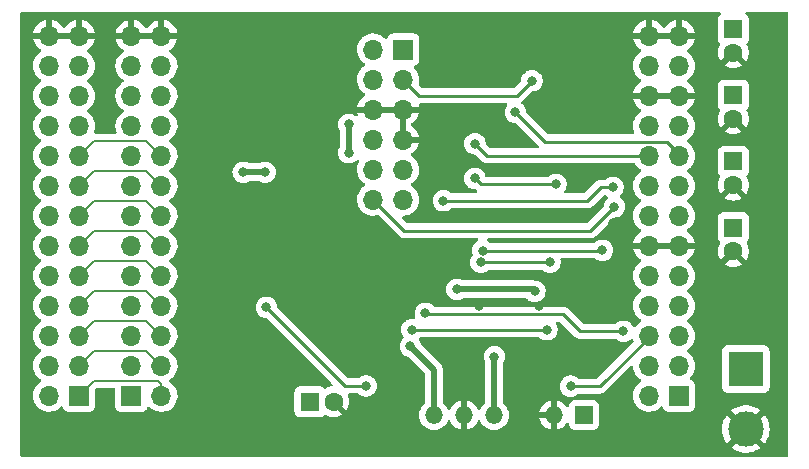
<source format=gbr>
%TF.GenerationSoftware,KiCad,Pcbnew,6.0.11-2627ca5db0~126~ubuntu20.04.1*%
%TF.CreationDate,2024-05-07T13:56:08-06:00*%
%TF.ProjectId,red-pitaya-pwm-shield,7265642d-7069-4746-9179-612d70776d2d,rev?*%
%TF.SameCoordinates,Original*%
%TF.FileFunction,Copper,L2,Bot*%
%TF.FilePolarity,Positive*%
%FSLAX46Y46*%
G04 Gerber Fmt 4.6, Leading zero omitted, Abs format (unit mm)*
G04 Created by KiCad (PCBNEW 6.0.11-2627ca5db0~126~ubuntu20.04.1) date 2024-05-07 13:56:08*
%MOMM*%
%LPD*%
G01*
G04 APERTURE LIST*
%TA.AperFunction,ComponentPad*%
%ADD10R,1.700000X1.700000*%
%TD*%
%TA.AperFunction,ComponentPad*%
%ADD11O,1.700000X1.700000*%
%TD*%
%TA.AperFunction,ComponentPad*%
%ADD12R,1.600000X1.600000*%
%TD*%
%TA.AperFunction,ComponentPad*%
%ADD13C,1.600000*%
%TD*%
%TA.AperFunction,ComponentPad*%
%ADD14R,1.500000X1.500000*%
%TD*%
%TA.AperFunction,ComponentPad*%
%ADD15O,1.500000X1.500000*%
%TD*%
%TA.AperFunction,ComponentPad*%
%ADD16R,3.000000X3.000000*%
%TD*%
%TA.AperFunction,ComponentPad*%
%ADD17C,3.000000*%
%TD*%
%TA.AperFunction,ViaPad*%
%ADD18C,0.800000*%
%TD*%
%TA.AperFunction,Conductor*%
%ADD19C,0.500000*%
%TD*%
%TA.AperFunction,Conductor*%
%ADD20C,0.250000*%
%TD*%
%TA.AperFunction,Conductor*%
%ADD21C,0.200000*%
%TD*%
G04 APERTURE END LIST*
D10*
%TO.P,J2,1,Pin_1*%
%TO.N,/V1_Out*%
X78633000Y-65938000D03*
D11*
%TO.P,J2,2,Pin_2*%
%TO.N,/V0_Out*%
X76093000Y-65938000D03*
%TO.P,J2,3,Pin_3*%
%TO.N,/V3_Out*%
X78633000Y-68478000D03*
%TO.P,J2,4,Pin_4*%
%TO.N,/V2_Out*%
X76093000Y-68478000D03*
%TO.P,J2,5,Pin_5*%
%TO.N,GND*%
X78633000Y-71018000D03*
%TO.P,J2,6,Pin_6*%
X76093000Y-71018000D03*
%TO.P,J2,7,Pin_7*%
X78633000Y-73558000D03*
%TO.P,J2,8,Pin_8*%
%TO.N,/V_PHASE_OUT*%
X76093000Y-73558000D03*
%TO.P,J2,9,Pin_9*%
%TO.N,/AI_1*%
X78633000Y-76098000D03*
%TO.P,J2,10,Pin_10*%
%TO.N,/AI_0*%
X76093000Y-76098000D03*
%TO.P,J2,11,Pin_11*%
%TO.N,/AI_3*%
X78633000Y-78638000D03*
%TO.P,J2,12,Pin_12*%
%TO.N,/AI_2*%
X76093000Y-78638000D03*
%TD*%
D12*
%TO.P,C10,1*%
%TO.N,/AO_2*%
X106578400Y-69805925D03*
D13*
%TO.P,C10,2*%
%TO.N,GND*%
X106578400Y-71805925D03*
%TD*%
D12*
%TO.P,C9,1*%
%TO.N,/AO_3*%
X106578400Y-64195888D03*
D13*
%TO.P,C9,2*%
%TO.N,GND*%
X106578400Y-66195888D03*
%TD*%
D14*
%TO.P,U3,1,VIN+*%
%TO.N,/+5V*%
X93942500Y-96882500D03*
D15*
%TO.P,U3,2,VIN-*%
%TO.N,GND*%
X91402500Y-96882500D03*
%TO.P,U3,4,VOUT-*%
%TO.N,/VSS*%
X86322500Y-96882500D03*
%TO.P,U3,5,0V*%
%TO.N,GND*%
X83782500Y-96882500D03*
%TO.P,U3,6,VOUT+*%
%TO.N,/VDD*%
X81242500Y-96882500D03*
%TD*%
D12*
%TO.P,C11,1*%
%TO.N,/AO_0*%
X106578400Y-81025999D03*
D13*
%TO.P,C11,2*%
%TO.N,GND*%
X106578400Y-83025999D03*
%TD*%
D16*
%TO.P,J3,1,Pin_1*%
%TO.N,Net-(F1-Pad1)*%
X107645200Y-92989400D03*
D17*
%TO.P,J3,2,Pin_2*%
%TO.N,GND*%
X107645200Y-98069400D03*
%TD*%
D12*
%TO.P,C13,1*%
%TO.N,Net-(C13-Pad1)*%
X70739000Y-95758000D03*
D13*
%TO.P,C13,2*%
%TO.N,GND*%
X72739000Y-95758000D03*
%TD*%
D12*
%TO.P,C12,1*%
%TO.N,/AO_1*%
X106578400Y-75415962D03*
D13*
%TO.P,C12,2*%
%TO.N,GND*%
X106578400Y-77415962D03*
%TD*%
D10*
%TO.P,J5,1,Pin_1*%
%TO.N,/3V3_1*%
X55626000Y-95250000D03*
D11*
%TO.P,J5,2,Pin_2*%
%TO.N,/3V3_2*%
X58166000Y-95250000D03*
%TO.P,J5,3,Pin_3*%
%TO.N,/DIO0_N*%
X55626000Y-92710000D03*
%TO.P,J5,4,Pin_4*%
%TO.N,/DIO0_P*%
X58166000Y-92710000D03*
%TO.P,J5,5,Pin_5*%
%TO.N,/DIO1_N*%
X55626000Y-90170000D03*
%TO.P,J5,6,Pin_6*%
%TO.N,/DIO1_P*%
X58166000Y-90170000D03*
%TO.P,J5,7,Pin_7*%
%TO.N,/DIO2_N*%
X55626000Y-87630000D03*
%TO.P,J5,8,Pin_8*%
%TO.N,/DIO2_P*%
X58166000Y-87630000D03*
%TO.P,J5,9,Pin_9*%
%TO.N,/DIO3_N*%
X55626000Y-85090000D03*
%TO.P,J5,10,Pin_10*%
%TO.N,/DIO3_P*%
X58166000Y-85090000D03*
%TO.P,J5,11,Pin_11*%
%TO.N,/DIO4_N*%
X55626000Y-82550000D03*
%TO.P,J5,12,Pin_12*%
%TO.N,/DIO4_P*%
X58166000Y-82550000D03*
%TO.P,J5,13,Pin_13*%
%TO.N,/DIO5_N*%
X55626000Y-80010000D03*
%TO.P,J5,14,Pin_14*%
%TO.N,/DIO5_P*%
X58166000Y-80010000D03*
%TO.P,J5,15,Pin_15*%
%TO.N,/DIO6_N*%
X55626000Y-77470000D03*
%TO.P,J5,16,Pin_16*%
%TO.N,/DIO6_P*%
X58166000Y-77470000D03*
%TO.P,J5,17,Pin_17*%
%TO.N,/DIO7_N*%
X55626000Y-74930000D03*
%TO.P,J5,18,Pin_18*%
%TO.N,/DIO7_P*%
X58166000Y-74930000D03*
%TO.P,J5,19,Pin_19*%
%TO.N,unconnected-(J5-Pad19)*%
X55626000Y-72390000D03*
%TO.P,J5,20,Pin_20*%
%TO.N,unconnected-(J5-Pad20)*%
X58166000Y-72390000D03*
%TO.P,J5,21,Pin_21*%
%TO.N,unconnected-(J5-Pad21)*%
X55626000Y-69850000D03*
%TO.P,J5,22,Pin_22*%
%TO.N,unconnected-(J5-Pad22)*%
X58166000Y-69850000D03*
%TO.P,J5,23,Pin_23*%
%TO.N,unconnected-(J5-Pad23)*%
X55626000Y-67310000D03*
%TO.P,J5,24,Pin_24*%
%TO.N,unconnected-(J5-Pad24)*%
X58166000Y-67310000D03*
%TO.P,J5,25,Pin_25*%
%TO.N,GND*%
X55626000Y-64770000D03*
%TO.P,J5,26,Pin_26*%
X58166000Y-64770000D03*
%TD*%
%TO.P,J1,26,Pin_26*%
%TO.N,GND*%
X99441000Y-64770000D03*
%TO.P,J1,25,Pin_25*%
X101981000Y-64770000D03*
%TO.P,J1,24,Pin_24*%
%TO.N,unconnected-(J1-Pad24)*%
X99441000Y-67310000D03*
%TO.P,J1,23,Pin_23*%
%TO.N,unconnected-(J1-Pad23)*%
X101981000Y-67310000D03*
%TO.P,J1,22,Pin_22*%
%TO.N,GND*%
X99441000Y-69850000D03*
%TO.P,J1,21,Pin_21*%
X101981000Y-69850000D03*
%TO.P,J1,20,Pin_20*%
%TO.N,/AO_3*%
X99441000Y-72390000D03*
%TO.P,J1,19,Pin_19*%
%TO.N,/AO_2*%
X101981000Y-72390000D03*
%TO.P,J1,18,Pin_18*%
%TO.N,/AO_1*%
X99441000Y-74930000D03*
%TO.P,J1,17,Pin_17*%
%TO.N,/AO_0*%
X101981000Y-74930000D03*
%TO.P,J1,16,Pin_16*%
%TO.N,/AI_3*%
X99441000Y-77470000D03*
%TO.P,J1,15,Pin_15*%
%TO.N,/AI_2*%
X101981000Y-77470000D03*
%TO.P,J1,14,Pin_14*%
%TO.N,/AI_1*%
X99441000Y-80010000D03*
%TO.P,J1,13,Pin_13*%
%TO.N,/AI_0*%
X101981000Y-80010000D03*
%TO.P,J1,12,Pin_12*%
%TO.N,GND*%
X99441000Y-82550000D03*
%TO.P,J1,11,Pin_11*%
X101981000Y-82550000D03*
%TO.P,J1,10,Pin_10*%
%TO.N,unconnected-(J1-Pad10)*%
X99441000Y-85090000D03*
%TO.P,J1,9,Pin_9*%
%TO.N,unconnected-(J1-Pad9)*%
X101981000Y-85090000D03*
%TO.P,J1,8,Pin_8*%
%TO.N,unconnected-(J1-Pad8)*%
X99441000Y-87630000D03*
%TO.P,J1,7,Pin_7*%
%TO.N,unconnected-(J1-Pad7)*%
X101981000Y-87630000D03*
%TO.P,J1,6,Pin_6*%
%TO.N,/SPI(CS)*%
X99441000Y-90170000D03*
%TO.P,J1,5,Pin_5*%
%TO.N,/SPI(SCLK)*%
X101981000Y-90170000D03*
%TO.P,J1,4,Pin_4*%
%TO.N,/SPI(MISO)*%
X99441000Y-92710000D03*
%TO.P,J1,3,Pin_3*%
%TO.N,/SPI(MOSI)*%
X101981000Y-92710000D03*
%TO.P,J1,2,Pin_2*%
%TO.N,unconnected-(J1-Pad2)*%
X99441000Y-95250000D03*
D10*
%TO.P,J1,1,Pin_1*%
%TO.N,/+5V*%
X101981000Y-95250000D03*
%TD*%
%TO.P,J4,1,Pin_1*%
%TO.N,/3V3_2*%
X51180000Y-95250000D03*
D11*
%TO.P,J4,2,Pin_2*%
%TO.N,/3V3_1*%
X48640000Y-95250000D03*
%TO.P,J4,3,Pin_3*%
%TO.N,/DIO0_P*%
X51180000Y-92710000D03*
%TO.P,J4,4,Pin_4*%
%TO.N,/DIO0_N*%
X48640000Y-92710000D03*
%TO.P,J4,5,Pin_5*%
%TO.N,/DIO1_P*%
X51180000Y-90170000D03*
%TO.P,J4,6,Pin_6*%
%TO.N,/DIO1_N*%
X48640000Y-90170000D03*
%TO.P,J4,7,Pin_7*%
%TO.N,/DIO2_P*%
X51180000Y-87630000D03*
%TO.P,J4,8,Pin_8*%
%TO.N,/DIO2_N*%
X48640000Y-87630000D03*
%TO.P,J4,9,Pin_9*%
%TO.N,/DIO3_P*%
X51180000Y-85090000D03*
%TO.P,J4,10,Pin_10*%
%TO.N,/DIO3_N*%
X48640000Y-85090000D03*
%TO.P,J4,11,Pin_11*%
%TO.N,/DIO4_P*%
X51180000Y-82550000D03*
%TO.P,J4,12,Pin_12*%
%TO.N,/DIO4_N*%
X48640000Y-82550000D03*
%TO.P,J4,13,Pin_13*%
%TO.N,/DIO5_P*%
X51180000Y-80010000D03*
%TO.P,J4,14,Pin_14*%
%TO.N,/DIO5_N*%
X48640000Y-80010000D03*
%TO.P,J4,15,Pin_15*%
%TO.N,/DIO6_P*%
X51180000Y-77470000D03*
%TO.P,J4,16,Pin_16*%
%TO.N,/DIO6_N*%
X48640000Y-77470000D03*
%TO.P,J4,17,Pin_17*%
%TO.N,/DIO7_P*%
X51180000Y-74930000D03*
%TO.P,J4,18,Pin_18*%
%TO.N,/DIO7_N*%
X48640000Y-74930000D03*
%TO.P,J4,19,Pin_19*%
%TO.N,unconnected-(J4-Pad19)*%
X51180000Y-72390000D03*
%TO.P,J4,20,Pin_20*%
%TO.N,unconnected-(J4-Pad20)*%
X48640000Y-72390000D03*
%TO.P,J4,21,Pin_21*%
%TO.N,unconnected-(J4-Pad21)*%
X51180000Y-69850000D03*
%TO.P,J4,22,Pin_22*%
%TO.N,unconnected-(J4-Pad22)*%
X48640000Y-69850000D03*
%TO.P,J4,23,Pin_23*%
%TO.N,unconnected-(J4-Pad23)*%
X51180000Y-67310000D03*
%TO.P,J4,24,Pin_24*%
%TO.N,unconnected-(J4-Pad24)*%
X48640000Y-67310000D03*
%TO.P,J4,25,Pin_25*%
%TO.N,GND*%
X51180000Y-64770000D03*
%TO.P,J4,26,Pin_26*%
X48640000Y-64770000D03*
%TD*%
D18*
%TO.N,/SPI(CS)*%
X75488800Y-94411800D03*
X92811600Y-94437200D03*
%TO.N,GND*%
X105943400Y-85445600D03*
X72390000Y-67691000D03*
X82042000Y-68580000D03*
X85090000Y-87630000D03*
X67691000Y-96520000D03*
X96393000Y-80645000D03*
X61722000Y-70104000D03*
X70612000Y-77470000D03*
X96012000Y-68707000D03*
X96774000Y-64008000D03*
X82169000Y-76581000D03*
X72390000Y-85344000D03*
X90170000Y-87630000D03*
X63246000Y-90043000D03*
X63754000Y-85344000D03*
%TO.N,/VDD*%
X79248000Y-91059000D03*
X74041000Y-74676000D03*
X74041000Y-72263000D03*
%TO.N,/VSS*%
X65094500Y-76327000D03*
X86360000Y-91948000D03*
X83185000Y-86247250D03*
X66943500Y-76327000D03*
X89789000Y-86404075D03*
%TO.N,/AO_0*%
X88138000Y-71247000D03*
%TO.N,/AO_1*%
X84709000Y-73914000D03*
%TO.N,/SPI(MOSI)*%
X97282000Y-89789000D03*
X80518000Y-88265000D03*
%TO.N,/SPI(SCLK)*%
X79375000Y-89662000D03*
X90805000Y-89662000D03*
%TO.N,/SPI(CS)*%
X67056000Y-87757000D03*
%TO.N,/AI_0*%
X85217000Y-83947000D03*
X91059000Y-83947000D03*
%TO.N,/AI_1*%
X95504000Y-82931000D03*
X85358351Y-82957543D03*
%TO.N,/AI_2*%
X96520000Y-79248000D03*
%TO.N,/AI_3*%
X96393000Y-77597000D03*
X82042000Y-78740000D03*
%TO.N,/V2_Out*%
X84704808Y-76839309D03*
X91567000Y-77343000D03*
%TO.N,/V3_Out*%
X89535000Y-68580000D03*
%TD*%
D19*
%TO.N,/VSS*%
X86322500Y-96882500D02*
X86322500Y-91985500D01*
X86322500Y-91985500D02*
X86360000Y-91948000D01*
D20*
%TO.N,/SPI(CS)*%
X95295800Y-94432200D02*
X92816600Y-94432200D01*
X92816600Y-94432200D02*
X92811600Y-94437200D01*
X75488800Y-94411800D02*
X73710800Y-94411800D01*
X67056000Y-87757000D02*
X73710800Y-94411800D01*
X95295800Y-94432200D02*
X99573000Y-90155000D01*
D19*
%TO.N,/VDD*%
X74041000Y-72263000D02*
X74041000Y-74676000D01*
X81242500Y-96882500D02*
X81242500Y-93053500D01*
X81242500Y-93053500D02*
X79248000Y-91059000D01*
%TO.N,/VSS*%
X65094500Y-76327000D02*
X66943500Y-76327000D01*
X83185000Y-86247250D02*
X89632175Y-86247250D01*
X89632175Y-86247250D02*
X89789000Y-86404075D01*
D20*
%TO.N,/AO_0*%
X90631000Y-73740000D02*
X88138000Y-71247000D01*
X100938000Y-73740000D02*
X90631000Y-73740000D01*
X102113000Y-74915000D02*
X100938000Y-73740000D01*
%TO.N,/AO_1*%
X85710000Y-74915000D02*
X84709000Y-73914000D01*
X99573000Y-74915000D02*
X85710000Y-74915000D01*
%TO.N,/SPI(MOSI)*%
X92165000Y-88355000D02*
X93599000Y-89789000D01*
X80518000Y-88265000D02*
X80608000Y-88355000D01*
X93599000Y-89789000D02*
X97282000Y-89789000D01*
X80608000Y-88355000D02*
X92165000Y-88355000D01*
%TO.N,/SPI(SCLK)*%
X90805000Y-89662000D02*
X79375000Y-89662000D01*
%TO.N,/AI_0*%
X91059000Y-83947000D02*
X85217000Y-83947000D01*
%TO.N,/AI_1*%
X91094848Y-82957543D02*
X95477457Y-82957543D01*
X95477457Y-82957543D02*
X95504000Y-82931000D01*
X91094848Y-82957543D02*
X85358351Y-82957543D01*
%TO.N,/AI_2*%
X96520000Y-79248000D02*
X94488000Y-81280000D01*
X78735000Y-81280000D02*
X76195000Y-78740000D01*
X78735000Y-81280000D02*
X94488000Y-81280000D01*
%TO.N,/AI_3*%
X95377000Y-77597000D02*
X94234000Y-78740000D01*
X96393000Y-77597000D02*
X95377000Y-77597000D01*
X82042000Y-78740000D02*
X94234000Y-78740000D01*
%TO.N,/V2_Out*%
X84704808Y-76839309D02*
X84713309Y-76839309D01*
X84713309Y-76839309D02*
X85217000Y-77343000D01*
X85217000Y-77343000D02*
X91567000Y-77343000D01*
%TO.N,/V3_Out*%
X88265000Y-69850000D02*
X80005000Y-69850000D01*
X80005000Y-69850000D02*
X78735000Y-68580000D01*
X89535000Y-68580000D02*
X88265000Y-69850000D01*
D21*
%TO.N,/DIO0_P*%
X51180000Y-92710000D02*
X52450000Y-91440000D01*
X52450000Y-91440000D02*
X56896000Y-91440000D01*
X56896000Y-91440000D02*
X58166000Y-92710000D01*
%TO.N,/DIO1_P*%
X51180000Y-90170000D02*
X52450000Y-88900000D01*
X52450000Y-88900000D02*
X56896000Y-88900000D01*
X56896000Y-88900000D02*
X58166000Y-90170000D01*
%TO.N,/DIO2_P*%
X56896000Y-86360000D02*
X58166000Y-87630000D01*
X51180000Y-87630000D02*
X52450000Y-86360000D01*
X52450000Y-86360000D02*
X56896000Y-86360000D01*
%TO.N,/DIO3_P*%
X51180000Y-85090000D02*
X52450000Y-83820000D01*
X56896000Y-83820000D02*
X58166000Y-85090000D01*
X52450000Y-83820000D02*
X56896000Y-83820000D01*
%TO.N,/DIO4_P*%
X51180000Y-82550000D02*
X52450000Y-81280000D01*
X56896000Y-81280000D02*
X58166000Y-82550000D01*
X52450000Y-81280000D02*
X56896000Y-81280000D01*
%TO.N,/DIO5_P*%
X56896000Y-78740000D02*
X58166000Y-80010000D01*
X51180000Y-80010000D02*
X52450000Y-78740000D01*
X52450000Y-78740000D02*
X56896000Y-78740000D01*
%TO.N,/DIO6_P*%
X52450000Y-76200000D02*
X56896000Y-76200000D01*
X56896000Y-76200000D02*
X58166000Y-77470000D01*
X51180000Y-77470000D02*
X52450000Y-76200000D01*
%TO.N,/DIO7_P*%
X51180000Y-74930000D02*
X52450000Y-73660000D01*
X52450000Y-73660000D02*
X56896000Y-73660000D01*
X56896000Y-73660000D02*
X58166000Y-74930000D01*
%TO.N,/3V3_2*%
X52450000Y-93980000D02*
X51180000Y-95250000D01*
X58166000Y-94234000D02*
X57912000Y-93980000D01*
X57912000Y-93980000D02*
X52450000Y-93980000D01*
X58166000Y-95250000D02*
X58166000Y-94234000D01*
%TD*%
%TA.AperFunction,Conductor*%
%TO.N,GND*%
G36*
X105497494Y-62758502D02*
G01*
X105543987Y-62812158D01*
X105554091Y-62882432D01*
X105524597Y-62947012D01*
X105504938Y-62965326D01*
X105415139Y-63032627D01*
X105327785Y-63149183D01*
X105276655Y-63285572D01*
X105269900Y-63347754D01*
X105269900Y-65044022D01*
X105276655Y-65106204D01*
X105327785Y-65242593D01*
X105345831Y-65266672D01*
X105409755Y-65351966D01*
X105409758Y-65351969D01*
X105415139Y-65359149D01*
X105422319Y-65364530D01*
X105428670Y-65370881D01*
X105426528Y-65373023D01*
X105459964Y-65417734D01*
X105464994Y-65488552D01*
X105446877Y-65529923D01*
X105447218Y-65530120D01*
X105445448Y-65533186D01*
X105445101Y-65533978D01*
X105444471Y-65534877D01*
X105438986Y-65544377D01*
X105346910Y-65741835D01*
X105343164Y-65752127D01*
X105286775Y-65962576D01*
X105284872Y-65973369D01*
X105265883Y-66190413D01*
X105265883Y-66201363D01*
X105284872Y-66418407D01*
X105286775Y-66429200D01*
X105343164Y-66639649D01*
X105346910Y-66649941D01*
X105438986Y-66847399D01*
X105444469Y-66856894D01*
X105480909Y-66908936D01*
X105491388Y-66917312D01*
X105504834Y-66910244D01*
X106489305Y-65925773D01*
X106551617Y-65891747D01*
X106622432Y-65896812D01*
X106667495Y-65925773D01*
X107652687Y-66910965D01*
X107664462Y-66917395D01*
X107676477Y-66908099D01*
X107712331Y-66856894D01*
X107717814Y-66847399D01*
X107809890Y-66649941D01*
X107813636Y-66639649D01*
X107870025Y-66429200D01*
X107871928Y-66418407D01*
X107890917Y-66201363D01*
X107890917Y-66190413D01*
X107871928Y-65973369D01*
X107870025Y-65962576D01*
X107813636Y-65752127D01*
X107809890Y-65741835D01*
X107717814Y-65544377D01*
X107712329Y-65534877D01*
X107711699Y-65533978D01*
X107711544Y-65533518D01*
X107709582Y-65530120D01*
X107710265Y-65529726D01*
X107689012Y-65466704D01*
X107706298Y-65397844D01*
X107729334Y-65372085D01*
X107728130Y-65370881D01*
X107734481Y-65364530D01*
X107741661Y-65359149D01*
X107747042Y-65351969D01*
X107747045Y-65351966D01*
X107810969Y-65266672D01*
X107829015Y-65242593D01*
X107880145Y-65106204D01*
X107886900Y-65044022D01*
X107886900Y-63347754D01*
X107880145Y-63285572D01*
X107829015Y-63149183D01*
X107741661Y-63032627D01*
X107651862Y-62965326D01*
X107609347Y-62908467D01*
X107604321Y-62837648D01*
X107638381Y-62775355D01*
X107700713Y-62741365D01*
X107727427Y-62738500D01*
X111125500Y-62738500D01*
X111193621Y-62758502D01*
X111240114Y-62812158D01*
X111251500Y-62864500D01*
X111251500Y-100279700D01*
X111231498Y-100347821D01*
X111177842Y-100394314D01*
X111125500Y-100405700D01*
X46354500Y-100405700D01*
X46286379Y-100385698D01*
X46239886Y-100332042D01*
X46228500Y-100279700D01*
X46228500Y-99659054D01*
X106420818Y-99659054D01*
X106427873Y-99669027D01*
X106458879Y-99694951D01*
X106465798Y-99699979D01*
X106690472Y-99840915D01*
X106698007Y-99844956D01*
X106939720Y-99954094D01*
X106947751Y-99957080D01*
X107202032Y-100032402D01*
X107210384Y-100034269D01*
X107472540Y-100074384D01*
X107481074Y-100075100D01*
X107746245Y-100079267D01*
X107754796Y-100078818D01*
X108018083Y-100046957D01*
X108026484Y-100045355D01*
X108283024Y-99978053D01*
X108291126Y-99975326D01*
X108536149Y-99873834D01*
X108543817Y-99870028D01*
X108772798Y-99736222D01*
X108779879Y-99731409D01*
X108859855Y-99668701D01*
X108868325Y-99656842D01*
X108861808Y-99645218D01*
X107658012Y-98441422D01*
X107644068Y-98433808D01*
X107642235Y-98433939D01*
X107635620Y-98438190D01*
X106428110Y-99645700D01*
X106420818Y-99659054D01*
X46228500Y-99659054D01*
X46228500Y-95216695D01*
X47277251Y-95216695D01*
X47277548Y-95221848D01*
X47277548Y-95221851D01*
X47283202Y-95319908D01*
X47290110Y-95439715D01*
X47291247Y-95444761D01*
X47291248Y-95444767D01*
X47309260Y-95524688D01*
X47339222Y-95657639D01*
X47391568Y-95786553D01*
X47416152Y-95847095D01*
X47423266Y-95864616D01*
X47441397Y-95894203D01*
X47524638Y-96030040D01*
X47539987Y-96055088D01*
X47686250Y-96223938D01*
X47858126Y-96366632D01*
X48051000Y-96479338D01*
X48259692Y-96559030D01*
X48264760Y-96560061D01*
X48264763Y-96560062D01*
X48372017Y-96581883D01*
X48478597Y-96603567D01*
X48483772Y-96603757D01*
X48483774Y-96603757D01*
X48696673Y-96611564D01*
X48696677Y-96611564D01*
X48701837Y-96611753D01*
X48706957Y-96611097D01*
X48706959Y-96611097D01*
X48918288Y-96584025D01*
X48918289Y-96584025D01*
X48923416Y-96583368D01*
X48928366Y-96581883D01*
X49132429Y-96520661D01*
X49132434Y-96520659D01*
X49137384Y-96519174D01*
X49337994Y-96420896D01*
X49519860Y-96291173D01*
X49628091Y-96183319D01*
X49690462Y-96149404D01*
X49761268Y-96154592D01*
X49818030Y-96197238D01*
X49835012Y-96228341D01*
X49843449Y-96250847D01*
X49879385Y-96346705D01*
X49966739Y-96463261D01*
X50083295Y-96550615D01*
X50219684Y-96601745D01*
X50281866Y-96608500D01*
X52078134Y-96608500D01*
X52140316Y-96601745D01*
X52276705Y-96550615D01*
X52393261Y-96463261D01*
X52480615Y-96346705D01*
X52531745Y-96210316D01*
X52538500Y-96148134D01*
X52538500Y-94804239D01*
X52558502Y-94736118D01*
X52575405Y-94715144D01*
X52665144Y-94625405D01*
X52727456Y-94591379D01*
X52754239Y-94588500D01*
X54141500Y-94588500D01*
X54209621Y-94608502D01*
X54256114Y-94662158D01*
X54267500Y-94714500D01*
X54267500Y-96148134D01*
X54274255Y-96210316D01*
X54325385Y-96346705D01*
X54412739Y-96463261D01*
X54529295Y-96550615D01*
X54665684Y-96601745D01*
X54727866Y-96608500D01*
X56524134Y-96608500D01*
X56586316Y-96601745D01*
X56722705Y-96550615D01*
X56839261Y-96463261D01*
X56926615Y-96346705D01*
X56947433Y-96291173D01*
X56970598Y-96229382D01*
X57013240Y-96172618D01*
X57079802Y-96147918D01*
X57149150Y-96163126D01*
X57183817Y-96191114D01*
X57212250Y-96223938D01*
X57384126Y-96366632D01*
X57577000Y-96479338D01*
X57785692Y-96559030D01*
X57790760Y-96560061D01*
X57790763Y-96560062D01*
X57898017Y-96581883D01*
X58004597Y-96603567D01*
X58009772Y-96603757D01*
X58009774Y-96603757D01*
X58222673Y-96611564D01*
X58222677Y-96611564D01*
X58227837Y-96611753D01*
X58232957Y-96611097D01*
X58232959Y-96611097D01*
X58444288Y-96584025D01*
X58444289Y-96584025D01*
X58449416Y-96583368D01*
X58454366Y-96581883D01*
X58658429Y-96520661D01*
X58658434Y-96520659D01*
X58663384Y-96519174D01*
X58863994Y-96420896D01*
X59045860Y-96291173D01*
X59204096Y-96133489D01*
X59252186Y-96066565D01*
X59331435Y-95956277D01*
X59334453Y-95952077D01*
X59356131Y-95908216D01*
X59431136Y-95756453D01*
X59431137Y-95756451D01*
X59433430Y-95751811D01*
X59498370Y-95538069D01*
X59527529Y-95316590D01*
X59527611Y-95313240D01*
X59529074Y-95253365D01*
X59529074Y-95253361D01*
X59529156Y-95250000D01*
X59510852Y-95027361D01*
X59456431Y-94810702D01*
X59367354Y-94605840D01*
X59303661Y-94507385D01*
X59248822Y-94422617D01*
X59248820Y-94422614D01*
X59246014Y-94418277D01*
X59095670Y-94253051D01*
X59091619Y-94249852D01*
X59091615Y-94249848D01*
X58924414Y-94117800D01*
X58924410Y-94117798D01*
X58920359Y-94114598D01*
X58879053Y-94091796D01*
X58829084Y-94041364D01*
X58814312Y-93971921D01*
X58839428Y-93905516D01*
X58866780Y-93878909D01*
X58910603Y-93847650D01*
X59045860Y-93751173D01*
X59068056Y-93729055D01*
X59200435Y-93597137D01*
X59204096Y-93593489D01*
X59241358Y-93541634D01*
X59331435Y-93416277D01*
X59334453Y-93412077D01*
X59354508Y-93371500D01*
X59431136Y-93216453D01*
X59431137Y-93216451D01*
X59433430Y-93211811D01*
X59471234Y-93087385D01*
X59496865Y-93003023D01*
X59496865Y-93003021D01*
X59498370Y-92998069D01*
X59527529Y-92776590D01*
X59528142Y-92751507D01*
X59529074Y-92713365D01*
X59529074Y-92713361D01*
X59529156Y-92710000D01*
X59510852Y-92487361D01*
X59456431Y-92270702D01*
X59367354Y-92065840D01*
X59246014Y-91878277D01*
X59095670Y-91713051D01*
X59091619Y-91709852D01*
X59091615Y-91709848D01*
X58924414Y-91577800D01*
X58924410Y-91577798D01*
X58920359Y-91574598D01*
X58879053Y-91551796D01*
X58829084Y-91501364D01*
X58814312Y-91431921D01*
X58839428Y-91365516D01*
X58866780Y-91338909D01*
X58910603Y-91307650D01*
X59045860Y-91211173D01*
X59096447Y-91160763D01*
X59131192Y-91126139D01*
X59204096Y-91053489D01*
X59263594Y-90970689D01*
X59331435Y-90876277D01*
X59334453Y-90872077D01*
X59354508Y-90831500D01*
X59431136Y-90676453D01*
X59431137Y-90676451D01*
X59433430Y-90671811D01*
X59494215Y-90471745D01*
X59496865Y-90463023D01*
X59496865Y-90463021D01*
X59498370Y-90458069D01*
X59527529Y-90236590D01*
X59528195Y-90209352D01*
X59529074Y-90173365D01*
X59529074Y-90173361D01*
X59529156Y-90170000D01*
X59510852Y-89947361D01*
X59456431Y-89730702D01*
X59367354Y-89525840D01*
X59303542Y-89427201D01*
X59248822Y-89342617D01*
X59248820Y-89342614D01*
X59246014Y-89338277D01*
X59095670Y-89173051D01*
X59091619Y-89169852D01*
X59091615Y-89169848D01*
X58924414Y-89037800D01*
X58924410Y-89037798D01*
X58920359Y-89034598D01*
X58879053Y-89011796D01*
X58829084Y-88961364D01*
X58814312Y-88891921D01*
X58839428Y-88825516D01*
X58866780Y-88798909D01*
X58930441Y-88753500D01*
X59045860Y-88671173D01*
X59204096Y-88513489D01*
X59259874Y-88435866D01*
X59331435Y-88336277D01*
X59334453Y-88332077D01*
X59353300Y-88293944D01*
X59431136Y-88136453D01*
X59431137Y-88136451D01*
X59433430Y-88131811D01*
X59498370Y-87918069D01*
X59519576Y-87757000D01*
X66142496Y-87757000D01*
X66143186Y-87763565D01*
X66159946Y-87923023D01*
X66162458Y-87946928D01*
X66221473Y-88128556D01*
X66224776Y-88134278D01*
X66224777Y-88134279D01*
X66256219Y-88188737D01*
X66316960Y-88293944D01*
X66321378Y-88298851D01*
X66321379Y-88298852D01*
X66440325Y-88430955D01*
X66444747Y-88435866D01*
X66599248Y-88548118D01*
X66605276Y-88550802D01*
X66605278Y-88550803D01*
X66767681Y-88623109D01*
X66773712Y-88625794D01*
X66867113Y-88645647D01*
X66954056Y-88664128D01*
X66954061Y-88664128D01*
X66960513Y-88665500D01*
X67016406Y-88665500D01*
X67084527Y-88685502D01*
X67105501Y-88702405D01*
X72648257Y-94245161D01*
X72682283Y-94307473D01*
X72677218Y-94378288D01*
X72634671Y-94435124D01*
X72570143Y-94459777D01*
X72516480Y-94464472D01*
X72505688Y-94466375D01*
X72295239Y-94522764D01*
X72284947Y-94526510D01*
X72087489Y-94618586D01*
X72077989Y-94624071D01*
X72077090Y-94624701D01*
X72076630Y-94624856D01*
X72073232Y-94626818D01*
X72072838Y-94626135D01*
X72009816Y-94647388D01*
X71940956Y-94630102D01*
X71915197Y-94607066D01*
X71913993Y-94608270D01*
X71907642Y-94601919D01*
X71902261Y-94594739D01*
X71895081Y-94589358D01*
X71895078Y-94589355D01*
X71806225Y-94522764D01*
X71785705Y-94507385D01*
X71649316Y-94456255D01*
X71587134Y-94449500D01*
X69890866Y-94449500D01*
X69828684Y-94456255D01*
X69692295Y-94507385D01*
X69575739Y-94594739D01*
X69488385Y-94711295D01*
X69437255Y-94847684D01*
X69430500Y-94909866D01*
X69430500Y-96606134D01*
X69437255Y-96668316D01*
X69488385Y-96804705D01*
X69575739Y-96921261D01*
X69692295Y-97008615D01*
X69828684Y-97059745D01*
X69890866Y-97066500D01*
X71587134Y-97066500D01*
X71649316Y-97059745D01*
X71785705Y-97008615D01*
X71831502Y-96974292D01*
X71895078Y-96926645D01*
X71895081Y-96926642D01*
X71902261Y-96921261D01*
X71907642Y-96914081D01*
X71913993Y-96907730D01*
X71916135Y-96909872D01*
X71960846Y-96876436D01*
X72031664Y-96871406D01*
X72073035Y-96889523D01*
X72073232Y-96889182D01*
X72076298Y-96890952D01*
X72077090Y-96891299D01*
X72077989Y-96891929D01*
X72087489Y-96897414D01*
X72284947Y-96989490D01*
X72295239Y-96993236D01*
X72505688Y-97049625D01*
X72516481Y-97051528D01*
X72733525Y-97070517D01*
X72744475Y-97070517D01*
X72961519Y-97051528D01*
X72972312Y-97049625D01*
X73182761Y-96993236D01*
X73193053Y-96989490D01*
X73390511Y-96897414D01*
X73400006Y-96891931D01*
X73452048Y-96855491D01*
X73460424Y-96845012D01*
X73453356Y-96831566D01*
X72468885Y-95847095D01*
X72434859Y-95784783D01*
X72439924Y-95713968D01*
X72468885Y-95668905D01*
X72649905Y-95487885D01*
X72712217Y-95453859D01*
X72783032Y-95458924D01*
X72828095Y-95487885D01*
X73813287Y-96473077D01*
X73825062Y-96479507D01*
X73837077Y-96470211D01*
X73872931Y-96419006D01*
X73878414Y-96409511D01*
X73970490Y-96212053D01*
X73974236Y-96201761D01*
X74030625Y-95991312D01*
X74032528Y-95980519D01*
X74051517Y-95763475D01*
X74051517Y-95752525D01*
X74032528Y-95535481D01*
X74030625Y-95524688D01*
X73974236Y-95314239D01*
X73970490Y-95303947D01*
X73933466Y-95224550D01*
X73922805Y-95154359D01*
X73951785Y-95089546D01*
X74011204Y-95050689D01*
X74047661Y-95045300D01*
X74780600Y-95045300D01*
X74848721Y-95065302D01*
X74867947Y-95081643D01*
X74868220Y-95081340D01*
X74873132Y-95085763D01*
X74877547Y-95090666D01*
X74899129Y-95106346D01*
X74965213Y-95154359D01*
X75032048Y-95202918D01*
X75038076Y-95205602D01*
X75038078Y-95205603D01*
X75095128Y-95231003D01*
X75206512Y-95280594D01*
X75299913Y-95300447D01*
X75386856Y-95318928D01*
X75386861Y-95318928D01*
X75393313Y-95320300D01*
X75584287Y-95320300D01*
X75590739Y-95318928D01*
X75590744Y-95318928D01*
X75677687Y-95300447D01*
X75771088Y-95280594D01*
X75882472Y-95231003D01*
X75939522Y-95205603D01*
X75939524Y-95205602D01*
X75945552Y-95202918D01*
X76100053Y-95090666D01*
X76122477Y-95065762D01*
X76223421Y-94953652D01*
X76223422Y-94953651D01*
X76227840Y-94948744D01*
X76323327Y-94783356D01*
X76382342Y-94601728D01*
X76383643Y-94589355D01*
X76401614Y-94418365D01*
X76402304Y-94411800D01*
X76386021Y-94256875D01*
X76383032Y-94228435D01*
X76383032Y-94228433D01*
X76382342Y-94221872D01*
X76323327Y-94040244D01*
X76306268Y-94010696D01*
X76276790Y-93959639D01*
X76227840Y-93874856D01*
X76116476Y-93751173D01*
X76104475Y-93737845D01*
X76104474Y-93737844D01*
X76100053Y-93732934D01*
X75980512Y-93646082D01*
X75950894Y-93624563D01*
X75950893Y-93624562D01*
X75945552Y-93620682D01*
X75939524Y-93617998D01*
X75939522Y-93617997D01*
X75777119Y-93545691D01*
X75777118Y-93545691D01*
X75771088Y-93543006D01*
X75677688Y-93523153D01*
X75590744Y-93504672D01*
X75590739Y-93504672D01*
X75584287Y-93503300D01*
X75393313Y-93503300D01*
X75386861Y-93504672D01*
X75386856Y-93504672D01*
X75299912Y-93523153D01*
X75206512Y-93543006D01*
X75200482Y-93545691D01*
X75200481Y-93545691D01*
X75038078Y-93617997D01*
X75038076Y-93617998D01*
X75032048Y-93620682D01*
X75026707Y-93624562D01*
X75026706Y-93624563D01*
X74997088Y-93646082D01*
X74877547Y-93732934D01*
X74873132Y-93737837D01*
X74868220Y-93742260D01*
X74867095Y-93741011D01*
X74813786Y-93773851D01*
X74780600Y-93778300D01*
X74025395Y-93778300D01*
X73957274Y-93758298D01*
X73936300Y-93741395D01*
X71253905Y-91059000D01*
X78334496Y-91059000D01*
X78335186Y-91065565D01*
X78353048Y-91235509D01*
X78354458Y-91248928D01*
X78413473Y-91430556D01*
X78416776Y-91436278D01*
X78416777Y-91436279D01*
X78419656Y-91441266D01*
X78508960Y-91595944D01*
X78513378Y-91600851D01*
X78513379Y-91600852D01*
X78614403Y-91713051D01*
X78636747Y-91737866D01*
X78791248Y-91850118D01*
X78797276Y-91852802D01*
X78797278Y-91852803D01*
X78854494Y-91878277D01*
X78965712Y-91927794D01*
X78972167Y-91929166D01*
X78972176Y-91929169D01*
X79028772Y-91941199D01*
X79091669Y-91975350D01*
X80447095Y-93330776D01*
X80481121Y-93393088D01*
X80484000Y-93419871D01*
X80484000Y-95811698D01*
X80463998Y-95879819D01*
X80438996Y-95908216D01*
X80434971Y-95911594D01*
X80430462Y-95914751D01*
X80274751Y-96070462D01*
X80271594Y-96074970D01*
X80271592Y-96074973D01*
X80151601Y-96246338D01*
X80148444Y-96250847D01*
X80146121Y-96255829D01*
X80146118Y-96255834D01*
X80103745Y-96346705D01*
X80055380Y-96450424D01*
X79998385Y-96663129D01*
X79979193Y-96882500D01*
X79998385Y-97101871D01*
X80055380Y-97314576D01*
X80086419Y-97381140D01*
X80146118Y-97509166D01*
X80146121Y-97509171D01*
X80148444Y-97514153D01*
X80151600Y-97518660D01*
X80151601Y-97518662D01*
X80262623Y-97677217D01*
X80274751Y-97694538D01*
X80430462Y-97850249D01*
X80610846Y-97976556D01*
X80810424Y-98069620D01*
X81023129Y-98126615D01*
X81242500Y-98145807D01*
X81461871Y-98126615D01*
X81674576Y-98069620D01*
X81874154Y-97976556D01*
X82054538Y-97850249D01*
X82210249Y-97694538D01*
X82222378Y-97677217D01*
X82333399Y-97518662D01*
X82333400Y-97518660D01*
X82336556Y-97514153D01*
X82338879Y-97509171D01*
X82338882Y-97509166D01*
X82398581Y-97381140D01*
X82445498Y-97327855D01*
X82513776Y-97308394D01*
X82581736Y-97328936D01*
X82626971Y-97381140D01*
X82686556Y-97508921D01*
X82692034Y-97518407D01*
X82811976Y-97689703D01*
X82819030Y-97698110D01*
X82966888Y-97845968D01*
X82975296Y-97853024D01*
X83146588Y-97972964D01*
X83156084Y-97978447D01*
X83345613Y-98066826D01*
X83355905Y-98070572D01*
X83511003Y-98112130D01*
X83525099Y-98111794D01*
X83528500Y-98103852D01*
X83528500Y-98098703D01*
X84036500Y-98098703D01*
X84040473Y-98112234D01*
X84049022Y-98113463D01*
X84209095Y-98070572D01*
X84219387Y-98066826D01*
X84408916Y-97978447D01*
X84418412Y-97972964D01*
X84589704Y-97853024D01*
X84598112Y-97845968D01*
X84745970Y-97698110D01*
X84753024Y-97689703D01*
X84872966Y-97518407D01*
X84878444Y-97508921D01*
X84938029Y-97381140D01*
X84984946Y-97327855D01*
X85053224Y-97308394D01*
X85121184Y-97328936D01*
X85166419Y-97381140D01*
X85226118Y-97509166D01*
X85226121Y-97509171D01*
X85228444Y-97514153D01*
X85231600Y-97518660D01*
X85231601Y-97518662D01*
X85342623Y-97677217D01*
X85354751Y-97694538D01*
X85510462Y-97850249D01*
X85690846Y-97976556D01*
X85890424Y-98069620D01*
X86103129Y-98126615D01*
X86322500Y-98145807D01*
X86541871Y-98126615D01*
X86754576Y-98069620D01*
X86954154Y-97976556D01*
X87134538Y-97850249D01*
X87290249Y-97694538D01*
X87302378Y-97677217D01*
X87413399Y-97518662D01*
X87413400Y-97518660D01*
X87416556Y-97514153D01*
X87418879Y-97509171D01*
X87418882Y-97509166D01*
X87478581Y-97381140D01*
X87509620Y-97314576D01*
X87553981Y-97149022D01*
X90171537Y-97149022D01*
X90214428Y-97309095D01*
X90218174Y-97319387D01*
X90306556Y-97508921D01*
X90312034Y-97518407D01*
X90431976Y-97689703D01*
X90439030Y-97698110D01*
X90586888Y-97845968D01*
X90595296Y-97853024D01*
X90766588Y-97972964D01*
X90776084Y-97978447D01*
X90965613Y-98066826D01*
X90975905Y-98070572D01*
X91131003Y-98112130D01*
X91145099Y-98111794D01*
X91148500Y-98103852D01*
X91148500Y-98098703D01*
X91656500Y-98098703D01*
X91660473Y-98112234D01*
X91669022Y-98113463D01*
X91829095Y-98070572D01*
X91839387Y-98066826D01*
X92028916Y-97978447D01*
X92038412Y-97972964D01*
X92209704Y-97853024D01*
X92218112Y-97845968D01*
X92365970Y-97698110D01*
X92373024Y-97689703D01*
X92454787Y-97572933D01*
X92510244Y-97528604D01*
X92580863Y-97521295D01*
X92644223Y-97553325D01*
X92680209Y-97614527D01*
X92684000Y-97645203D01*
X92684000Y-97680634D01*
X92690755Y-97742816D01*
X92741885Y-97879205D01*
X92829239Y-97995761D01*
X92945795Y-98083115D01*
X93082184Y-98134245D01*
X93144366Y-98141000D01*
X94740634Y-98141000D01*
X94802816Y-98134245D01*
X94939205Y-98083115D01*
X94979916Y-98052604D01*
X105632865Y-98052604D01*
X105648132Y-98317369D01*
X105649205Y-98325870D01*
X105700265Y-98586122D01*
X105702476Y-98594374D01*
X105788384Y-98845294D01*
X105791699Y-98853179D01*
X105910864Y-99090113D01*
X105915220Y-99097479D01*
X106044547Y-99285650D01*
X106054801Y-99293994D01*
X106068542Y-99286848D01*
X107273178Y-98082212D01*
X107279556Y-98070532D01*
X108009608Y-98070532D01*
X108009739Y-98072365D01*
X108013990Y-98078980D01*
X109220930Y-99285920D01*
X109233139Y-99292587D01*
X109244639Y-99283897D01*
X109342031Y-99151313D01*
X109346618Y-99144085D01*
X109473162Y-98911021D01*
X109476730Y-98903227D01*
X109570471Y-98655150D01*
X109572948Y-98646944D01*
X109632154Y-98388438D01*
X109633494Y-98379977D01*
X109657231Y-98114016D01*
X109657477Y-98109077D01*
X109657866Y-98071885D01*
X109657723Y-98066919D01*
X109639562Y-97800523D01*
X109638401Y-97792049D01*
X109584619Y-97532344D01*
X109582320Y-97524109D01*
X109493788Y-97274105D01*
X109490391Y-97266254D01*
X109368750Y-97030578D01*
X109364322Y-97023266D01*
X109245231Y-96853817D01*
X109234709Y-96845437D01*
X109221321Y-96852489D01*
X108017222Y-98056588D01*
X108009608Y-98070532D01*
X107279556Y-98070532D01*
X107280792Y-98068268D01*
X107280661Y-98066435D01*
X107276410Y-98059820D01*
X106069014Y-96852424D01*
X106057004Y-96845866D01*
X106045264Y-96854834D01*
X105937135Y-97005311D01*
X105932618Y-97012596D01*
X105808525Y-97246967D01*
X105805039Y-97254795D01*
X105713900Y-97503846D01*
X105711511Y-97512070D01*
X105655012Y-97771195D01*
X105653763Y-97779650D01*
X105632954Y-98044053D01*
X105632865Y-98052604D01*
X94979916Y-98052604D01*
X95055761Y-97995761D01*
X95143115Y-97879205D01*
X95194245Y-97742816D01*
X95201000Y-97680634D01*
X95201000Y-96084366D01*
X95194245Y-96022184D01*
X95143115Y-95885795D01*
X95055761Y-95769239D01*
X94939205Y-95681885D01*
X94802816Y-95630755D01*
X94740634Y-95624000D01*
X93144366Y-95624000D01*
X93082184Y-95630755D01*
X92945795Y-95681885D01*
X92829239Y-95769239D01*
X92741885Y-95885795D01*
X92690755Y-96022184D01*
X92684000Y-96084366D01*
X92684000Y-96119797D01*
X92663998Y-96187918D01*
X92610342Y-96234411D01*
X92540068Y-96244515D01*
X92475488Y-96215021D01*
X92454787Y-96192067D01*
X92373024Y-96075297D01*
X92365970Y-96066890D01*
X92218112Y-95919032D01*
X92209704Y-95911976D01*
X92038412Y-95792036D01*
X92028916Y-95786553D01*
X91839387Y-95698174D01*
X91829095Y-95694428D01*
X91673997Y-95652870D01*
X91659901Y-95653206D01*
X91656500Y-95661148D01*
X91656500Y-98098703D01*
X91148500Y-98098703D01*
X91148500Y-97154615D01*
X91144025Y-97139376D01*
X91142635Y-97138171D01*
X91134952Y-97136500D01*
X90186297Y-97136500D01*
X90172766Y-97140473D01*
X90171537Y-97149022D01*
X87553981Y-97149022D01*
X87566615Y-97101871D01*
X87585807Y-96882500D01*
X87566615Y-96663129D01*
X87552648Y-96611003D01*
X90172870Y-96611003D01*
X90173206Y-96625099D01*
X90181148Y-96628500D01*
X91130385Y-96628500D01*
X91145624Y-96624025D01*
X91146829Y-96622635D01*
X91148500Y-96614952D01*
X91148500Y-95666297D01*
X91144527Y-95652766D01*
X91135978Y-95651537D01*
X90975905Y-95694428D01*
X90965613Y-95698174D01*
X90776079Y-95786556D01*
X90766593Y-95792034D01*
X90595297Y-95911976D01*
X90586890Y-95919030D01*
X90439030Y-96066890D01*
X90431976Y-96075297D01*
X90312034Y-96246593D01*
X90306556Y-96256079D01*
X90218174Y-96445613D01*
X90214428Y-96455905D01*
X90172870Y-96611003D01*
X87552648Y-96611003D01*
X87509620Y-96450424D01*
X87461255Y-96346705D01*
X87418882Y-96255834D01*
X87418879Y-96255829D01*
X87416556Y-96250847D01*
X87413399Y-96246338D01*
X87293408Y-96074973D01*
X87293406Y-96074970D01*
X87290249Y-96070462D01*
X87134538Y-95914751D01*
X87130029Y-95911594D01*
X87126004Y-95908216D01*
X87086681Y-95849105D01*
X87081000Y-95811698D01*
X87081000Y-92549539D01*
X87099832Y-92485401D01*
X87099040Y-92484944D01*
X87100926Y-92481678D01*
X87100926Y-92481677D01*
X87194527Y-92319556D01*
X87253542Y-92137928D01*
X87255200Y-92122158D01*
X87272814Y-91954565D01*
X87273504Y-91948000D01*
X87263036Y-91848401D01*
X87254232Y-91764635D01*
X87254232Y-91764633D01*
X87253542Y-91758072D01*
X87194527Y-91576444D01*
X87099040Y-91411056D01*
X86984033Y-91283327D01*
X86975675Y-91274045D01*
X86975674Y-91274044D01*
X86971253Y-91269134D01*
X86816752Y-91156882D01*
X86810724Y-91154198D01*
X86810722Y-91154197D01*
X86648319Y-91081891D01*
X86648318Y-91081891D01*
X86642288Y-91079206D01*
X86521300Y-91053489D01*
X86461944Y-91040872D01*
X86461939Y-91040872D01*
X86455487Y-91039500D01*
X86264513Y-91039500D01*
X86258061Y-91040872D01*
X86258056Y-91040872D01*
X86198700Y-91053489D01*
X86077712Y-91079206D01*
X86071682Y-91081891D01*
X86071681Y-91081891D01*
X85909278Y-91154197D01*
X85909276Y-91154198D01*
X85903248Y-91156882D01*
X85748747Y-91269134D01*
X85744326Y-91274044D01*
X85744325Y-91274045D01*
X85735968Y-91283327D01*
X85620960Y-91411056D01*
X85525473Y-91576444D01*
X85466458Y-91758072D01*
X85465768Y-91764633D01*
X85465768Y-91764635D01*
X85456964Y-91848401D01*
X85446496Y-91948000D01*
X85447186Y-91954565D01*
X85464801Y-92122158D01*
X85466458Y-92137928D01*
X85525473Y-92319556D01*
X85528776Y-92325278D01*
X85528777Y-92325279D01*
X85547119Y-92357048D01*
X85564000Y-92420048D01*
X85564000Y-95811698D01*
X85543998Y-95879819D01*
X85518996Y-95908216D01*
X85514971Y-95911594D01*
X85510462Y-95914751D01*
X85354751Y-96070462D01*
X85351594Y-96074970D01*
X85351592Y-96074973D01*
X85231601Y-96246338D01*
X85228444Y-96250847D01*
X85226121Y-96255829D01*
X85226118Y-96255834D01*
X85166419Y-96383860D01*
X85119502Y-96437145D01*
X85051224Y-96456606D01*
X84983264Y-96436064D01*
X84938029Y-96383860D01*
X84878444Y-96256079D01*
X84872966Y-96246593D01*
X84753024Y-96075297D01*
X84745970Y-96066890D01*
X84598112Y-95919032D01*
X84589704Y-95911976D01*
X84418412Y-95792036D01*
X84408916Y-95786553D01*
X84219387Y-95698174D01*
X84209095Y-95694428D01*
X84053997Y-95652870D01*
X84039901Y-95653206D01*
X84036500Y-95661148D01*
X84036500Y-98098703D01*
X83528500Y-98098703D01*
X83528500Y-95666297D01*
X83524527Y-95652766D01*
X83515978Y-95651537D01*
X83355905Y-95694428D01*
X83345613Y-95698174D01*
X83156079Y-95786556D01*
X83146593Y-95792034D01*
X82975297Y-95911976D01*
X82966890Y-95919030D01*
X82819030Y-96066890D01*
X82811976Y-96075297D01*
X82692034Y-96246593D01*
X82686556Y-96256079D01*
X82626971Y-96383860D01*
X82580054Y-96437145D01*
X82511776Y-96456606D01*
X82443816Y-96436064D01*
X82398581Y-96383860D01*
X82338882Y-96255834D01*
X82338879Y-96255829D01*
X82336556Y-96250847D01*
X82333399Y-96246338D01*
X82213408Y-96074973D01*
X82213406Y-96074970D01*
X82210249Y-96070462D01*
X82054538Y-95914751D01*
X82050029Y-95911594D01*
X82046004Y-95908216D01*
X82006681Y-95849105D01*
X82001000Y-95811698D01*
X82001000Y-93120570D01*
X82002433Y-93101620D01*
X82004599Y-93087385D01*
X82004599Y-93087381D01*
X82005699Y-93080151D01*
X82001415Y-93027482D01*
X82001000Y-93017267D01*
X82001000Y-93009207D01*
X81999104Y-92992939D01*
X81997711Y-92980997D01*
X81997278Y-92976621D01*
X81991953Y-92911160D01*
X81991360Y-92903864D01*
X81989105Y-92896903D01*
X81987918Y-92890963D01*
X81986529Y-92885088D01*
X81985682Y-92877819D01*
X81960764Y-92809170D01*
X81959347Y-92805042D01*
X81939107Y-92742564D01*
X81939106Y-92742562D01*
X81936851Y-92735601D01*
X81933055Y-92729346D01*
X81930549Y-92723872D01*
X81927830Y-92718442D01*
X81925333Y-92711563D01*
X81905853Y-92681851D01*
X81885314Y-92650524D01*
X81882967Y-92646805D01*
X81845095Y-92584393D01*
X81837697Y-92576016D01*
X81837724Y-92575992D01*
X81835071Y-92573000D01*
X81832368Y-92569767D01*
X81828356Y-92563648D01*
X81772117Y-92510372D01*
X81769675Y-92507994D01*
X80168125Y-90906444D01*
X80137387Y-90856285D01*
X80131294Y-90837531D01*
X80082527Y-90687444D01*
X79987040Y-90522056D01*
X79980434Y-90514719D01*
X79979613Y-90513008D01*
X79978741Y-90511808D01*
X79978961Y-90511648D01*
X79949719Y-90450710D01*
X79958487Y-90380257D01*
X79986600Y-90341174D01*
X79986255Y-90340864D01*
X79989078Y-90337729D01*
X79989080Y-90337727D01*
X79990670Y-90335960D01*
X79995577Y-90331542D01*
X79996702Y-90332791D01*
X80050014Y-90299949D01*
X80083200Y-90295500D01*
X90096800Y-90295500D01*
X90164921Y-90315502D01*
X90184147Y-90331843D01*
X90184420Y-90331540D01*
X90189332Y-90335963D01*
X90193747Y-90340866D01*
X90212577Y-90354547D01*
X90312603Y-90427220D01*
X90348248Y-90453118D01*
X90354276Y-90455802D01*
X90354278Y-90455803D01*
X90492062Y-90517148D01*
X90522712Y-90530794D01*
X90616113Y-90550647D01*
X90703056Y-90569128D01*
X90703061Y-90569128D01*
X90709513Y-90570500D01*
X90900487Y-90570500D01*
X90906939Y-90569128D01*
X90906944Y-90569128D01*
X90993887Y-90550647D01*
X91087288Y-90530794D01*
X91117938Y-90517148D01*
X91255722Y-90455803D01*
X91255724Y-90455802D01*
X91261752Y-90453118D01*
X91297398Y-90427220D01*
X91356580Y-90384221D01*
X91416253Y-90340866D01*
X91475273Y-90275318D01*
X91539621Y-90203852D01*
X91539625Y-90203847D01*
X91544040Y-90198944D01*
X91639527Y-90033556D01*
X91698542Y-89851928D01*
X91714059Y-89704297D01*
X91717814Y-89668565D01*
X91718504Y-89662000D01*
X91706250Y-89545405D01*
X91699232Y-89478635D01*
X91699232Y-89478633D01*
X91698542Y-89472072D01*
X91639527Y-89290444D01*
X91574319Y-89177500D01*
X91557581Y-89108504D01*
X91580802Y-89041413D01*
X91636609Y-88997526D01*
X91683438Y-88988500D01*
X91850406Y-88988500D01*
X91918527Y-89008502D01*
X91939501Y-89025405D01*
X93095343Y-90181247D01*
X93102887Y-90189537D01*
X93107000Y-90196018D01*
X93153739Y-90239908D01*
X93156667Y-90242658D01*
X93159509Y-90245413D01*
X93179230Y-90265134D01*
X93182425Y-90267612D01*
X93191447Y-90275318D01*
X93223679Y-90305586D01*
X93230628Y-90309406D01*
X93241432Y-90315346D01*
X93257956Y-90326199D01*
X93273959Y-90338613D01*
X93314543Y-90356176D01*
X93325173Y-90361383D01*
X93363940Y-90382695D01*
X93371617Y-90384666D01*
X93371622Y-90384668D01*
X93383558Y-90387732D01*
X93402266Y-90394137D01*
X93420855Y-90402181D01*
X93428683Y-90403421D01*
X93428690Y-90403423D01*
X93464524Y-90409099D01*
X93476144Y-90411505D01*
X93511289Y-90420528D01*
X93518970Y-90422500D01*
X93539224Y-90422500D01*
X93558934Y-90424051D01*
X93578943Y-90427220D01*
X93586835Y-90426474D01*
X93622961Y-90423059D01*
X93634819Y-90422500D01*
X96573800Y-90422500D01*
X96641921Y-90442502D01*
X96661147Y-90458843D01*
X96661420Y-90458540D01*
X96666332Y-90462963D01*
X96670747Y-90467866D01*
X96692329Y-90483546D01*
X96810122Y-90569128D01*
X96825248Y-90580118D01*
X96831276Y-90582802D01*
X96831278Y-90582803D01*
X96993681Y-90655109D01*
X96999712Y-90657794D01*
X97087495Y-90676453D01*
X97180056Y-90696128D01*
X97180061Y-90696128D01*
X97186513Y-90697500D01*
X97377487Y-90697500D01*
X97383939Y-90696128D01*
X97383944Y-90696128D01*
X97476505Y-90676453D01*
X97564288Y-90657794D01*
X97570319Y-90655109D01*
X97732722Y-90582803D01*
X97732724Y-90582802D01*
X97738752Y-90580118D01*
X97753879Y-90569128D01*
X97825422Y-90517148D01*
X97893253Y-90467866D01*
X97907998Y-90451489D01*
X97968442Y-90414251D01*
X98039426Y-90415602D01*
X98098411Y-90455116D01*
X98124550Y-90508099D01*
X98128984Y-90527774D01*
X98140222Y-90577639D01*
X98142168Y-90582432D01*
X98143714Y-90587364D01*
X98142410Y-90587773D01*
X98148873Y-90652107D01*
X98114129Y-90717966D01*
X95070300Y-93761795D01*
X95007988Y-93795821D01*
X94981205Y-93798700D01*
X93515020Y-93798700D01*
X93446899Y-93778698D01*
X93430712Y-93766338D01*
X93427267Y-93763236D01*
X93422853Y-93758334D01*
X93339435Y-93697727D01*
X93273694Y-93649963D01*
X93273693Y-93649962D01*
X93268352Y-93646082D01*
X93262324Y-93643398D01*
X93262322Y-93643397D01*
X93099919Y-93571091D01*
X93099918Y-93571091D01*
X93093888Y-93568406D01*
X92987023Y-93545691D01*
X92913544Y-93530072D01*
X92913539Y-93530072D01*
X92907087Y-93528700D01*
X92716113Y-93528700D01*
X92709661Y-93530072D01*
X92709656Y-93530072D01*
X92636177Y-93545691D01*
X92529312Y-93568406D01*
X92523282Y-93571091D01*
X92523281Y-93571091D01*
X92360878Y-93643397D01*
X92360876Y-93643398D01*
X92354848Y-93646082D01*
X92200347Y-93758334D01*
X92195926Y-93763244D01*
X92195925Y-93763245D01*
X92166594Y-93795821D01*
X92072560Y-93900256D01*
X91977073Y-94065644D01*
X91918058Y-94247272D01*
X91917368Y-94253833D01*
X91917368Y-94253835D01*
X91915469Y-94271907D01*
X91898096Y-94437200D01*
X91898786Y-94443765D01*
X91915955Y-94607115D01*
X91918058Y-94627128D01*
X91977073Y-94808756D01*
X91980376Y-94814478D01*
X91980377Y-94814479D01*
X91982882Y-94818818D01*
X92072560Y-94974144D01*
X92076978Y-94979051D01*
X92076979Y-94979052D01*
X92169352Y-95081643D01*
X92200347Y-95116066D01*
X92253053Y-95154359D01*
X92323584Y-95205603D01*
X92354848Y-95228318D01*
X92360876Y-95231002D01*
X92360878Y-95231003D01*
X92472262Y-95280594D01*
X92529312Y-95305994D01*
X92622712Y-95325847D01*
X92709656Y-95344328D01*
X92709661Y-95344328D01*
X92716113Y-95345700D01*
X92907087Y-95345700D01*
X92913539Y-95344328D01*
X92913544Y-95344328D01*
X93000488Y-95325847D01*
X93093888Y-95305994D01*
X93150938Y-95280594D01*
X93262322Y-95231003D01*
X93262324Y-95231002D01*
X93268352Y-95228318D01*
X93299617Y-95205603D01*
X93401271Y-95131746D01*
X93422853Y-95116066D01*
X93430666Y-95107388D01*
X93491113Y-95070150D01*
X93524302Y-95065700D01*
X95217033Y-95065700D01*
X95228216Y-95066227D01*
X95235709Y-95067902D01*
X95243635Y-95067653D01*
X95243636Y-95067653D01*
X95303786Y-95065762D01*
X95307745Y-95065700D01*
X95335656Y-95065700D01*
X95339591Y-95065203D01*
X95339656Y-95065195D01*
X95351493Y-95064262D01*
X95383751Y-95063248D01*
X95387770Y-95063122D01*
X95395689Y-95062873D01*
X95415143Y-95057221D01*
X95434500Y-95053213D01*
X95446730Y-95051668D01*
X95446731Y-95051668D01*
X95454597Y-95050674D01*
X95461968Y-95047755D01*
X95461970Y-95047755D01*
X95495712Y-95034396D01*
X95506942Y-95030551D01*
X95541783Y-95020429D01*
X95541784Y-95020429D01*
X95549393Y-95018218D01*
X95556212Y-95014185D01*
X95556217Y-95014183D01*
X95566828Y-95007907D01*
X95584576Y-94999212D01*
X95603417Y-94991752D01*
X95639187Y-94965764D01*
X95649107Y-94959248D01*
X95680335Y-94940780D01*
X95680338Y-94940778D01*
X95687162Y-94936742D01*
X95701483Y-94922421D01*
X95716517Y-94909580D01*
X95726494Y-94902331D01*
X95732907Y-94897672D01*
X95761098Y-94863595D01*
X95769088Y-94854816D01*
X97872397Y-92751507D01*
X97934709Y-92717481D01*
X98005524Y-92722546D01*
X98062360Y-92765093D01*
X98087283Y-92833348D01*
X98090605Y-92890963D01*
X98091110Y-92899715D01*
X98092247Y-92904761D01*
X98092248Y-92904767D01*
X98093689Y-92911160D01*
X98140222Y-93117639D01*
X98224266Y-93324616D01*
X98266226Y-93393088D01*
X98338291Y-93510688D01*
X98340987Y-93515088D01*
X98487250Y-93683938D01*
X98659126Y-93826632D01*
X98720196Y-93862318D01*
X98732445Y-93869476D01*
X98781169Y-93921114D01*
X98794240Y-93990897D01*
X98767509Y-94056669D01*
X98727055Y-94090027D01*
X98714607Y-94096507D01*
X98710474Y-94099610D01*
X98710471Y-94099612D01*
X98547636Y-94221872D01*
X98535965Y-94230635D01*
X98496525Y-94271907D01*
X98442280Y-94328671D01*
X98381629Y-94392138D01*
X98378715Y-94396410D01*
X98378714Y-94396411D01*
X98338473Y-94455402D01*
X98255743Y-94576680D01*
X98229412Y-94633406D01*
X98181735Y-94736118D01*
X98161688Y-94779305D01*
X98101989Y-94994570D01*
X98078251Y-95216695D01*
X98078548Y-95221848D01*
X98078548Y-95221851D01*
X98084202Y-95319908D01*
X98091110Y-95439715D01*
X98092247Y-95444761D01*
X98092248Y-95444767D01*
X98110260Y-95524688D01*
X98140222Y-95657639D01*
X98192568Y-95786553D01*
X98217152Y-95847095D01*
X98224266Y-95864616D01*
X98242397Y-95894203D01*
X98325638Y-96030040D01*
X98340987Y-96055088D01*
X98487250Y-96223938D01*
X98659126Y-96366632D01*
X98852000Y-96479338D01*
X99060692Y-96559030D01*
X99065760Y-96560061D01*
X99065763Y-96560062D01*
X99173017Y-96581883D01*
X99279597Y-96603567D01*
X99284772Y-96603757D01*
X99284774Y-96603757D01*
X99497673Y-96611564D01*
X99497677Y-96611564D01*
X99502837Y-96611753D01*
X99507957Y-96611097D01*
X99507959Y-96611097D01*
X99719288Y-96584025D01*
X99719289Y-96584025D01*
X99724416Y-96583368D01*
X99729366Y-96581883D01*
X99933429Y-96520661D01*
X99933434Y-96520659D01*
X99938384Y-96519174D01*
X100138994Y-96420896D01*
X100320860Y-96291173D01*
X100429091Y-96183319D01*
X100491462Y-96149404D01*
X100562268Y-96154592D01*
X100619030Y-96197238D01*
X100636012Y-96228341D01*
X100644449Y-96250847D01*
X100680385Y-96346705D01*
X100767739Y-96463261D01*
X100884295Y-96550615D01*
X101020684Y-96601745D01*
X101082866Y-96608500D01*
X102879134Y-96608500D01*
X102941316Y-96601745D01*
X103077705Y-96550615D01*
X103169391Y-96481900D01*
X106421784Y-96481900D01*
X106428180Y-96493170D01*
X107632388Y-97697378D01*
X107646332Y-97704992D01*
X107648165Y-97704861D01*
X107654780Y-97700610D01*
X108861804Y-96493586D01*
X108868995Y-96480417D01*
X108861673Y-96470180D01*
X108814433Y-96431515D01*
X108807461Y-96426560D01*
X108581322Y-96287982D01*
X108573752Y-96284024D01*
X108330904Y-96177422D01*
X108322844Y-96174520D01*
X108067792Y-96101867D01*
X108059414Y-96100085D01*
X107796856Y-96062718D01*
X107788311Y-96062091D01*
X107523108Y-96060702D01*
X107514574Y-96061239D01*
X107251633Y-96095856D01*
X107243235Y-96097549D01*
X106987438Y-96167527D01*
X106979343Y-96170346D01*
X106735399Y-96274397D01*
X106727777Y-96278281D01*
X106500213Y-96414475D01*
X106493181Y-96419362D01*
X106430253Y-96469777D01*
X106421784Y-96481900D01*
X103169391Y-96481900D01*
X103194261Y-96463261D01*
X103281615Y-96346705D01*
X103332745Y-96210316D01*
X103339500Y-96148134D01*
X103339500Y-94537534D01*
X105636700Y-94537534D01*
X105643455Y-94599716D01*
X105694585Y-94736105D01*
X105781939Y-94852661D01*
X105898495Y-94940015D01*
X106034884Y-94991145D01*
X106097066Y-94997900D01*
X109193334Y-94997900D01*
X109255516Y-94991145D01*
X109391905Y-94940015D01*
X109508461Y-94852661D01*
X109595815Y-94736105D01*
X109646945Y-94599716D01*
X109653700Y-94537534D01*
X109653700Y-91441266D01*
X109646945Y-91379084D01*
X109595815Y-91242695D01*
X109508461Y-91126139D01*
X109391905Y-91038785D01*
X109255516Y-90987655D01*
X109193334Y-90980900D01*
X106097066Y-90980900D01*
X106034884Y-90987655D01*
X105898495Y-91038785D01*
X105781939Y-91126139D01*
X105694585Y-91242695D01*
X105643455Y-91379084D01*
X105636700Y-91441266D01*
X105636700Y-94537534D01*
X103339500Y-94537534D01*
X103339500Y-94351866D01*
X103332745Y-94289684D01*
X103281615Y-94153295D01*
X103194261Y-94036739D01*
X103077705Y-93949385D01*
X103050905Y-93939338D01*
X102959203Y-93904960D01*
X102902439Y-93862318D01*
X102877739Y-93795756D01*
X102892947Y-93726408D01*
X102914493Y-93697727D01*
X103015435Y-93597137D01*
X103019096Y-93593489D01*
X103056358Y-93541634D01*
X103146435Y-93416277D01*
X103149453Y-93412077D01*
X103169508Y-93371500D01*
X103246136Y-93216453D01*
X103246137Y-93216451D01*
X103248430Y-93211811D01*
X103286234Y-93087385D01*
X103311865Y-93003023D01*
X103311865Y-93003021D01*
X103313370Y-92998069D01*
X103342529Y-92776590D01*
X103343142Y-92751507D01*
X103344074Y-92713365D01*
X103344074Y-92713361D01*
X103344156Y-92710000D01*
X103325852Y-92487361D01*
X103271431Y-92270702D01*
X103182354Y-92065840D01*
X103061014Y-91878277D01*
X102910670Y-91713051D01*
X102906619Y-91709852D01*
X102906615Y-91709848D01*
X102739414Y-91577800D01*
X102739410Y-91577798D01*
X102735359Y-91574598D01*
X102694053Y-91551796D01*
X102644084Y-91501364D01*
X102629312Y-91431921D01*
X102654428Y-91365516D01*
X102681780Y-91338909D01*
X102725603Y-91307650D01*
X102860860Y-91211173D01*
X102911447Y-91160763D01*
X102946192Y-91126139D01*
X103019096Y-91053489D01*
X103078594Y-90970689D01*
X103146435Y-90876277D01*
X103149453Y-90872077D01*
X103169508Y-90831500D01*
X103246136Y-90676453D01*
X103246137Y-90676451D01*
X103248430Y-90671811D01*
X103309215Y-90471745D01*
X103311865Y-90463023D01*
X103311865Y-90463021D01*
X103313370Y-90458069D01*
X103342529Y-90236590D01*
X103343195Y-90209352D01*
X103344074Y-90173365D01*
X103344074Y-90173361D01*
X103344156Y-90170000D01*
X103325852Y-89947361D01*
X103271431Y-89730702D01*
X103182354Y-89525840D01*
X103118542Y-89427201D01*
X103063822Y-89342617D01*
X103063820Y-89342614D01*
X103061014Y-89338277D01*
X102910670Y-89173051D01*
X102906619Y-89169852D01*
X102906615Y-89169848D01*
X102739414Y-89037800D01*
X102739410Y-89037798D01*
X102735359Y-89034598D01*
X102694053Y-89011796D01*
X102644084Y-88961364D01*
X102629312Y-88891921D01*
X102654428Y-88825516D01*
X102681780Y-88798909D01*
X102745441Y-88753500D01*
X102860860Y-88671173D01*
X103019096Y-88513489D01*
X103074874Y-88435866D01*
X103146435Y-88336277D01*
X103149453Y-88332077D01*
X103168300Y-88293944D01*
X103246136Y-88136453D01*
X103246137Y-88136451D01*
X103248430Y-88131811D01*
X103313370Y-87918069D01*
X103342529Y-87696590D01*
X103344156Y-87630000D01*
X103325852Y-87407361D01*
X103271431Y-87190702D01*
X103182354Y-86985840D01*
X103118304Y-86886834D01*
X103063822Y-86802617D01*
X103063820Y-86802614D01*
X103061014Y-86798277D01*
X102910670Y-86633051D01*
X102906619Y-86629852D01*
X102906615Y-86629848D01*
X102739414Y-86497800D01*
X102739410Y-86497798D01*
X102735359Y-86494598D01*
X102694053Y-86471796D01*
X102644084Y-86421364D01*
X102629312Y-86351921D01*
X102654428Y-86285516D01*
X102681780Y-86258909D01*
X102744534Y-86214147D01*
X102860860Y-86131173D01*
X103019096Y-85973489D01*
X103078594Y-85890689D01*
X103146435Y-85796277D01*
X103149453Y-85792077D01*
X103169508Y-85751500D01*
X103246136Y-85596453D01*
X103246137Y-85596451D01*
X103248430Y-85591811D01*
X103313370Y-85378069D01*
X103342529Y-85156590D01*
X103344156Y-85090000D01*
X103325852Y-84867361D01*
X103271431Y-84650702D01*
X103182354Y-84445840D01*
X103103713Y-84324279D01*
X103063822Y-84262617D01*
X103063820Y-84262614D01*
X103061014Y-84258277D01*
X102927968Y-84112061D01*
X105856893Y-84112061D01*
X105866189Y-84124076D01*
X105917394Y-84159930D01*
X105926889Y-84165413D01*
X106124347Y-84257489D01*
X106134639Y-84261235D01*
X106345088Y-84317624D01*
X106355881Y-84319527D01*
X106572925Y-84338516D01*
X106583875Y-84338516D01*
X106800919Y-84319527D01*
X106811712Y-84317624D01*
X107022161Y-84261235D01*
X107032453Y-84257489D01*
X107229911Y-84165413D01*
X107239406Y-84159930D01*
X107291448Y-84123490D01*
X107299824Y-84113011D01*
X107292756Y-84099565D01*
X106591212Y-83398021D01*
X106577268Y-83390407D01*
X106575435Y-83390538D01*
X106568820Y-83394789D01*
X105863323Y-84100286D01*
X105856893Y-84112061D01*
X102927968Y-84112061D01*
X102910670Y-84093051D01*
X102906619Y-84089852D01*
X102906615Y-84089848D01*
X102739414Y-83957800D01*
X102739410Y-83957798D01*
X102735359Y-83954598D01*
X102693569Y-83931529D01*
X102643598Y-83881097D01*
X102628826Y-83811654D01*
X102653942Y-83745248D01*
X102681294Y-83718641D01*
X102856328Y-83593792D01*
X102864200Y-83587139D01*
X103015052Y-83436812D01*
X103021730Y-83428965D01*
X103146003Y-83256020D01*
X103151313Y-83247183D01*
X103245670Y-83056267D01*
X103249469Y-83046672D01*
X103254087Y-83031474D01*
X105265883Y-83031474D01*
X105284872Y-83248518D01*
X105286775Y-83259311D01*
X105343164Y-83469760D01*
X105346910Y-83480052D01*
X105438986Y-83677510D01*
X105444469Y-83687005D01*
X105480909Y-83739047D01*
X105491388Y-83747423D01*
X105504834Y-83740355D01*
X106489305Y-82755884D01*
X106551617Y-82721858D01*
X106622432Y-82726923D01*
X106667495Y-82755884D01*
X107652687Y-83741076D01*
X107664462Y-83747506D01*
X107676477Y-83738210D01*
X107712331Y-83687005D01*
X107717814Y-83677510D01*
X107809890Y-83480052D01*
X107813636Y-83469760D01*
X107870025Y-83259311D01*
X107871928Y-83248518D01*
X107890917Y-83031474D01*
X107890917Y-83020524D01*
X107871928Y-82803480D01*
X107870025Y-82792687D01*
X107813636Y-82582238D01*
X107809890Y-82571946D01*
X107717814Y-82374488D01*
X107712329Y-82364988D01*
X107711699Y-82364089D01*
X107711544Y-82363629D01*
X107709582Y-82360231D01*
X107710265Y-82359837D01*
X107689012Y-82296815D01*
X107706298Y-82227955D01*
X107729334Y-82202196D01*
X107728130Y-82200992D01*
X107734481Y-82194641D01*
X107741661Y-82189260D01*
X107747042Y-82182080D01*
X107747045Y-82182077D01*
X107820197Y-82084470D01*
X107829015Y-82072704D01*
X107880145Y-81936315D01*
X107886900Y-81874133D01*
X107886900Y-80177865D01*
X107880145Y-80115683D01*
X107829015Y-79979294D01*
X107741661Y-79862738D01*
X107625105Y-79775384D01*
X107488716Y-79724254D01*
X107426534Y-79717499D01*
X105730266Y-79717499D01*
X105668084Y-79724254D01*
X105531695Y-79775384D01*
X105415139Y-79862738D01*
X105327785Y-79979294D01*
X105276655Y-80115683D01*
X105269900Y-80177865D01*
X105269900Y-81874133D01*
X105276655Y-81936315D01*
X105327785Y-82072704D01*
X105336603Y-82084470D01*
X105409755Y-82182077D01*
X105409758Y-82182080D01*
X105415139Y-82189260D01*
X105422319Y-82194641D01*
X105428670Y-82200992D01*
X105426528Y-82203134D01*
X105459964Y-82247845D01*
X105464994Y-82318663D01*
X105446877Y-82360034D01*
X105447218Y-82360231D01*
X105445448Y-82363297D01*
X105445101Y-82364089D01*
X105444471Y-82364988D01*
X105438986Y-82374488D01*
X105346910Y-82571946D01*
X105343164Y-82582238D01*
X105286775Y-82792687D01*
X105284872Y-82803480D01*
X105265883Y-83020524D01*
X105265883Y-83031474D01*
X103254087Y-83031474D01*
X103311377Y-82842910D01*
X103313555Y-82832837D01*
X103314986Y-82821962D01*
X103312775Y-82807778D01*
X103299617Y-82804000D01*
X98124225Y-82804000D01*
X98110694Y-82807973D01*
X98109257Y-82817966D01*
X98139565Y-82952446D01*
X98142645Y-82962275D01*
X98222770Y-83159603D01*
X98227413Y-83168794D01*
X98338694Y-83350388D01*
X98344777Y-83358699D01*
X98484213Y-83519667D01*
X98491580Y-83526883D01*
X98655434Y-83662916D01*
X98663881Y-83668831D01*
X98732969Y-83709203D01*
X98781693Y-83760842D01*
X98794764Y-83830625D01*
X98768033Y-83896396D01*
X98727584Y-83929752D01*
X98714607Y-83936507D01*
X98710474Y-83939610D01*
X98710471Y-83939612D01*
X98686247Y-83957800D01*
X98535965Y-84070635D01*
X98381629Y-84232138D01*
X98255743Y-84416680D01*
X98224520Y-84483944D01*
X98179701Y-84580500D01*
X98161688Y-84619305D01*
X98101989Y-84834570D01*
X98078251Y-85056695D01*
X98078548Y-85061848D01*
X98078548Y-85061851D01*
X98084011Y-85156590D01*
X98091110Y-85279715D01*
X98092247Y-85284761D01*
X98092248Y-85284767D01*
X98113968Y-85381141D01*
X98140222Y-85497639D01*
X98224266Y-85704616D01*
X98275019Y-85787438D01*
X98338291Y-85890688D01*
X98340987Y-85895088D01*
X98487250Y-86063938D01*
X98659126Y-86206632D01*
X98683218Y-86220710D01*
X98732445Y-86249476D01*
X98781169Y-86301114D01*
X98794240Y-86370897D01*
X98767509Y-86436669D01*
X98727055Y-86470027D01*
X98714607Y-86476507D01*
X98710474Y-86479610D01*
X98710471Y-86479612D01*
X98549755Y-86600281D01*
X98535965Y-86610635D01*
X98381629Y-86772138D01*
X98378720Y-86776403D01*
X98378714Y-86776411D01*
X98375342Y-86781354D01*
X98255743Y-86956680D01*
X98240972Y-86988502D01*
X98183446Y-87112432D01*
X98161688Y-87159305D01*
X98101989Y-87374570D01*
X98078251Y-87596695D01*
X98078548Y-87601848D01*
X98078548Y-87601851D01*
X98087742Y-87761305D01*
X98091110Y-87819715D01*
X98092247Y-87824761D01*
X98092248Y-87824767D01*
X98095324Y-87838414D01*
X98140222Y-88037639D01*
X98224266Y-88244616D01*
X98275019Y-88327438D01*
X98338291Y-88430688D01*
X98340987Y-88435088D01*
X98487250Y-88603938D01*
X98659126Y-88746632D01*
X98729595Y-88787811D01*
X98732445Y-88789476D01*
X98781169Y-88841114D01*
X98794240Y-88910897D01*
X98767509Y-88976669D01*
X98727055Y-89010027D01*
X98714607Y-89016507D01*
X98710474Y-89019610D01*
X98710471Y-89019612D01*
X98540100Y-89147530D01*
X98535965Y-89150635D01*
X98381629Y-89312138D01*
X98378720Y-89316403D01*
X98378714Y-89316411D01*
X98318091Y-89405281D01*
X98263180Y-89450284D01*
X98192655Y-89458455D01*
X98128908Y-89427201D01*
X98104884Y-89397277D01*
X98024342Y-89257774D01*
X98024339Y-89257769D01*
X98021040Y-89252056D01*
X97926925Y-89147530D01*
X97897675Y-89115045D01*
X97897674Y-89115044D01*
X97893253Y-89110134D01*
X97738752Y-88997882D01*
X97732724Y-88995198D01*
X97732722Y-88995197D01*
X97570319Y-88922891D01*
X97570318Y-88922891D01*
X97564288Y-88920206D01*
X97465200Y-88899144D01*
X97383944Y-88881872D01*
X97383939Y-88881872D01*
X97377487Y-88880500D01*
X97186513Y-88880500D01*
X97180061Y-88881872D01*
X97180056Y-88881872D01*
X97098800Y-88899144D01*
X96999712Y-88920206D01*
X96993682Y-88922891D01*
X96993681Y-88922891D01*
X96831278Y-88995197D01*
X96831276Y-88995198D01*
X96825248Y-88997882D01*
X96819907Y-89001762D01*
X96819906Y-89001763D01*
X96774713Y-89034598D01*
X96670747Y-89110134D01*
X96666332Y-89115037D01*
X96661420Y-89119460D01*
X96660295Y-89118211D01*
X96606986Y-89151051D01*
X96573800Y-89155500D01*
X93913595Y-89155500D01*
X93845474Y-89135498D01*
X93824500Y-89118595D01*
X92668652Y-87962747D01*
X92661112Y-87954461D01*
X92657000Y-87947982D01*
X92607348Y-87901356D01*
X92604507Y-87898602D01*
X92584770Y-87878865D01*
X92581573Y-87876385D01*
X92572551Y-87868680D01*
X92546100Y-87843841D01*
X92540321Y-87838414D01*
X92533375Y-87834595D01*
X92533372Y-87834593D01*
X92522566Y-87828652D01*
X92506047Y-87817801D01*
X92501852Y-87814547D01*
X92490041Y-87805386D01*
X92482772Y-87802241D01*
X92482768Y-87802238D01*
X92449463Y-87787826D01*
X92438813Y-87782609D01*
X92400060Y-87761305D01*
X92380437Y-87756267D01*
X92361734Y-87749863D01*
X92350420Y-87744967D01*
X92350419Y-87744967D01*
X92343145Y-87741819D01*
X92335322Y-87740580D01*
X92335312Y-87740577D01*
X92299476Y-87734901D01*
X92287856Y-87732495D01*
X92252711Y-87723472D01*
X92252710Y-87723472D01*
X92245030Y-87721500D01*
X92224776Y-87721500D01*
X92205065Y-87719949D01*
X92192886Y-87718020D01*
X92185057Y-87716780D01*
X92177165Y-87717526D01*
X92141039Y-87720941D01*
X92129181Y-87721500D01*
X81307235Y-87721500D01*
X81239114Y-87701498D01*
X81213599Y-87679810D01*
X81133675Y-87591045D01*
X81133674Y-87591044D01*
X81129253Y-87586134D01*
X80974752Y-87473882D01*
X80968724Y-87471198D01*
X80968722Y-87471197D01*
X80806319Y-87398891D01*
X80806318Y-87398891D01*
X80800288Y-87396206D01*
X80698499Y-87374570D01*
X80619944Y-87357872D01*
X80619939Y-87357872D01*
X80613487Y-87356500D01*
X80422513Y-87356500D01*
X80416061Y-87357872D01*
X80416056Y-87357872D01*
X80337501Y-87374570D01*
X80235712Y-87396206D01*
X80229682Y-87398891D01*
X80229681Y-87398891D01*
X80067278Y-87471197D01*
X80067276Y-87471198D01*
X80061248Y-87473882D01*
X79906747Y-87586134D01*
X79902326Y-87591044D01*
X79902325Y-87591045D01*
X79786260Y-87719949D01*
X79778960Y-87728056D01*
X79753055Y-87772925D01*
X79695424Y-87872745D01*
X79683473Y-87893444D01*
X79624458Y-88075072D01*
X79623768Y-88081633D01*
X79623768Y-88081635D01*
X79618235Y-88134279D01*
X79604496Y-88265000D01*
X79605186Y-88271565D01*
X79622863Y-88439749D01*
X79624458Y-88454928D01*
X79672651Y-88603250D01*
X79674679Y-88674216D01*
X79638016Y-88735014D01*
X79574304Y-88766340D01*
X79526620Y-88765431D01*
X79476951Y-88754873D01*
X79476942Y-88754872D01*
X79470487Y-88753500D01*
X79279513Y-88753500D01*
X79273061Y-88754872D01*
X79273056Y-88754872D01*
X79186113Y-88773353D01*
X79092712Y-88793206D01*
X79086682Y-88795891D01*
X79086681Y-88795891D01*
X78924278Y-88868197D01*
X78924276Y-88868198D01*
X78918248Y-88870882D01*
X78912907Y-88874762D01*
X78912906Y-88874763D01*
X78875697Y-88901797D01*
X78763747Y-88983134D01*
X78759326Y-88988044D01*
X78759325Y-88988045D01*
X78640999Y-89119460D01*
X78635960Y-89125056D01*
X78540473Y-89290444D01*
X78481458Y-89472072D01*
X78480768Y-89478633D01*
X78480768Y-89478635D01*
X78473750Y-89545405D01*
X78461496Y-89662000D01*
X78462186Y-89668565D01*
X78465942Y-89704297D01*
X78481458Y-89851928D01*
X78540473Y-90033556D01*
X78635960Y-90198944D01*
X78642562Y-90206277D01*
X78643382Y-90207985D01*
X78644259Y-90209192D01*
X78644038Y-90209352D01*
X78673280Y-90270281D01*
X78664518Y-90340735D01*
X78636403Y-90379824D01*
X78636747Y-90380134D01*
X78632326Y-90385044D01*
X78554257Y-90471749D01*
X78508960Y-90522056D01*
X78413473Y-90687444D01*
X78354458Y-90869072D01*
X78353768Y-90875633D01*
X78353768Y-90875635D01*
X78336401Y-91040872D01*
X78334496Y-91059000D01*
X71253905Y-91059000D01*
X68003122Y-87808217D01*
X67969096Y-87745905D01*
X67966907Y-87732292D01*
X67950232Y-87573635D01*
X67950232Y-87573633D01*
X67949542Y-87567072D01*
X67890527Y-87385444D01*
X67795040Y-87220056D01*
X67773891Y-87196567D01*
X67671675Y-87083045D01*
X67671674Y-87083044D01*
X67667253Y-87078134D01*
X67512752Y-86965882D01*
X67506724Y-86963198D01*
X67506722Y-86963197D01*
X67344319Y-86890891D01*
X67344318Y-86890891D01*
X67338288Y-86888206D01*
X67244887Y-86868353D01*
X67157944Y-86849872D01*
X67157939Y-86849872D01*
X67151487Y-86848500D01*
X66960513Y-86848500D01*
X66954061Y-86849872D01*
X66954056Y-86849872D01*
X66867113Y-86868353D01*
X66773712Y-86888206D01*
X66767682Y-86890891D01*
X66767681Y-86890891D01*
X66605278Y-86963197D01*
X66605276Y-86963198D01*
X66599248Y-86965882D01*
X66444747Y-87078134D01*
X66440326Y-87083044D01*
X66440325Y-87083045D01*
X66338110Y-87196567D01*
X66316960Y-87220056D01*
X66221473Y-87385444D01*
X66162458Y-87567072D01*
X66161768Y-87573633D01*
X66161768Y-87573635D01*
X66148329Y-87701498D01*
X66142496Y-87757000D01*
X59519576Y-87757000D01*
X59527529Y-87696590D01*
X59529156Y-87630000D01*
X59510852Y-87407361D01*
X59456431Y-87190702D01*
X59367354Y-86985840D01*
X59303304Y-86886834D01*
X59248822Y-86802617D01*
X59248820Y-86802614D01*
X59246014Y-86798277D01*
X59095670Y-86633051D01*
X59091619Y-86629852D01*
X59091615Y-86629848D01*
X58924414Y-86497800D01*
X58924410Y-86497798D01*
X58920359Y-86494598D01*
X58879053Y-86471796D01*
X58829084Y-86421364D01*
X58814312Y-86351921D01*
X58839428Y-86285516D01*
X58866780Y-86258909D01*
X58883125Y-86247250D01*
X82271496Y-86247250D01*
X82272186Y-86253815D01*
X82283260Y-86359174D01*
X82291458Y-86437178D01*
X82350473Y-86618806D01*
X82445960Y-86784194D01*
X82573747Y-86926116D01*
X82672843Y-86998114D01*
X82722904Y-87034485D01*
X82728248Y-87038368D01*
X82734276Y-87041052D01*
X82734278Y-87041053D01*
X82837082Y-87086824D01*
X82902712Y-87116044D01*
X82996113Y-87135897D01*
X83083056Y-87154378D01*
X83083061Y-87154378D01*
X83089513Y-87155750D01*
X83280487Y-87155750D01*
X83286939Y-87154378D01*
X83286944Y-87154378D01*
X83373887Y-87135897D01*
X83467288Y-87116044D01*
X83532918Y-87086824D01*
X83635722Y-87041053D01*
X83635724Y-87041052D01*
X83641752Y-87038368D01*
X83647091Y-87034489D01*
X83647098Y-87034485D01*
X83653528Y-87029813D01*
X83727587Y-87005750D01*
X89052146Y-87005750D01*
X89120267Y-87025752D01*
X89145778Y-87047436D01*
X89177747Y-87082941D01*
X89218338Y-87112432D01*
X89326067Y-87190702D01*
X89332248Y-87195193D01*
X89338276Y-87197877D01*
X89338278Y-87197878D01*
X89388091Y-87220056D01*
X89506712Y-87272869D01*
X89600113Y-87292722D01*
X89687056Y-87311203D01*
X89687061Y-87311203D01*
X89693513Y-87312575D01*
X89884487Y-87312575D01*
X89890939Y-87311203D01*
X89890944Y-87311203D01*
X89977887Y-87292722D01*
X90071288Y-87272869D01*
X90189909Y-87220056D01*
X90239722Y-87197878D01*
X90239724Y-87197877D01*
X90245752Y-87195193D01*
X90251934Y-87190702D01*
X90359662Y-87112432D01*
X90400253Y-87082941D01*
X90487683Y-86985840D01*
X90523621Y-86945927D01*
X90523622Y-86945926D01*
X90528040Y-86941019D01*
X90612658Y-86794457D01*
X90620223Y-86781354D01*
X90620224Y-86781353D01*
X90623527Y-86775631D01*
X90682542Y-86594003D01*
X90702504Y-86404075D01*
X90697782Y-86359144D01*
X90683232Y-86220710D01*
X90683232Y-86220708D01*
X90682542Y-86214147D01*
X90623527Y-86032519D01*
X90528040Y-85867131D01*
X90464889Y-85796994D01*
X90404675Y-85730120D01*
X90404674Y-85730119D01*
X90400253Y-85725209D01*
X90245752Y-85612957D01*
X90239724Y-85610273D01*
X90239722Y-85610272D01*
X90077319Y-85537966D01*
X90077318Y-85537966D01*
X90071288Y-85535281D01*
X89977888Y-85515428D01*
X89890944Y-85496947D01*
X89890939Y-85496947D01*
X89884487Y-85495575D01*
X89766820Y-85495575D01*
X89736873Y-85491964D01*
X89732023Y-85490777D01*
X89732017Y-85490776D01*
X89726565Y-85489442D01*
X89720963Y-85489094D01*
X89720960Y-85489094D01*
X89715411Y-85488750D01*
X89715413Y-85488714D01*
X89711420Y-85488475D01*
X89707228Y-85488101D01*
X89700060Y-85486610D01*
X89633850Y-85488401D01*
X89622654Y-85488704D01*
X89619247Y-85488750D01*
X83727587Y-85488750D01*
X83653528Y-85464687D01*
X83647098Y-85460015D01*
X83647091Y-85460011D01*
X83641752Y-85456132D01*
X83635724Y-85453448D01*
X83635722Y-85453447D01*
X83473319Y-85381141D01*
X83473318Y-85381141D01*
X83467288Y-85378456D01*
X83373887Y-85358603D01*
X83286944Y-85340122D01*
X83286939Y-85340122D01*
X83280487Y-85338750D01*
X83089513Y-85338750D01*
X83083061Y-85340122D01*
X83083056Y-85340122D01*
X82996113Y-85358603D01*
X82902712Y-85378456D01*
X82896682Y-85381141D01*
X82896681Y-85381141D01*
X82734278Y-85453447D01*
X82734276Y-85453448D01*
X82728248Y-85456132D01*
X82722907Y-85460012D01*
X82722906Y-85460013D01*
X82716473Y-85464687D01*
X82573747Y-85568384D01*
X82569326Y-85573294D01*
X82569325Y-85573295D01*
X82455394Y-85699829D01*
X82445960Y-85710306D01*
X82425208Y-85746250D01*
X82358251Y-85862223D01*
X82350473Y-85875694D01*
X82291458Y-86057322D01*
X82290768Y-86063883D01*
X82290768Y-86063885D01*
X82284079Y-86127529D01*
X82271496Y-86247250D01*
X58883125Y-86247250D01*
X58929534Y-86214147D01*
X59045860Y-86131173D01*
X59204096Y-85973489D01*
X59263594Y-85890689D01*
X59331435Y-85796277D01*
X59334453Y-85792077D01*
X59354508Y-85751500D01*
X59431136Y-85596453D01*
X59431137Y-85596451D01*
X59433430Y-85591811D01*
X59498370Y-85378069D01*
X59527529Y-85156590D01*
X59529156Y-85090000D01*
X59510852Y-84867361D01*
X59456431Y-84650702D01*
X59367354Y-84445840D01*
X59288713Y-84324279D01*
X59248822Y-84262617D01*
X59248820Y-84262614D01*
X59246014Y-84258277D01*
X59095670Y-84093051D01*
X59091619Y-84089852D01*
X59091615Y-84089848D01*
X58924414Y-83957800D01*
X58924410Y-83957798D01*
X58920359Y-83954598D01*
X58879053Y-83931796D01*
X58829084Y-83881364D01*
X58814312Y-83811921D01*
X58839428Y-83745516D01*
X58866780Y-83718909D01*
X58924819Y-83677510D01*
X59045860Y-83591173D01*
X59204096Y-83433489D01*
X59235054Y-83390407D01*
X59331435Y-83256277D01*
X59334453Y-83252077D01*
X59354508Y-83211500D01*
X59431136Y-83056453D01*
X59431137Y-83056451D01*
X59433430Y-83051811D01*
X59498370Y-82838069D01*
X59527529Y-82616590D01*
X59528277Y-82585987D01*
X59529074Y-82553365D01*
X59529074Y-82553361D01*
X59529156Y-82550000D01*
X59510852Y-82327361D01*
X59456431Y-82110702D01*
X59367354Y-81905840D01*
X59303443Y-81807048D01*
X59248822Y-81722617D01*
X59248820Y-81722614D01*
X59246014Y-81718277D01*
X59095670Y-81553051D01*
X59091619Y-81549852D01*
X59091615Y-81549848D01*
X58924414Y-81417800D01*
X58924410Y-81417798D01*
X58920359Y-81414598D01*
X58879053Y-81391796D01*
X58829084Y-81341364D01*
X58814312Y-81271921D01*
X58839428Y-81205516D01*
X58866780Y-81178909D01*
X58910603Y-81147650D01*
X59045860Y-81051173D01*
X59204096Y-80893489D01*
X59263594Y-80810689D01*
X59331435Y-80716277D01*
X59334453Y-80712077D01*
X59354508Y-80671500D01*
X59431136Y-80516453D01*
X59431137Y-80516451D01*
X59433430Y-80511811D01*
X59498370Y-80298069D01*
X59527529Y-80076590D01*
X59528445Y-80039118D01*
X59529074Y-80013365D01*
X59529074Y-80013361D01*
X59529156Y-80010000D01*
X59510852Y-79787361D01*
X59456431Y-79570702D01*
X59367354Y-79365840D01*
X59307658Y-79273564D01*
X59248822Y-79182617D01*
X59248820Y-79182614D01*
X59246014Y-79178277D01*
X59095670Y-79013051D01*
X59091619Y-79009852D01*
X59091615Y-79009848D01*
X58924414Y-78877800D01*
X58924410Y-78877798D01*
X58920359Y-78874598D01*
X58879053Y-78851796D01*
X58829084Y-78801364D01*
X58814312Y-78731921D01*
X58839428Y-78665516D01*
X58866780Y-78638909D01*
X58921942Y-78599562D01*
X59045860Y-78511173D01*
X59106473Y-78450772D01*
X59174913Y-78382570D01*
X59204096Y-78353489D01*
X59259874Y-78275866D01*
X59331435Y-78176277D01*
X59334453Y-78172077D01*
X59336812Y-78167305D01*
X59431136Y-77976453D01*
X59431137Y-77976451D01*
X59433430Y-77971811D01*
X59476723Y-77829317D01*
X59496865Y-77763023D01*
X59496865Y-77763021D01*
X59498370Y-77758069D01*
X59527529Y-77536590D01*
X59527611Y-77533240D01*
X59529074Y-77473365D01*
X59529074Y-77473361D01*
X59529156Y-77470000D01*
X59510852Y-77247361D01*
X59456431Y-77030702D01*
X59367354Y-76825840D01*
X59318289Y-76749997D01*
X59248822Y-76642617D01*
X59248820Y-76642614D01*
X59246014Y-76638277D01*
X59095670Y-76473051D01*
X59091619Y-76469852D01*
X59091615Y-76469848D01*
X58924414Y-76337800D01*
X58924410Y-76337798D01*
X58920359Y-76334598D01*
X58906595Y-76327000D01*
X64180996Y-76327000D01*
X64181686Y-76333565D01*
X64196324Y-76472834D01*
X64200958Y-76516928D01*
X64259973Y-76698556D01*
X64263276Y-76704278D01*
X64263277Y-76704279D01*
X64289786Y-76750194D01*
X64355460Y-76863944D01*
X64359878Y-76868851D01*
X64359879Y-76868852D01*
X64473107Y-76994604D01*
X64483247Y-77005866D01*
X64574187Y-77071938D01*
X64632404Y-77114235D01*
X64637748Y-77118118D01*
X64643776Y-77120802D01*
X64643778Y-77120803D01*
X64782690Y-77182650D01*
X64812212Y-77195794D01*
X64885289Y-77211327D01*
X64992556Y-77234128D01*
X64992561Y-77234128D01*
X64999013Y-77235500D01*
X65189987Y-77235500D01*
X65196439Y-77234128D01*
X65196444Y-77234128D01*
X65303711Y-77211327D01*
X65376788Y-77195794D01*
X65406310Y-77182650D01*
X65545222Y-77120803D01*
X65545224Y-77120802D01*
X65551252Y-77118118D01*
X65556591Y-77114239D01*
X65556598Y-77114235D01*
X65563028Y-77109563D01*
X65637087Y-77085500D01*
X66400913Y-77085500D01*
X66474972Y-77109563D01*
X66481402Y-77114235D01*
X66481409Y-77114239D01*
X66486748Y-77118118D01*
X66492776Y-77120802D01*
X66492778Y-77120803D01*
X66631690Y-77182650D01*
X66661212Y-77195794D01*
X66734289Y-77211327D01*
X66841556Y-77234128D01*
X66841561Y-77234128D01*
X66848013Y-77235500D01*
X67038987Y-77235500D01*
X67045439Y-77234128D01*
X67045444Y-77234128D01*
X67152711Y-77211327D01*
X67225788Y-77195794D01*
X67255310Y-77182650D01*
X67394222Y-77120803D01*
X67394224Y-77120802D01*
X67400252Y-77118118D01*
X67405597Y-77114235D01*
X67463813Y-77071938D01*
X67554753Y-77005866D01*
X67564893Y-76994604D01*
X67678121Y-76868852D01*
X67678122Y-76868851D01*
X67682540Y-76863944D01*
X67748214Y-76750194D01*
X67774723Y-76704279D01*
X67774724Y-76704278D01*
X67778027Y-76698556D01*
X67837042Y-76516928D01*
X67841677Y-76472834D01*
X67856314Y-76333565D01*
X67857004Y-76327000D01*
X67856314Y-76320435D01*
X67837732Y-76143635D01*
X67837732Y-76143633D01*
X67837042Y-76137072D01*
X67778027Y-75955444D01*
X67682540Y-75790056D01*
X67564269Y-75658702D01*
X67559175Y-75653045D01*
X67559174Y-75653044D01*
X67554753Y-75648134D01*
X67414407Y-75546166D01*
X67405594Y-75539763D01*
X67405593Y-75539762D01*
X67400252Y-75535882D01*
X67394224Y-75533198D01*
X67394222Y-75533197D01*
X67231819Y-75460891D01*
X67231818Y-75460891D01*
X67225788Y-75458206D01*
X67118528Y-75435407D01*
X67045444Y-75419872D01*
X67045439Y-75419872D01*
X67038987Y-75418500D01*
X66848013Y-75418500D01*
X66841561Y-75419872D01*
X66841556Y-75419872D01*
X66768472Y-75435407D01*
X66661212Y-75458206D01*
X66655182Y-75460891D01*
X66655181Y-75460891D01*
X66492778Y-75533197D01*
X66492776Y-75533198D01*
X66486748Y-75535882D01*
X66481409Y-75539761D01*
X66481402Y-75539765D01*
X66474972Y-75544437D01*
X66400913Y-75568500D01*
X65637087Y-75568500D01*
X65563028Y-75544437D01*
X65556598Y-75539765D01*
X65556591Y-75539761D01*
X65551252Y-75535882D01*
X65545224Y-75533198D01*
X65545222Y-75533197D01*
X65382819Y-75460891D01*
X65382818Y-75460891D01*
X65376788Y-75458206D01*
X65269528Y-75435407D01*
X65196444Y-75419872D01*
X65196439Y-75419872D01*
X65189987Y-75418500D01*
X64999013Y-75418500D01*
X64992561Y-75419872D01*
X64992556Y-75419872D01*
X64919472Y-75435407D01*
X64812212Y-75458206D01*
X64806182Y-75460891D01*
X64806181Y-75460891D01*
X64643778Y-75533197D01*
X64643776Y-75533198D01*
X64637748Y-75535882D01*
X64632407Y-75539762D01*
X64632406Y-75539763D01*
X64623593Y-75546166D01*
X64483247Y-75648134D01*
X64478826Y-75653044D01*
X64478825Y-75653045D01*
X64473732Y-75658702D01*
X64355460Y-75790056D01*
X64259973Y-75955444D01*
X64200958Y-76137072D01*
X64200268Y-76143633D01*
X64200268Y-76143635D01*
X64181686Y-76320435D01*
X64180996Y-76327000D01*
X58906595Y-76327000D01*
X58879053Y-76311796D01*
X58829084Y-76261364D01*
X58814312Y-76191921D01*
X58839428Y-76125516D01*
X58866780Y-76098909D01*
X58932443Y-76052072D01*
X59045860Y-75971173D01*
X59084989Y-75932181D01*
X59174913Y-75842570D01*
X59204096Y-75813489D01*
X59216826Y-75795774D01*
X59331435Y-75636277D01*
X59334453Y-75632077D01*
X59336812Y-75627305D01*
X59431136Y-75436453D01*
X59431137Y-75436451D01*
X59433430Y-75431811D01*
X59498370Y-75218069D01*
X59527529Y-74996590D01*
X59528360Y-74962598D01*
X59529074Y-74933365D01*
X59529074Y-74933361D01*
X59529156Y-74930000D01*
X59510852Y-74707361D01*
X59502975Y-74676000D01*
X73127496Y-74676000D01*
X73128186Y-74682565D01*
X73144876Y-74841357D01*
X73147458Y-74865928D01*
X73206473Y-75047556D01*
X73209776Y-75053278D01*
X73209777Y-75053279D01*
X73226575Y-75082373D01*
X73301960Y-75212944D01*
X73306378Y-75217851D01*
X73306379Y-75217852D01*
X73405058Y-75327446D01*
X73429747Y-75354866D01*
X73479667Y-75391135D01*
X73571982Y-75458206D01*
X73584248Y-75467118D01*
X73590276Y-75469802D01*
X73590278Y-75469803D01*
X73747560Y-75539829D01*
X73758712Y-75544794D01*
X73852113Y-75564647D01*
X73939056Y-75583128D01*
X73939061Y-75583128D01*
X73945513Y-75584500D01*
X74136487Y-75584500D01*
X74142939Y-75583128D01*
X74142944Y-75583128D01*
X74229887Y-75564647D01*
X74323288Y-75544794D01*
X74334440Y-75539829D01*
X74491722Y-75469803D01*
X74491724Y-75469802D01*
X74497752Y-75467118D01*
X74510019Y-75458206D01*
X74602333Y-75391135D01*
X74652253Y-75354866D01*
X74685718Y-75317699D01*
X74746164Y-75280461D01*
X74817147Y-75281813D01*
X74876132Y-75321327D01*
X74904389Y-75386458D01*
X74893641Y-75455059D01*
X74813688Y-75627305D01*
X74753989Y-75842570D01*
X74730251Y-76064695D01*
X74730548Y-76069848D01*
X74730548Y-76069851D01*
X74736011Y-76164590D01*
X74743110Y-76287715D01*
X74744247Y-76292761D01*
X74744248Y-76292767D01*
X74754397Y-76337800D01*
X74792222Y-76505639D01*
X74839648Y-76622436D01*
X74866474Y-76688500D01*
X74876266Y-76712616D01*
X74924629Y-76791538D01*
X74990291Y-76898688D01*
X74992987Y-76903088D01*
X75139250Y-77071938D01*
X75311126Y-77214632D01*
X75358546Y-77242342D01*
X75384445Y-77257476D01*
X75433169Y-77309114D01*
X75446240Y-77378897D01*
X75419509Y-77444669D01*
X75379055Y-77478027D01*
X75366607Y-77484507D01*
X75362474Y-77487610D01*
X75362471Y-77487612D01*
X75216780Y-77597000D01*
X75187965Y-77618635D01*
X75033629Y-77780138D01*
X75030720Y-77784403D01*
X75030714Y-77784411D01*
X74967118Y-77877639D01*
X74907743Y-77964680D01*
X74864773Y-78057251D01*
X74823975Y-78145144D01*
X74813688Y-78167305D01*
X74753989Y-78382570D01*
X74730251Y-78604695D01*
X74730548Y-78609848D01*
X74730548Y-78609851D01*
X74736713Y-78716774D01*
X74743110Y-78827715D01*
X74744247Y-78832761D01*
X74744248Y-78832767D01*
X74754397Y-78877800D01*
X74792222Y-79045639D01*
X74839723Y-79162621D01*
X74872988Y-79244542D01*
X74876266Y-79252616D01*
X74904824Y-79299218D01*
X74950382Y-79373562D01*
X74992987Y-79443088D01*
X75139250Y-79611938D01*
X75311126Y-79754632D01*
X75504000Y-79867338D01*
X75712692Y-79947030D01*
X75717760Y-79948061D01*
X75717763Y-79948062D01*
X75825012Y-79969882D01*
X75931597Y-79991567D01*
X75936772Y-79991757D01*
X75936774Y-79991757D01*
X76149673Y-79999564D01*
X76149677Y-79999564D01*
X76154837Y-79999753D01*
X76159957Y-79999097D01*
X76159959Y-79999097D01*
X76371288Y-79972025D01*
X76371289Y-79972025D01*
X76376416Y-79971368D01*
X76381367Y-79969883D01*
X76381370Y-79969882D01*
X76422829Y-79957444D01*
X76493825Y-79957028D01*
X76548131Y-79989035D01*
X78231343Y-81672247D01*
X78238887Y-81680537D01*
X78243000Y-81687018D01*
X78248777Y-81692443D01*
X78292667Y-81733658D01*
X78295509Y-81736413D01*
X78315230Y-81756134D01*
X78318425Y-81758612D01*
X78327447Y-81766318D01*
X78359679Y-81796586D01*
X78366628Y-81800406D01*
X78377432Y-81806346D01*
X78393956Y-81817199D01*
X78409959Y-81829613D01*
X78450543Y-81847176D01*
X78461173Y-81852383D01*
X78499940Y-81873695D01*
X78507617Y-81875666D01*
X78507622Y-81875668D01*
X78519558Y-81878732D01*
X78538266Y-81885137D01*
X78556855Y-81893181D01*
X78564680Y-81894420D01*
X78564682Y-81894421D01*
X78600519Y-81900097D01*
X78612140Y-81902504D01*
X78644929Y-81910922D01*
X78654970Y-81913500D01*
X78675231Y-81913500D01*
X78694940Y-81915051D01*
X78714943Y-81918219D01*
X78722835Y-81917473D01*
X78728062Y-81916979D01*
X78758954Y-81914059D01*
X78770811Y-81913500D01*
X84876894Y-81913500D01*
X84945015Y-81933502D01*
X84991508Y-81987158D01*
X85001612Y-82057432D01*
X84972118Y-82122012D01*
X84928142Y-82154607D01*
X84907632Y-82163738D01*
X84907625Y-82163742D01*
X84901599Y-82166425D01*
X84747098Y-82278677D01*
X84742677Y-82283587D01*
X84742676Y-82283588D01*
X84647630Y-82389148D01*
X84619311Y-82420599D01*
X84616010Y-82426317D01*
X84531931Y-82571946D01*
X84523824Y-82585987D01*
X84464809Y-82767615D01*
X84444847Y-82957543D01*
X84464809Y-83147471D01*
X84508512Y-83281974D01*
X84510540Y-83352940D01*
X84485524Y-83399270D01*
X84486261Y-83399805D01*
X84482379Y-83405148D01*
X84477960Y-83410056D01*
X84474658Y-83415775D01*
X84474656Y-83415778D01*
X84385777Y-83569721D01*
X84382473Y-83575444D01*
X84323458Y-83757072D01*
X84322768Y-83763633D01*
X84322768Y-83763635D01*
X84304186Y-83940435D01*
X84303496Y-83947000D01*
X84304186Y-83953565D01*
X84322046Y-84123490D01*
X84323458Y-84136928D01*
X84382473Y-84318556D01*
X84477960Y-84483944D01*
X84482378Y-84488851D01*
X84482379Y-84488852D01*
X84595607Y-84614604D01*
X84605747Y-84625866D01*
X84704843Y-84697864D01*
X84745645Y-84727508D01*
X84760248Y-84738118D01*
X84766276Y-84740802D01*
X84766278Y-84740803D01*
X84928681Y-84813109D01*
X84934712Y-84815794D01*
X85023046Y-84834570D01*
X85115056Y-84854128D01*
X85115061Y-84854128D01*
X85121513Y-84855500D01*
X85312487Y-84855500D01*
X85318939Y-84854128D01*
X85318944Y-84854128D01*
X85410954Y-84834570D01*
X85499288Y-84815794D01*
X85505319Y-84813109D01*
X85667722Y-84740803D01*
X85667724Y-84740802D01*
X85673752Y-84738118D01*
X85688356Y-84727508D01*
X85806671Y-84641546D01*
X85828253Y-84625866D01*
X85832668Y-84620963D01*
X85837580Y-84616540D01*
X85838705Y-84617789D01*
X85892014Y-84584949D01*
X85925200Y-84580500D01*
X90350800Y-84580500D01*
X90418921Y-84600502D01*
X90438147Y-84616843D01*
X90438420Y-84616540D01*
X90443332Y-84620963D01*
X90447747Y-84625866D01*
X90469329Y-84641546D01*
X90587645Y-84727508D01*
X90602248Y-84738118D01*
X90608276Y-84740802D01*
X90608278Y-84740803D01*
X90770681Y-84813109D01*
X90776712Y-84815794D01*
X90865046Y-84834570D01*
X90957056Y-84854128D01*
X90957061Y-84854128D01*
X90963513Y-84855500D01*
X91154487Y-84855500D01*
X91160939Y-84854128D01*
X91160944Y-84854128D01*
X91252954Y-84834570D01*
X91341288Y-84815794D01*
X91347319Y-84813109D01*
X91509722Y-84740803D01*
X91509724Y-84740802D01*
X91515752Y-84738118D01*
X91530356Y-84727508D01*
X91571157Y-84697864D01*
X91670253Y-84625866D01*
X91680393Y-84614604D01*
X91793621Y-84488852D01*
X91793622Y-84488851D01*
X91798040Y-84483944D01*
X91893527Y-84318556D01*
X91952542Y-84136928D01*
X91953955Y-84123490D01*
X91971814Y-83953565D01*
X91972504Y-83947000D01*
X91971814Y-83940435D01*
X91953233Y-83763642D01*
X91953232Y-83763635D01*
X91952542Y-83757072D01*
X91950501Y-83750790D01*
X91949128Y-83744332D01*
X91951841Y-83743755D01*
X91950155Y-83685030D01*
X91986808Y-83624227D01*
X92050515Y-83592892D01*
X92072020Y-83591043D01*
X94825900Y-83591043D01*
X94894021Y-83611045D01*
X94899954Y-83615102D01*
X95047248Y-83722118D01*
X95053276Y-83724802D01*
X95053278Y-83724803D01*
X95215681Y-83797109D01*
X95221712Y-83799794D01*
X95312746Y-83819144D01*
X95402056Y-83838128D01*
X95402061Y-83838128D01*
X95408513Y-83839500D01*
X95599487Y-83839500D01*
X95605939Y-83838128D01*
X95605944Y-83838128D01*
X95695254Y-83819144D01*
X95786288Y-83799794D01*
X95792319Y-83797109D01*
X95954722Y-83724803D01*
X95954724Y-83724802D01*
X95960752Y-83722118D01*
X96115253Y-83609866D01*
X96129726Y-83593792D01*
X96238621Y-83472852D01*
X96238622Y-83472851D01*
X96243040Y-83467944D01*
X96338527Y-83302556D01*
X96397542Y-83120928D01*
X96398824Y-83108737D01*
X96416814Y-82937565D01*
X96417504Y-82931000D01*
X96408257Y-82843023D01*
X96398232Y-82747635D01*
X96398232Y-82747633D01*
X96397542Y-82741072D01*
X96338527Y-82559444D01*
X96333075Y-82550000D01*
X96261666Y-82426317D01*
X96243040Y-82394056D01*
X96215644Y-82363629D01*
X96119675Y-82257045D01*
X96119674Y-82257044D01*
X96115253Y-82252134D01*
X95960752Y-82139882D01*
X95954724Y-82137198D01*
X95954722Y-82137197D01*
X95792319Y-82064891D01*
X95792318Y-82064891D01*
X95786288Y-82062206D01*
X95685111Y-82040700D01*
X95605944Y-82023872D01*
X95605939Y-82023872D01*
X95599487Y-82022500D01*
X95408513Y-82022500D01*
X95402061Y-82023872D01*
X95402056Y-82023872D01*
X95322889Y-82040700D01*
X95221712Y-82062206D01*
X95215682Y-82064891D01*
X95215681Y-82064891D01*
X95053278Y-82137197D01*
X95053276Y-82137198D01*
X95047248Y-82139882D01*
X94892747Y-82252134D01*
X94865536Y-82282355D01*
X94805093Y-82319593D01*
X94771902Y-82324043D01*
X86066551Y-82324043D01*
X85998430Y-82304041D01*
X85979204Y-82287700D01*
X85978931Y-82288003D01*
X85974019Y-82283580D01*
X85969604Y-82278677D01*
X85927168Y-82247845D01*
X85820445Y-82170306D01*
X85820444Y-82170305D01*
X85815103Y-82166425D01*
X85809077Y-82163742D01*
X85809070Y-82163738D01*
X85788560Y-82154607D01*
X85734464Y-82108627D01*
X85713814Y-82040700D01*
X85733166Y-81972392D01*
X85786376Y-81925390D01*
X85839808Y-81913500D01*
X94409233Y-81913500D01*
X94420416Y-81914027D01*
X94427909Y-81915702D01*
X94435835Y-81915453D01*
X94435836Y-81915453D01*
X94495986Y-81913562D01*
X94499945Y-81913500D01*
X94527856Y-81913500D01*
X94531791Y-81913003D01*
X94531856Y-81912995D01*
X94543693Y-81912062D01*
X94575951Y-81911048D01*
X94579970Y-81910922D01*
X94587889Y-81910673D01*
X94607343Y-81905021D01*
X94626700Y-81901013D01*
X94638930Y-81899468D01*
X94638931Y-81899468D01*
X94646797Y-81898474D01*
X94654168Y-81895555D01*
X94654170Y-81895555D01*
X94687912Y-81882196D01*
X94699142Y-81878351D01*
X94733983Y-81868229D01*
X94733984Y-81868229D01*
X94741593Y-81866018D01*
X94748412Y-81861985D01*
X94748417Y-81861983D01*
X94759028Y-81855707D01*
X94776776Y-81847012D01*
X94795617Y-81839552D01*
X94815987Y-81824753D01*
X94831387Y-81813564D01*
X94841307Y-81807048D01*
X94872535Y-81788580D01*
X94872538Y-81788578D01*
X94879362Y-81784542D01*
X94893683Y-81770221D01*
X94908717Y-81757380D01*
X94910432Y-81756134D01*
X94925107Y-81745472D01*
X94953298Y-81711395D01*
X94961288Y-81702616D01*
X96470500Y-80193405D01*
X96532812Y-80159379D01*
X96559595Y-80156500D01*
X96615487Y-80156500D01*
X96621939Y-80155128D01*
X96621944Y-80155128D01*
X96708887Y-80136647D01*
X96802288Y-80116794D01*
X96885136Y-80079908D01*
X96970722Y-80041803D01*
X96970724Y-80041802D01*
X96976752Y-80039118D01*
X97131253Y-79926866D01*
X97237474Y-79808896D01*
X97254621Y-79789852D01*
X97254622Y-79789851D01*
X97259040Y-79784944D01*
X97354527Y-79619556D01*
X97413542Y-79437928D01*
X97415138Y-79422749D01*
X97432814Y-79254565D01*
X97433504Y-79248000D01*
X97425453Y-79171402D01*
X97414232Y-79064635D01*
X97414232Y-79064633D01*
X97413542Y-79058072D01*
X97354527Y-78876444D01*
X97323410Y-78822547D01*
X97291130Y-78766638D01*
X97259040Y-78711056D01*
X97158651Y-78599562D01*
X97135675Y-78574045D01*
X97135674Y-78574044D01*
X97131253Y-78569134D01*
X97006019Y-78478146D01*
X96962666Y-78421925D01*
X96956591Y-78351189D01*
X96989722Y-78288397D01*
X96995769Y-78282576D01*
X96998909Y-78279749D01*
X97004253Y-78275866D01*
X97008675Y-78270955D01*
X97127621Y-78138852D01*
X97127622Y-78138851D01*
X97132040Y-78133944D01*
X97215440Y-77989492D01*
X97224223Y-77974279D01*
X97224224Y-77974278D01*
X97227527Y-77968556D01*
X97286542Y-77786928D01*
X97287649Y-77776401D01*
X97305814Y-77603565D01*
X97306504Y-77597000D01*
X97305814Y-77590435D01*
X97287232Y-77413635D01*
X97287232Y-77413633D01*
X97286542Y-77407072D01*
X97227527Y-77225444D01*
X97132040Y-77060056D01*
X97115882Y-77042110D01*
X97008675Y-76923045D01*
X97008674Y-76923044D01*
X97004253Y-76918134D01*
X96849752Y-76805882D01*
X96843724Y-76803198D01*
X96843722Y-76803197D01*
X96681319Y-76730891D01*
X96681318Y-76730891D01*
X96675288Y-76728206D01*
X96562721Y-76704279D01*
X96494944Y-76689872D01*
X96494939Y-76689872D01*
X96488487Y-76688500D01*
X96297513Y-76688500D01*
X96291061Y-76689872D01*
X96291056Y-76689872D01*
X96223279Y-76704279D01*
X96110712Y-76728206D01*
X96104682Y-76730891D01*
X96104681Y-76730891D01*
X95942278Y-76803197D01*
X95942276Y-76803198D01*
X95936248Y-76805882D01*
X95930907Y-76809762D01*
X95930906Y-76809763D01*
X95808512Y-76898688D01*
X95781747Y-76918134D01*
X95777332Y-76923037D01*
X95772420Y-76927460D01*
X95771295Y-76926211D01*
X95717986Y-76959051D01*
X95684800Y-76963500D01*
X95455767Y-76963500D01*
X95444584Y-76962973D01*
X95437091Y-76961298D01*
X95429165Y-76961547D01*
X95429164Y-76961547D01*
X95369014Y-76963438D01*
X95365055Y-76963500D01*
X95337144Y-76963500D01*
X95333210Y-76963997D01*
X95333209Y-76963997D01*
X95333144Y-76964005D01*
X95321307Y-76964938D01*
X95289490Y-76965938D01*
X95285029Y-76966078D01*
X95277110Y-76966327D01*
X95259496Y-76971444D01*
X95257658Y-76971978D01*
X95238306Y-76975986D01*
X95231235Y-76976880D01*
X95218203Y-76978526D01*
X95210834Y-76981443D01*
X95210832Y-76981444D01*
X95177097Y-76994800D01*
X95165869Y-76998645D01*
X95123407Y-77010982D01*
X95116584Y-77015017D01*
X95116582Y-77015018D01*
X95105972Y-77021293D01*
X95088224Y-77029988D01*
X95069383Y-77037448D01*
X95062967Y-77042110D01*
X95062966Y-77042110D01*
X95033613Y-77063436D01*
X95023693Y-77069952D01*
X94992465Y-77088420D01*
X94992462Y-77088422D01*
X94985638Y-77092458D01*
X94971317Y-77106779D01*
X94956284Y-77119619D01*
X94939893Y-77131528D01*
X94934843Y-77137632D01*
X94934838Y-77137637D01*
X94911707Y-77165598D01*
X94903717Y-77174379D01*
X94008499Y-78069596D01*
X93946187Y-78103621D01*
X93919404Y-78106500D01*
X92385048Y-78106500D01*
X92316927Y-78086498D01*
X92270434Y-78032842D01*
X92260330Y-77962568D01*
X92291411Y-77896191D01*
X92306040Y-77879944D01*
X92382328Y-77747809D01*
X92398223Y-77720279D01*
X92398224Y-77720278D01*
X92401527Y-77714556D01*
X92460542Y-77532928D01*
X92461685Y-77522058D01*
X92479814Y-77349565D01*
X92480504Y-77343000D01*
X92478858Y-77327338D01*
X92461232Y-77159635D01*
X92461232Y-77159633D01*
X92460542Y-77153072D01*
X92401527Y-76971444D01*
X92397228Y-76963997D01*
X92328758Y-76845405D01*
X92306040Y-76806056D01*
X92300657Y-76800077D01*
X92182675Y-76669045D01*
X92182674Y-76669044D01*
X92178253Y-76664134D01*
X92023752Y-76551882D01*
X92017724Y-76549198D01*
X92017722Y-76549197D01*
X91855319Y-76476891D01*
X91855318Y-76476891D01*
X91849288Y-76474206D01*
X91738396Y-76450635D01*
X91668944Y-76435872D01*
X91668939Y-76435872D01*
X91662487Y-76434500D01*
X91471513Y-76434500D01*
X91465061Y-76435872D01*
X91465056Y-76435872D01*
X91395604Y-76450635D01*
X91284712Y-76474206D01*
X91278682Y-76476891D01*
X91278681Y-76476891D01*
X91116278Y-76549197D01*
X91116276Y-76549198D01*
X91110248Y-76551882D01*
X91104907Y-76555762D01*
X91104906Y-76555763D01*
X91027313Y-76612138D01*
X90955747Y-76664134D01*
X90951332Y-76669037D01*
X90946420Y-76673460D01*
X90945295Y-76672211D01*
X90891986Y-76705051D01*
X90858800Y-76709500D01*
X85709428Y-76709500D01*
X85641307Y-76689498D01*
X85594814Y-76635842D01*
X85589595Y-76622436D01*
X85553200Y-76510425D01*
X85539335Y-76467753D01*
X85520929Y-76435872D01*
X85457654Y-76326278D01*
X85443848Y-76302365D01*
X85409391Y-76264096D01*
X85320483Y-76165354D01*
X85320482Y-76165353D01*
X85316061Y-76160443D01*
X85161560Y-76048191D01*
X85155532Y-76045507D01*
X85155530Y-76045506D01*
X84993127Y-75973200D01*
X84993126Y-75973200D01*
X84987096Y-75970515D01*
X84893696Y-75950662D01*
X84806752Y-75932181D01*
X84806747Y-75932181D01*
X84800295Y-75930809D01*
X84609321Y-75930809D01*
X84602869Y-75932181D01*
X84602864Y-75932181D01*
X84515920Y-75950662D01*
X84422520Y-75970515D01*
X84416490Y-75973200D01*
X84416489Y-75973200D01*
X84254086Y-76045506D01*
X84254084Y-76045507D01*
X84248056Y-76048191D01*
X84093555Y-76160443D01*
X84089134Y-76165353D01*
X84089133Y-76165354D01*
X84000226Y-76264096D01*
X83965768Y-76302365D01*
X83951962Y-76326278D01*
X83888688Y-76435872D01*
X83870281Y-76467753D01*
X83811266Y-76649381D01*
X83810576Y-76655942D01*
X83810576Y-76655944D01*
X83805496Y-76704279D01*
X83791304Y-76839309D01*
X83791994Y-76845874D01*
X83809772Y-77015018D01*
X83811266Y-77029237D01*
X83870281Y-77210865D01*
X83965768Y-77376253D01*
X83970186Y-77381160D01*
X83970187Y-77381161D01*
X84089133Y-77513264D01*
X84093555Y-77518175D01*
X84118901Y-77536590D01*
X84236971Y-77622373D01*
X84248056Y-77630427D01*
X84254084Y-77633111D01*
X84254086Y-77633112D01*
X84313838Y-77659715D01*
X84422520Y-77708103D01*
X84515921Y-77727956D01*
X84602864Y-77746437D01*
X84602869Y-77746437D01*
X84609321Y-77747809D01*
X84672761Y-77747809D01*
X84740882Y-77767811D01*
X84759013Y-77781959D01*
X84774666Y-77796658D01*
X84777509Y-77799413D01*
X84797231Y-77819135D01*
X84800355Y-77821558D01*
X84800359Y-77821562D01*
X84800424Y-77821612D01*
X84809445Y-77829317D01*
X84841679Y-77859586D01*
X84848627Y-77863405D01*
X84848629Y-77863407D01*
X84859432Y-77869346D01*
X84875941Y-77880188D01*
X84876898Y-77880930D01*
X84918472Y-77938480D01*
X84922333Y-78009371D01*
X84887254Y-78071096D01*
X84824373Y-78104058D01*
X84799685Y-78106500D01*
X82750200Y-78106500D01*
X82682079Y-78086498D01*
X82662853Y-78070157D01*
X82662580Y-78070460D01*
X82657668Y-78066037D01*
X82653253Y-78061134D01*
X82608663Y-78028737D01*
X82504094Y-77952763D01*
X82504093Y-77952762D01*
X82498752Y-77948882D01*
X82492724Y-77946198D01*
X82492722Y-77946197D01*
X82330319Y-77873891D01*
X82330318Y-77873891D01*
X82324288Y-77871206D01*
X82230888Y-77851353D01*
X82143944Y-77832872D01*
X82143939Y-77832872D01*
X82137487Y-77831500D01*
X81946513Y-77831500D01*
X81940061Y-77832872D01*
X81940056Y-77832872D01*
X81853112Y-77851353D01*
X81759712Y-77871206D01*
X81753682Y-77873891D01*
X81753681Y-77873891D01*
X81591278Y-77946197D01*
X81591276Y-77946198D01*
X81585248Y-77948882D01*
X81579907Y-77952762D01*
X81579906Y-77952763D01*
X81529843Y-77989136D01*
X81430747Y-78061134D01*
X81426326Y-78066044D01*
X81426325Y-78066045D01*
X81330854Y-78172077D01*
X81302960Y-78203056D01*
X81207473Y-78368444D01*
X81148458Y-78550072D01*
X81147768Y-78556633D01*
X81147768Y-78556635D01*
X81139121Y-78638909D01*
X81128496Y-78740000D01*
X81129186Y-78746565D01*
X81142381Y-78872104D01*
X81148458Y-78929928D01*
X81207473Y-79111556D01*
X81210776Y-79117278D01*
X81210777Y-79117279D01*
X81230903Y-79152138D01*
X81302960Y-79276944D01*
X81307378Y-79281851D01*
X81307379Y-79281852D01*
X81422350Y-79409540D01*
X81430747Y-79418866D01*
X81529843Y-79490864D01*
X81571881Y-79521406D01*
X81585248Y-79531118D01*
X81591276Y-79533802D01*
X81591278Y-79533803D01*
X81691059Y-79578228D01*
X81759712Y-79608794D01*
X81853113Y-79628647D01*
X81940056Y-79647128D01*
X81940061Y-79647128D01*
X81946513Y-79648500D01*
X82137487Y-79648500D01*
X82143939Y-79647128D01*
X82143944Y-79647128D01*
X82230887Y-79628647D01*
X82324288Y-79608794D01*
X82392941Y-79578228D01*
X82492722Y-79533803D01*
X82492724Y-79533802D01*
X82498752Y-79531118D01*
X82512120Y-79521406D01*
X82636050Y-79431365D01*
X82653253Y-79418866D01*
X82657668Y-79413963D01*
X82662580Y-79409540D01*
X82663705Y-79410789D01*
X82717014Y-79377949D01*
X82750200Y-79373500D01*
X94155233Y-79373500D01*
X94166416Y-79374027D01*
X94173909Y-79375702D01*
X94181835Y-79375453D01*
X94181836Y-79375453D01*
X94241986Y-79373562D01*
X94245945Y-79373500D01*
X94273856Y-79373500D01*
X94277791Y-79373003D01*
X94277856Y-79372995D01*
X94289693Y-79372062D01*
X94321951Y-79371048D01*
X94325970Y-79370922D01*
X94333889Y-79370673D01*
X94353343Y-79365021D01*
X94372700Y-79361013D01*
X94384930Y-79359468D01*
X94384931Y-79359468D01*
X94392797Y-79358474D01*
X94400168Y-79355555D01*
X94400170Y-79355555D01*
X94433912Y-79342196D01*
X94445142Y-79338351D01*
X94479983Y-79328229D01*
X94479984Y-79328229D01*
X94487593Y-79326018D01*
X94494412Y-79321985D01*
X94494417Y-79321983D01*
X94505028Y-79315707D01*
X94522776Y-79307012D01*
X94541617Y-79299552D01*
X94577387Y-79273564D01*
X94587307Y-79267048D01*
X94618535Y-79248580D01*
X94618538Y-79248578D01*
X94625362Y-79244542D01*
X94639683Y-79230221D01*
X94654717Y-79217380D01*
X94664694Y-79210131D01*
X94671107Y-79205472D01*
X94676157Y-79199368D01*
X94676162Y-79199363D01*
X94699293Y-79171402D01*
X94707283Y-79162621D01*
X95598925Y-78270980D01*
X95661237Y-78236955D01*
X95732053Y-78242020D01*
X95770783Y-78268359D01*
X95772420Y-78266540D01*
X95777332Y-78270963D01*
X95781747Y-78275866D01*
X95906981Y-78366854D01*
X95950334Y-78423075D01*
X95956409Y-78493811D01*
X95923278Y-78556603D01*
X95917231Y-78562424D01*
X95914091Y-78565251D01*
X95908747Y-78569134D01*
X95904326Y-78574044D01*
X95904325Y-78574045D01*
X95881350Y-78599562D01*
X95780960Y-78711056D01*
X95748870Y-78766638D01*
X95716591Y-78822547D01*
X95685473Y-78876444D01*
X95626458Y-79058072D01*
X95625768Y-79064633D01*
X95625768Y-79064635D01*
X95609093Y-79223293D01*
X95582080Y-79288950D01*
X95572878Y-79299218D01*
X94262500Y-80609595D01*
X94200188Y-80643621D01*
X94173405Y-80646500D01*
X79049595Y-80646500D01*
X78981474Y-80626498D01*
X78960500Y-80609595D01*
X78564318Y-80213413D01*
X78530292Y-80151101D01*
X78535357Y-80080286D01*
X78577904Y-80023450D01*
X78644424Y-79998639D01*
X78658024Y-79998403D01*
X78674698Y-79999015D01*
X78689674Y-79999564D01*
X78689678Y-79999564D01*
X78694837Y-79999753D01*
X78699957Y-79999097D01*
X78699959Y-79999097D01*
X78911288Y-79972025D01*
X78911289Y-79972025D01*
X78916416Y-79971368D01*
X78921369Y-79969882D01*
X79125429Y-79908661D01*
X79125434Y-79908659D01*
X79130384Y-79907174D01*
X79330994Y-79808896D01*
X79512860Y-79679173D01*
X79543641Y-79648500D01*
X79648208Y-79544297D01*
X79671096Y-79521489D01*
X79691976Y-79492432D01*
X79798435Y-79344277D01*
X79801453Y-79340077D01*
X79808402Y-79326018D01*
X79898136Y-79144453D01*
X79898137Y-79144451D01*
X79900430Y-79139811D01*
X79965370Y-78926069D01*
X79994529Y-78704590D01*
X79996156Y-78638000D01*
X79977852Y-78415361D01*
X79923431Y-78198702D01*
X79834354Y-77993840D01*
X79763843Y-77884847D01*
X79715822Y-77810617D01*
X79715820Y-77810614D01*
X79713014Y-77806277D01*
X79562670Y-77641051D01*
X79558619Y-77637852D01*
X79558615Y-77637848D01*
X79391414Y-77505800D01*
X79391410Y-77505798D01*
X79387359Y-77502598D01*
X79346053Y-77479796D01*
X79296084Y-77429364D01*
X79281312Y-77359921D01*
X79306428Y-77293516D01*
X79333780Y-77266909D01*
X79379737Y-77234128D01*
X79512860Y-77139173D01*
X79531295Y-77120803D01*
X79631153Y-77021293D01*
X79671096Y-76981489D01*
X79682427Y-76965721D01*
X79798435Y-76804277D01*
X79801453Y-76800077D01*
X79819061Y-76764451D01*
X79898136Y-76604453D01*
X79898137Y-76604451D01*
X79900430Y-76599811D01*
X79950239Y-76435872D01*
X79963865Y-76391023D01*
X79963865Y-76391021D01*
X79965370Y-76386069D01*
X79994529Y-76164590D01*
X79995103Y-76141114D01*
X79996074Y-76101365D01*
X79996074Y-76101361D01*
X79996156Y-76098000D01*
X79977852Y-75875361D01*
X79923431Y-75658702D01*
X79834354Y-75453840D01*
X79767148Y-75349955D01*
X79715822Y-75270617D01*
X79715820Y-75270614D01*
X79713014Y-75266277D01*
X79562670Y-75101051D01*
X79558619Y-75097852D01*
X79558615Y-75097848D01*
X79391414Y-74965800D01*
X79391410Y-74965798D01*
X79387359Y-74962598D01*
X79345569Y-74939529D01*
X79295598Y-74889097D01*
X79280826Y-74819654D01*
X79305942Y-74753248D01*
X79333294Y-74726641D01*
X79508328Y-74601792D01*
X79516200Y-74595139D01*
X79667052Y-74444812D01*
X79673730Y-74436965D01*
X79798003Y-74264020D01*
X79803313Y-74255183D01*
X79897670Y-74064267D01*
X79901469Y-74054672D01*
X79963377Y-73850910D01*
X79965555Y-73840837D01*
X79966986Y-73829962D01*
X79964775Y-73815778D01*
X79951617Y-73812000D01*
X78505000Y-73812000D01*
X78436879Y-73791998D01*
X78390386Y-73738342D01*
X78379000Y-73686000D01*
X78379000Y-73285885D01*
X78887000Y-73285885D01*
X78891475Y-73301124D01*
X78892865Y-73302329D01*
X78900548Y-73304000D01*
X79951344Y-73304000D01*
X79964875Y-73300027D01*
X79966180Y-73290947D01*
X79924214Y-73123875D01*
X79920894Y-73114124D01*
X79835972Y-72918814D01*
X79831105Y-72909739D01*
X79715426Y-72730926D01*
X79709136Y-72722757D01*
X79565806Y-72565240D01*
X79558273Y-72558215D01*
X79391139Y-72426222D01*
X79382552Y-72420517D01*
X79345116Y-72399851D01*
X79295146Y-72349419D01*
X79280374Y-72279976D01*
X79305490Y-72213571D01*
X79332842Y-72186964D01*
X79508327Y-72061792D01*
X79516200Y-72055139D01*
X79667052Y-71904812D01*
X79673730Y-71896965D01*
X79798003Y-71724020D01*
X79803313Y-71715183D01*
X79897670Y-71524267D01*
X79901469Y-71514672D01*
X79963377Y-71310910D01*
X79965555Y-71300837D01*
X79966986Y-71289962D01*
X79964775Y-71275778D01*
X79951617Y-71272000D01*
X78905115Y-71272000D01*
X78889876Y-71276475D01*
X78888671Y-71277865D01*
X78887000Y-71285548D01*
X78887000Y-73285885D01*
X78379000Y-73285885D01*
X78379000Y-71290115D01*
X78374525Y-71274876D01*
X78373135Y-71273671D01*
X78365452Y-71272000D01*
X74776225Y-71272000D01*
X74762694Y-71275973D01*
X74761257Y-71285966D01*
X74789450Y-71411063D01*
X74784914Y-71481914D01*
X74742793Y-71539066D01*
X74676459Y-71564372D01*
X74606975Y-71549799D01*
X74592472Y-71540700D01*
X74503094Y-71475763D01*
X74503093Y-71475762D01*
X74497752Y-71471882D01*
X74491724Y-71469198D01*
X74491722Y-71469197D01*
X74329319Y-71396891D01*
X74329318Y-71396891D01*
X74323288Y-71394206D01*
X74212396Y-71370635D01*
X74142944Y-71355872D01*
X74142939Y-71355872D01*
X74136487Y-71354500D01*
X73945513Y-71354500D01*
X73939061Y-71355872D01*
X73939056Y-71355872D01*
X73869604Y-71370635D01*
X73758712Y-71394206D01*
X73752682Y-71396891D01*
X73752681Y-71396891D01*
X73590278Y-71469197D01*
X73590276Y-71469198D01*
X73584248Y-71471882D01*
X73429747Y-71584134D01*
X73425326Y-71589044D01*
X73425325Y-71589045D01*
X73337078Y-71687054D01*
X73301960Y-71726056D01*
X73206473Y-71891444D01*
X73147458Y-72073072D01*
X73146768Y-72079633D01*
X73146768Y-72079635D01*
X73132725Y-72213248D01*
X73127496Y-72263000D01*
X73128186Y-72269565D01*
X73144052Y-72420517D01*
X73147458Y-72452928D01*
X73206473Y-72634556D01*
X73209776Y-72640278D01*
X73209777Y-72640279D01*
X73231595Y-72678069D01*
X73259429Y-72726277D01*
X73265619Y-72736999D01*
X73282500Y-72799999D01*
X73282500Y-74139001D01*
X73265619Y-74202001D01*
X73214472Y-74290590D01*
X73206473Y-74304444D01*
X73147458Y-74486072D01*
X73146768Y-74492633D01*
X73146768Y-74492635D01*
X73135571Y-74599173D01*
X73127496Y-74676000D01*
X59502975Y-74676000D01*
X59456431Y-74490702D01*
X59367354Y-74285840D01*
X59289404Y-74165347D01*
X59248822Y-74102617D01*
X59248820Y-74102614D01*
X59246014Y-74098277D01*
X59095670Y-73933051D01*
X59091619Y-73929852D01*
X59091615Y-73929848D01*
X58924414Y-73797800D01*
X58924410Y-73797798D01*
X58920359Y-73794598D01*
X58879053Y-73771796D01*
X58829084Y-73721364D01*
X58814312Y-73651921D01*
X58839428Y-73585516D01*
X58866780Y-73558909D01*
X58910603Y-73527650D01*
X59045860Y-73431173D01*
X59094429Y-73382774D01*
X59186577Y-73290947D01*
X59204096Y-73273489D01*
X59263594Y-73190689D01*
X59331435Y-73096277D01*
X59334453Y-73092077D01*
X59336812Y-73087305D01*
X59431136Y-72896453D01*
X59431137Y-72896451D01*
X59433430Y-72891811D01*
X59498370Y-72678069D01*
X59527529Y-72456590D01*
X59527611Y-72453240D01*
X59529074Y-72393365D01*
X59529074Y-72393361D01*
X59529156Y-72390000D01*
X59510852Y-72167361D01*
X59456431Y-71950702D01*
X59367354Y-71745840D01*
X59260230Y-71580251D01*
X59248822Y-71562617D01*
X59248820Y-71562614D01*
X59246014Y-71558277D01*
X59095670Y-71393051D01*
X59091619Y-71389852D01*
X59091615Y-71389848D01*
X58924414Y-71257800D01*
X58924410Y-71257798D01*
X58920359Y-71254598D01*
X58879053Y-71231796D01*
X58829084Y-71181364D01*
X58814312Y-71111921D01*
X58839428Y-71045516D01*
X58866780Y-71018909D01*
X58920041Y-70980918D01*
X59045860Y-70891173D01*
X59204096Y-70733489D01*
X59216826Y-70715774D01*
X59331435Y-70556277D01*
X59334453Y-70552077D01*
X59339047Y-70542783D01*
X59431136Y-70356453D01*
X59431137Y-70356451D01*
X59433430Y-70351811D01*
X59498370Y-70138069D01*
X59527529Y-69916590D01*
X59528410Y-69880520D01*
X59529074Y-69853365D01*
X59529074Y-69853361D01*
X59529156Y-69850000D01*
X59510852Y-69627361D01*
X59456431Y-69410702D01*
X59367354Y-69205840D01*
X59309845Y-69116944D01*
X59248822Y-69022617D01*
X59248820Y-69022614D01*
X59246014Y-69018277D01*
X59095670Y-68853051D01*
X59091619Y-68849852D01*
X59091615Y-68849848D01*
X58924414Y-68717800D01*
X58924410Y-68717798D01*
X58920359Y-68714598D01*
X58879053Y-68691796D01*
X58829084Y-68641364D01*
X58814312Y-68571921D01*
X58839428Y-68505516D01*
X58866780Y-68478909D01*
X58914746Y-68444695D01*
X74730251Y-68444695D01*
X74730548Y-68449848D01*
X74730548Y-68449851D01*
X74741006Y-68631217D01*
X74743110Y-68667715D01*
X74744247Y-68672761D01*
X74744248Y-68672767D01*
X74754397Y-68717800D01*
X74792222Y-68885639D01*
X74876266Y-69092616D01*
X74924629Y-69171538D01*
X74990291Y-69278688D01*
X74992987Y-69283088D01*
X75139250Y-69451938D01*
X75311126Y-69594632D01*
X75319811Y-69599707D01*
X75384955Y-69637774D01*
X75433679Y-69689412D01*
X75446750Y-69759195D01*
X75420019Y-69824967D01*
X75379562Y-69858327D01*
X75371457Y-69862546D01*
X75362738Y-69868036D01*
X75192433Y-69995905D01*
X75184726Y-70002748D01*
X75037590Y-70156717D01*
X75031104Y-70164727D01*
X74911098Y-70340649D01*
X74906000Y-70349623D01*
X74816338Y-70542783D01*
X74812775Y-70552470D01*
X74757389Y-70752183D01*
X74758912Y-70760607D01*
X74771292Y-70764000D01*
X79951344Y-70764000D01*
X79964875Y-70760027D01*
X79966180Y-70750947D01*
X79938361Y-70640196D01*
X79941165Y-70569255D01*
X79981878Y-70511091D01*
X80047573Y-70484172D01*
X80060565Y-70483500D01*
X87319952Y-70483500D01*
X87388073Y-70503502D01*
X87434566Y-70557158D01*
X87444670Y-70627432D01*
X87413589Y-70693809D01*
X87398960Y-70710056D01*
X87303473Y-70875444D01*
X87244458Y-71057072D01*
X87243768Y-71063633D01*
X87243768Y-71063635D01*
X87225186Y-71240435D01*
X87224496Y-71247000D01*
X87225186Y-71253565D01*
X87241740Y-71411063D01*
X87244458Y-71436928D01*
X87303473Y-71618556D01*
X87398960Y-71783944D01*
X87526747Y-71925866D01*
X87681248Y-72038118D01*
X87687276Y-72040802D01*
X87687278Y-72040803D01*
X87849681Y-72113109D01*
X87855712Y-72115794D01*
X87944046Y-72134570D01*
X88036056Y-72154128D01*
X88036061Y-72154128D01*
X88042513Y-72155500D01*
X88098406Y-72155500D01*
X88166527Y-72175502D01*
X88187501Y-72192405D01*
X90061501Y-74066405D01*
X90095527Y-74128717D01*
X90090462Y-74199532D01*
X90047915Y-74256368D01*
X89981395Y-74281179D01*
X89972406Y-74281500D01*
X86024594Y-74281500D01*
X85956473Y-74261498D01*
X85935499Y-74244595D01*
X85656122Y-73965218D01*
X85622096Y-73902906D01*
X85619907Y-73889293D01*
X85603232Y-73730635D01*
X85603232Y-73730633D01*
X85602542Y-73724072D01*
X85543527Y-73542444D01*
X85448040Y-73377056D01*
X85320253Y-73235134D01*
X85165752Y-73122882D01*
X85159724Y-73120198D01*
X85159722Y-73120197D01*
X84997319Y-73047891D01*
X84997318Y-73047891D01*
X84991288Y-73045206D01*
X84897887Y-73025353D01*
X84810944Y-73006872D01*
X84810939Y-73006872D01*
X84804487Y-73005500D01*
X84613513Y-73005500D01*
X84607061Y-73006872D01*
X84607056Y-73006872D01*
X84520113Y-73025353D01*
X84426712Y-73045206D01*
X84420682Y-73047891D01*
X84420681Y-73047891D01*
X84258278Y-73120197D01*
X84258276Y-73120198D01*
X84252248Y-73122882D01*
X84097747Y-73235134D01*
X83969960Y-73377056D01*
X83874473Y-73542444D01*
X83815458Y-73724072D01*
X83814768Y-73730633D01*
X83814768Y-73730635D01*
X83805819Y-73815778D01*
X83795496Y-73914000D01*
X83796186Y-73920565D01*
X83814463Y-74094457D01*
X83815458Y-74103928D01*
X83874473Y-74285556D01*
X83969960Y-74450944D01*
X83974378Y-74455851D01*
X83974379Y-74455852D01*
X84075203Y-74567828D01*
X84097747Y-74592866D01*
X84187331Y-74657953D01*
X84221207Y-74682565D01*
X84252248Y-74705118D01*
X84258276Y-74707802D01*
X84258278Y-74707803D01*
X84420681Y-74780109D01*
X84426712Y-74782794D01*
X84520113Y-74802647D01*
X84607056Y-74821128D01*
X84607061Y-74821128D01*
X84613513Y-74822500D01*
X84669405Y-74822500D01*
X84737526Y-74842502D01*
X84758501Y-74859405D01*
X84996943Y-75097848D01*
X85206353Y-75307258D01*
X85213887Y-75315537D01*
X85218000Y-75322018D01*
X85252980Y-75354866D01*
X85267651Y-75368643D01*
X85270493Y-75371398D01*
X85290230Y-75391135D01*
X85293427Y-75393615D01*
X85302447Y-75401318D01*
X85334679Y-75431586D01*
X85341625Y-75435405D01*
X85341628Y-75435407D01*
X85352434Y-75441348D01*
X85368953Y-75452199D01*
X85384959Y-75464614D01*
X85392228Y-75467759D01*
X85392232Y-75467762D01*
X85425537Y-75482174D01*
X85436187Y-75487391D01*
X85474940Y-75508695D01*
X85482615Y-75510666D01*
X85482616Y-75510666D01*
X85494562Y-75513733D01*
X85513267Y-75520137D01*
X85531855Y-75528181D01*
X85539678Y-75529420D01*
X85539688Y-75529423D01*
X85575524Y-75535099D01*
X85587144Y-75537505D01*
X85620879Y-75546166D01*
X85629970Y-75548500D01*
X85650224Y-75548500D01*
X85669934Y-75550051D01*
X85689943Y-75553220D01*
X85697835Y-75552474D01*
X85733961Y-75549059D01*
X85745819Y-75548500D01*
X98156082Y-75548500D01*
X98224203Y-75568502D01*
X98263515Y-75608665D01*
X98340987Y-75735088D01*
X98487250Y-75903938D01*
X98659126Y-76046632D01*
X98698861Y-76069851D01*
X98732445Y-76089476D01*
X98781169Y-76141114D01*
X98794240Y-76210897D01*
X98767509Y-76276669D01*
X98727055Y-76310027D01*
X98714607Y-76316507D01*
X98710474Y-76319610D01*
X98710471Y-76319612D01*
X98540100Y-76447530D01*
X98535965Y-76450635D01*
X98532393Y-76454373D01*
X98419948Y-76572040D01*
X98381629Y-76612138D01*
X98378720Y-76616403D01*
X98378714Y-76616411D01*
X98348806Y-76660255D01*
X98255743Y-76796680D01*
X98224520Y-76863944D01*
X98168265Y-76985137D01*
X98161688Y-76999305D01*
X98101989Y-77214570D01*
X98078251Y-77436695D01*
X98078548Y-77441848D01*
X98078548Y-77441851D01*
X98089421Y-77630427D01*
X98091110Y-77659715D01*
X98092247Y-77664761D01*
X98092248Y-77664767D01*
X98102324Y-77709475D01*
X98140222Y-77877639D01*
X98224266Y-78084616D01*
X98263969Y-78149406D01*
X98338291Y-78270688D01*
X98340987Y-78275088D01*
X98487250Y-78443938D01*
X98659126Y-78586632D01*
X98698861Y-78609851D01*
X98732445Y-78629476D01*
X98781169Y-78681114D01*
X98794240Y-78750897D01*
X98767509Y-78816669D01*
X98727055Y-78850027D01*
X98714607Y-78856507D01*
X98710474Y-78859610D01*
X98710471Y-78859612D01*
X98540100Y-78987530D01*
X98535965Y-78990635D01*
X98381629Y-79152138D01*
X98255743Y-79336680D01*
X98237745Y-79375453D01*
X98167290Y-79527237D01*
X98161688Y-79539305D01*
X98101989Y-79754570D01*
X98078251Y-79976695D01*
X98078548Y-79981848D01*
X98078548Y-79981851D01*
X98084011Y-80076590D01*
X98091110Y-80199715D01*
X98092247Y-80204761D01*
X98092248Y-80204767D01*
X98094197Y-80213413D01*
X98140222Y-80417639D01*
X98177267Y-80508871D01*
X98218167Y-80609595D01*
X98224266Y-80624616D01*
X98275019Y-80707438D01*
X98338291Y-80810688D01*
X98340987Y-80815088D01*
X98487250Y-80983938D01*
X98659126Y-81126632D01*
X98732445Y-81169476D01*
X98732955Y-81169774D01*
X98781679Y-81221412D01*
X98794750Y-81291195D01*
X98768019Y-81356967D01*
X98727562Y-81390327D01*
X98719457Y-81394546D01*
X98710738Y-81400036D01*
X98540433Y-81527905D01*
X98532726Y-81534748D01*
X98385590Y-81688717D01*
X98379104Y-81696727D01*
X98259098Y-81872649D01*
X98254000Y-81881623D01*
X98164338Y-82074783D01*
X98160775Y-82084470D01*
X98105389Y-82284183D01*
X98106912Y-82292607D01*
X98119292Y-82296000D01*
X103299344Y-82296000D01*
X103312875Y-82292027D01*
X103314180Y-82282947D01*
X103272214Y-82115875D01*
X103268894Y-82106124D01*
X103183972Y-81910814D01*
X103179105Y-81901739D01*
X103063426Y-81722926D01*
X103057136Y-81714757D01*
X102913806Y-81557240D01*
X102906273Y-81550215D01*
X102739139Y-81418222D01*
X102730556Y-81412520D01*
X102693602Y-81392120D01*
X102643631Y-81341687D01*
X102628859Y-81272245D01*
X102653975Y-81205839D01*
X102681327Y-81179232D01*
X102704797Y-81162491D01*
X102860860Y-81051173D01*
X103019096Y-80893489D01*
X103078594Y-80810689D01*
X103146435Y-80716277D01*
X103149453Y-80712077D01*
X103169508Y-80671500D01*
X103246136Y-80516453D01*
X103246137Y-80516451D01*
X103248430Y-80511811D01*
X103313370Y-80298069D01*
X103342529Y-80076590D01*
X103343445Y-80039118D01*
X103344074Y-80013365D01*
X103344074Y-80013361D01*
X103344156Y-80010000D01*
X103325852Y-79787361D01*
X103271431Y-79570702D01*
X103182354Y-79365840D01*
X103122658Y-79273564D01*
X103063822Y-79182617D01*
X103063820Y-79182614D01*
X103061014Y-79178277D01*
X102910670Y-79013051D01*
X102906619Y-79009852D01*
X102906615Y-79009848D01*
X102739414Y-78877800D01*
X102739410Y-78877798D01*
X102735359Y-78874598D01*
X102694053Y-78851796D01*
X102644084Y-78801364D01*
X102629312Y-78731921D01*
X102654428Y-78665516D01*
X102681780Y-78638909D01*
X102736942Y-78599562D01*
X102860860Y-78511173D01*
X102870041Y-78502024D01*
X105856893Y-78502024D01*
X105866189Y-78514039D01*
X105917394Y-78549893D01*
X105926889Y-78555376D01*
X106124347Y-78647452D01*
X106134639Y-78651198D01*
X106345088Y-78707587D01*
X106355881Y-78709490D01*
X106572925Y-78728479D01*
X106583875Y-78728479D01*
X106800919Y-78709490D01*
X106811712Y-78707587D01*
X107022161Y-78651198D01*
X107032453Y-78647452D01*
X107229911Y-78555376D01*
X107239406Y-78549893D01*
X107291448Y-78513453D01*
X107299824Y-78502974D01*
X107292756Y-78489528D01*
X106591212Y-77787984D01*
X106577268Y-77780370D01*
X106575435Y-77780501D01*
X106568820Y-77784752D01*
X105863323Y-78490249D01*
X105856893Y-78502024D01*
X102870041Y-78502024D01*
X102921473Y-78450772D01*
X102989913Y-78382570D01*
X103019096Y-78353489D01*
X103074874Y-78275866D01*
X103146435Y-78176277D01*
X103149453Y-78172077D01*
X103151812Y-78167305D01*
X103246136Y-77976453D01*
X103246137Y-77976451D01*
X103248430Y-77971811D01*
X103291723Y-77829317D01*
X103311865Y-77763023D01*
X103311865Y-77763021D01*
X103313370Y-77758069D01*
X103342529Y-77536590D01*
X103342611Y-77533240D01*
X103344074Y-77473365D01*
X103344074Y-77473361D01*
X103344156Y-77470000D01*
X103340163Y-77421437D01*
X105265883Y-77421437D01*
X105284872Y-77638481D01*
X105286775Y-77649274D01*
X105343164Y-77859723D01*
X105346910Y-77870015D01*
X105438986Y-78067473D01*
X105444469Y-78076968D01*
X105480909Y-78129010D01*
X105491388Y-78137386D01*
X105504834Y-78130318D01*
X106489305Y-77145847D01*
X106551617Y-77111821D01*
X106622432Y-77116886D01*
X106667495Y-77145847D01*
X107652687Y-78131039D01*
X107664462Y-78137469D01*
X107676477Y-78128173D01*
X107712331Y-78076968D01*
X107717814Y-78067473D01*
X107809890Y-77870015D01*
X107813636Y-77859723D01*
X107870025Y-77649274D01*
X107871928Y-77638481D01*
X107890917Y-77421437D01*
X107890917Y-77410487D01*
X107871928Y-77193443D01*
X107870025Y-77182650D01*
X107813636Y-76972201D01*
X107809890Y-76961909D01*
X107717814Y-76764451D01*
X107712329Y-76754951D01*
X107711699Y-76754052D01*
X107711544Y-76753592D01*
X107709582Y-76750194D01*
X107710265Y-76749800D01*
X107689012Y-76686778D01*
X107706298Y-76617918D01*
X107729334Y-76592159D01*
X107728130Y-76590955D01*
X107734481Y-76584604D01*
X107741661Y-76579223D01*
X107747042Y-76572043D01*
X107747045Y-76572040D01*
X107800589Y-76500596D01*
X107829015Y-76462667D01*
X107880145Y-76326278D01*
X107886900Y-76264096D01*
X107886900Y-74567828D01*
X107880145Y-74505646D01*
X107829015Y-74369257D01*
X107741661Y-74252701D01*
X107625105Y-74165347D01*
X107488716Y-74114217D01*
X107426534Y-74107462D01*
X105730266Y-74107462D01*
X105668084Y-74114217D01*
X105531695Y-74165347D01*
X105415139Y-74252701D01*
X105327785Y-74369257D01*
X105276655Y-74505646D01*
X105269900Y-74567828D01*
X105269900Y-76264096D01*
X105276655Y-76326278D01*
X105327785Y-76462667D01*
X105356211Y-76500596D01*
X105409755Y-76572040D01*
X105409758Y-76572043D01*
X105415139Y-76579223D01*
X105422319Y-76584604D01*
X105428670Y-76590955D01*
X105426528Y-76593097D01*
X105459964Y-76637808D01*
X105464994Y-76708626D01*
X105446877Y-76749997D01*
X105447218Y-76750194D01*
X105445448Y-76753260D01*
X105445101Y-76754052D01*
X105444471Y-76754951D01*
X105438986Y-76764451D01*
X105346910Y-76961909D01*
X105343164Y-76972201D01*
X105286775Y-77182650D01*
X105284872Y-77193443D01*
X105265883Y-77410487D01*
X105265883Y-77421437D01*
X103340163Y-77421437D01*
X103325852Y-77247361D01*
X103271431Y-77030702D01*
X103182354Y-76825840D01*
X103133289Y-76749997D01*
X103063822Y-76642617D01*
X103063820Y-76642614D01*
X103061014Y-76638277D01*
X102910670Y-76473051D01*
X102906619Y-76469852D01*
X102906615Y-76469848D01*
X102739414Y-76337800D01*
X102739410Y-76337798D01*
X102735359Y-76334598D01*
X102694053Y-76311796D01*
X102644084Y-76261364D01*
X102629312Y-76191921D01*
X102654428Y-76125516D01*
X102681780Y-76098909D01*
X102747443Y-76052072D01*
X102860860Y-75971173D01*
X102899989Y-75932181D01*
X102989913Y-75842570D01*
X103019096Y-75813489D01*
X103031826Y-75795774D01*
X103146435Y-75636277D01*
X103149453Y-75632077D01*
X103151812Y-75627305D01*
X103246136Y-75436453D01*
X103246137Y-75436451D01*
X103248430Y-75431811D01*
X103313370Y-75218069D01*
X103342529Y-74996590D01*
X103343360Y-74962598D01*
X103344074Y-74933365D01*
X103344074Y-74933361D01*
X103344156Y-74930000D01*
X103325852Y-74707361D01*
X103271431Y-74490702D01*
X103182354Y-74285840D01*
X103104404Y-74165347D01*
X103063822Y-74102617D01*
X103063820Y-74102614D01*
X103061014Y-74098277D01*
X102910670Y-73933051D01*
X102906619Y-73929852D01*
X102906615Y-73929848D01*
X102739414Y-73797800D01*
X102739410Y-73797798D01*
X102735359Y-73794598D01*
X102694053Y-73771796D01*
X102644084Y-73721364D01*
X102629312Y-73651921D01*
X102654428Y-73585516D01*
X102681780Y-73558909D01*
X102725603Y-73527650D01*
X102860860Y-73431173D01*
X102909429Y-73382774D01*
X103001577Y-73290947D01*
X103019096Y-73273489D01*
X103078594Y-73190689D01*
X103146435Y-73096277D01*
X103149453Y-73092077D01*
X103151812Y-73087305D01*
X103246136Y-72896453D01*
X103246137Y-72896451D01*
X103248343Y-72891987D01*
X105856893Y-72891987D01*
X105866189Y-72904002D01*
X105917394Y-72939856D01*
X105926889Y-72945339D01*
X106124347Y-73037415D01*
X106134639Y-73041161D01*
X106345088Y-73097550D01*
X106355881Y-73099453D01*
X106572925Y-73118442D01*
X106583875Y-73118442D01*
X106800919Y-73099453D01*
X106811712Y-73097550D01*
X107022161Y-73041161D01*
X107032453Y-73037415D01*
X107229911Y-72945339D01*
X107239406Y-72939856D01*
X107291448Y-72903416D01*
X107299824Y-72892937D01*
X107292756Y-72879491D01*
X106591212Y-72177947D01*
X106577268Y-72170333D01*
X106575435Y-72170464D01*
X106568820Y-72174715D01*
X105863323Y-72880212D01*
X105856893Y-72891987D01*
X103248343Y-72891987D01*
X103248430Y-72891811D01*
X103313370Y-72678069D01*
X103342529Y-72456590D01*
X103342611Y-72453240D01*
X103344074Y-72393365D01*
X103344074Y-72393361D01*
X103344156Y-72390000D01*
X103325852Y-72167361D01*
X103271431Y-71950702D01*
X103210860Y-71811400D01*
X105265883Y-71811400D01*
X105284872Y-72028444D01*
X105286775Y-72039237D01*
X105343164Y-72249686D01*
X105346910Y-72259978D01*
X105438986Y-72457436D01*
X105444469Y-72466931D01*
X105480909Y-72518973D01*
X105491388Y-72527349D01*
X105504834Y-72520281D01*
X106489305Y-71535810D01*
X106551617Y-71501784D01*
X106622432Y-71506849D01*
X106667495Y-71535810D01*
X107652687Y-72521002D01*
X107664462Y-72527432D01*
X107676477Y-72518136D01*
X107712331Y-72466931D01*
X107717814Y-72457436D01*
X107809890Y-72259978D01*
X107813636Y-72249686D01*
X107870025Y-72039237D01*
X107871928Y-72028444D01*
X107890917Y-71811400D01*
X107890917Y-71800450D01*
X107871928Y-71583406D01*
X107870025Y-71572613D01*
X107813636Y-71362164D01*
X107809890Y-71351872D01*
X107717814Y-71154414D01*
X107712329Y-71144914D01*
X107711699Y-71144015D01*
X107711544Y-71143555D01*
X107709582Y-71140157D01*
X107710265Y-71139763D01*
X107689012Y-71076741D01*
X107706298Y-71007881D01*
X107729334Y-70982122D01*
X107728130Y-70980918D01*
X107734481Y-70974567D01*
X107741661Y-70969186D01*
X107747042Y-70962006D01*
X107747045Y-70962003D01*
X107823629Y-70859816D01*
X107829015Y-70852630D01*
X107880145Y-70716241D01*
X107886900Y-70654059D01*
X107886900Y-68957791D01*
X107880145Y-68895609D01*
X107829015Y-68759220D01*
X107741661Y-68642664D01*
X107625105Y-68555310D01*
X107488716Y-68504180D01*
X107426534Y-68497425D01*
X105730266Y-68497425D01*
X105668084Y-68504180D01*
X105531695Y-68555310D01*
X105415139Y-68642664D01*
X105327785Y-68759220D01*
X105276655Y-68895609D01*
X105269900Y-68957791D01*
X105269900Y-70654059D01*
X105276655Y-70716241D01*
X105327785Y-70852630D01*
X105333171Y-70859816D01*
X105409755Y-70962003D01*
X105409758Y-70962006D01*
X105415139Y-70969186D01*
X105422319Y-70974567D01*
X105428670Y-70980918D01*
X105426528Y-70983060D01*
X105459964Y-71027771D01*
X105464994Y-71098589D01*
X105446877Y-71139960D01*
X105447218Y-71140157D01*
X105445448Y-71143223D01*
X105445101Y-71144015D01*
X105444471Y-71144914D01*
X105438986Y-71154414D01*
X105346910Y-71351872D01*
X105343164Y-71362164D01*
X105286775Y-71572613D01*
X105284872Y-71583406D01*
X105265883Y-71800450D01*
X105265883Y-71811400D01*
X103210860Y-71811400D01*
X103182354Y-71745840D01*
X103075230Y-71580251D01*
X103063822Y-71562617D01*
X103063820Y-71562614D01*
X103061014Y-71558277D01*
X102910670Y-71393051D01*
X102906619Y-71389852D01*
X102906615Y-71389848D01*
X102739414Y-71257800D01*
X102739410Y-71257798D01*
X102735359Y-71254598D01*
X102693569Y-71231529D01*
X102643598Y-71181097D01*
X102628826Y-71111654D01*
X102653942Y-71045248D01*
X102681294Y-71018641D01*
X102856328Y-70893792D01*
X102864200Y-70887139D01*
X103015052Y-70736812D01*
X103021730Y-70728965D01*
X103146003Y-70556020D01*
X103151313Y-70547183D01*
X103245670Y-70356267D01*
X103249469Y-70346672D01*
X103311377Y-70142910D01*
X103313555Y-70132837D01*
X103314986Y-70121962D01*
X103312775Y-70107778D01*
X103299617Y-70104000D01*
X98124225Y-70104000D01*
X98110694Y-70107973D01*
X98109257Y-70117966D01*
X98139565Y-70252446D01*
X98142645Y-70262275D01*
X98222770Y-70459603D01*
X98227413Y-70468794D01*
X98338694Y-70650388D01*
X98344777Y-70658699D01*
X98484213Y-70819667D01*
X98491580Y-70826883D01*
X98655434Y-70962916D01*
X98663881Y-70968831D01*
X98732969Y-71009203D01*
X98781693Y-71060842D01*
X98794764Y-71130625D01*
X98768033Y-71196396D01*
X98727584Y-71229752D01*
X98714607Y-71236507D01*
X98710474Y-71239610D01*
X98710471Y-71239612D01*
X98547247Y-71362164D01*
X98535965Y-71370635D01*
X98381629Y-71532138D01*
X98378720Y-71536403D01*
X98378714Y-71536411D01*
X98346656Y-71583406D01*
X98255743Y-71716680D01*
X98224520Y-71783944D01*
X98174621Y-71891444D01*
X98161688Y-71919305D01*
X98101989Y-72134570D01*
X98078251Y-72356695D01*
X98078548Y-72361848D01*
X98078548Y-72361851D01*
X98089849Y-72557848D01*
X98091110Y-72579715D01*
X98092247Y-72584761D01*
X98092248Y-72584767D01*
X98103469Y-72634556D01*
X98140222Y-72797639D01*
X98178918Y-72892937D01*
X98195225Y-72933096D01*
X98202321Y-73003737D01*
X98170099Y-73067001D01*
X98108789Y-73102801D01*
X98078482Y-73106500D01*
X90945595Y-73106500D01*
X90877474Y-73086498D01*
X90856500Y-73069595D01*
X89085122Y-71298217D01*
X89051096Y-71235905D01*
X89048907Y-71222292D01*
X89032232Y-71063635D01*
X89032232Y-71063633D01*
X89031542Y-71057072D01*
X88972527Y-70875444D01*
X88877040Y-70710056D01*
X88823544Y-70650642D01*
X88753675Y-70573045D01*
X88753674Y-70573044D01*
X88749253Y-70568134D01*
X88733921Y-70556994D01*
X88692103Y-70526612D01*
X88648749Y-70470390D01*
X88642674Y-70399653D01*
X88675805Y-70336862D01*
X88692098Y-70322744D01*
X88702107Y-70315472D01*
X88730298Y-70281395D01*
X88738288Y-70272616D01*
X89485499Y-69525405D01*
X89547811Y-69491379D01*
X89574594Y-69488500D01*
X89630487Y-69488500D01*
X89636939Y-69487128D01*
X89636944Y-69487128D01*
X89723888Y-69468647D01*
X89817288Y-69448794D01*
X89891574Y-69415720D01*
X89985722Y-69373803D01*
X89985724Y-69373802D01*
X89991752Y-69371118D01*
X90005120Y-69361406D01*
X90047157Y-69330864D01*
X90146253Y-69258866D01*
X90150675Y-69253955D01*
X90269621Y-69121852D01*
X90269622Y-69121851D01*
X90274040Y-69116944D01*
X90333211Y-69014457D01*
X90366223Y-68957279D01*
X90366224Y-68957278D01*
X90369527Y-68951556D01*
X90428542Y-68769928D01*
X90429668Y-68759220D01*
X90447814Y-68586565D01*
X90448504Y-68580000D01*
X90440827Y-68506954D01*
X90429232Y-68396635D01*
X90429232Y-68396633D01*
X90428542Y-68390072D01*
X90369527Y-68208444D01*
X90274040Y-68043056D01*
X90246147Y-68012077D01*
X90150675Y-67906045D01*
X90150674Y-67906044D01*
X90146253Y-67901134D01*
X90019958Y-67809375D01*
X89997094Y-67792763D01*
X89997093Y-67792762D01*
X89991752Y-67788882D01*
X89985724Y-67786198D01*
X89985722Y-67786197D01*
X89823319Y-67713891D01*
X89823318Y-67713891D01*
X89817288Y-67711206D01*
X89723888Y-67691353D01*
X89636944Y-67672872D01*
X89636939Y-67672872D01*
X89630487Y-67671500D01*
X89439513Y-67671500D01*
X89433061Y-67672872D01*
X89433056Y-67672872D01*
X89346112Y-67691353D01*
X89252712Y-67711206D01*
X89246682Y-67713891D01*
X89246681Y-67713891D01*
X89084278Y-67786197D01*
X89084276Y-67786198D01*
X89078248Y-67788882D01*
X89072907Y-67792762D01*
X89072906Y-67792763D01*
X89050042Y-67809375D01*
X88923747Y-67901134D01*
X88919326Y-67906044D01*
X88919325Y-67906045D01*
X88823854Y-68012077D01*
X88795960Y-68043056D01*
X88700473Y-68208444D01*
X88641458Y-68390072D01*
X88640768Y-68396633D01*
X88640768Y-68396635D01*
X88632121Y-68478909D01*
X88629325Y-68505516D01*
X88624093Y-68555292D01*
X88597080Y-68620949D01*
X88587878Y-68631217D01*
X88039500Y-69179595D01*
X87977188Y-69213621D01*
X87950405Y-69216500D01*
X80319595Y-69216500D01*
X80251474Y-69196498D01*
X80230500Y-69179595D01*
X79984218Y-68933313D01*
X79950192Y-68871001D01*
X79952755Y-68807589D01*
X79963865Y-68771022D01*
X79965370Y-68766069D01*
X79994529Y-68544590D01*
X79995484Y-68505516D01*
X79996074Y-68481365D01*
X79996074Y-68481361D01*
X79996156Y-68478000D01*
X79977852Y-68255361D01*
X79923431Y-68038702D01*
X79834354Y-67833840D01*
X79794906Y-67772862D01*
X79715822Y-67650617D01*
X79715820Y-67650614D01*
X79713014Y-67646277D01*
X79709532Y-67642450D01*
X79565798Y-67484488D01*
X79534746Y-67420642D01*
X79543141Y-67350143D01*
X79588317Y-67295375D01*
X79614761Y-67281706D01*
X79628128Y-67276695D01*
X98078251Y-67276695D01*
X98078548Y-67281848D01*
X98078548Y-67281851D01*
X98084011Y-67376590D01*
X98091110Y-67499715D01*
X98092247Y-67504761D01*
X98092248Y-67504767D01*
X98093068Y-67508405D01*
X98140222Y-67717639D01*
X98224266Y-67924616D01*
X98263969Y-67989406D01*
X98338291Y-68110688D01*
X98340987Y-68115088D01*
X98487250Y-68283938D01*
X98659126Y-68426632D01*
X98698861Y-68449851D01*
X98732955Y-68469774D01*
X98781679Y-68521412D01*
X98794750Y-68591195D01*
X98768019Y-68656967D01*
X98727562Y-68690327D01*
X98719457Y-68694546D01*
X98710738Y-68700036D01*
X98540433Y-68827905D01*
X98532726Y-68834748D01*
X98385590Y-68988717D01*
X98379104Y-68996727D01*
X98259098Y-69172649D01*
X98254000Y-69181623D01*
X98164338Y-69374783D01*
X98160775Y-69384470D01*
X98105389Y-69584183D01*
X98106912Y-69592607D01*
X98119292Y-69596000D01*
X103299344Y-69596000D01*
X103312875Y-69592027D01*
X103314180Y-69582947D01*
X103272214Y-69415875D01*
X103268894Y-69406124D01*
X103183972Y-69210814D01*
X103179105Y-69201739D01*
X103063426Y-69022926D01*
X103057136Y-69014757D01*
X102913806Y-68857240D01*
X102906273Y-68850215D01*
X102739139Y-68718222D01*
X102730556Y-68712520D01*
X102693602Y-68692120D01*
X102643631Y-68641687D01*
X102628859Y-68572245D01*
X102653975Y-68505839D01*
X102681327Y-68479232D01*
X102736942Y-68439562D01*
X102860860Y-68351173D01*
X103019096Y-68193489D01*
X103078594Y-68110689D01*
X103146435Y-68016277D01*
X103149453Y-68012077D01*
X103151812Y-68007305D01*
X103246136Y-67816453D01*
X103246137Y-67816451D01*
X103248430Y-67811811D01*
X103313370Y-67598069D01*
X103342529Y-67376590D01*
X103343360Y-67342598D01*
X103344074Y-67313365D01*
X103344074Y-67313361D01*
X103344156Y-67310000D01*
X103341850Y-67281950D01*
X105856893Y-67281950D01*
X105866189Y-67293965D01*
X105917394Y-67329819D01*
X105926889Y-67335302D01*
X106124347Y-67427378D01*
X106134639Y-67431124D01*
X106345088Y-67487513D01*
X106355881Y-67489416D01*
X106572925Y-67508405D01*
X106583875Y-67508405D01*
X106800919Y-67489416D01*
X106811712Y-67487513D01*
X107022161Y-67431124D01*
X107032453Y-67427378D01*
X107229911Y-67335302D01*
X107239406Y-67329819D01*
X107291448Y-67293379D01*
X107299824Y-67282900D01*
X107292756Y-67269454D01*
X106591212Y-66567910D01*
X106577268Y-66560296D01*
X106575435Y-66560427D01*
X106568820Y-66564678D01*
X105863323Y-67270175D01*
X105856893Y-67281950D01*
X103341850Y-67281950D01*
X103325852Y-67087361D01*
X103271431Y-66870702D01*
X103182354Y-66665840D01*
X103114159Y-66560427D01*
X103063822Y-66482617D01*
X103063820Y-66482614D01*
X103061014Y-66478277D01*
X102910670Y-66313051D01*
X102906619Y-66309852D01*
X102906615Y-66309848D01*
X102739414Y-66177800D01*
X102739410Y-66177798D01*
X102735359Y-66174598D01*
X102693569Y-66151529D01*
X102643598Y-66101097D01*
X102628826Y-66031654D01*
X102653942Y-65965248D01*
X102681294Y-65938641D01*
X102856328Y-65813792D01*
X102864200Y-65807139D01*
X103015052Y-65656812D01*
X103021730Y-65648965D01*
X103146003Y-65476020D01*
X103151313Y-65467183D01*
X103245670Y-65276267D01*
X103249469Y-65266672D01*
X103311377Y-65062910D01*
X103313555Y-65052837D01*
X103314986Y-65041962D01*
X103312775Y-65027778D01*
X103299617Y-65024000D01*
X98124225Y-65024000D01*
X98110694Y-65027973D01*
X98109257Y-65037966D01*
X98139565Y-65172446D01*
X98142645Y-65182275D01*
X98222770Y-65379603D01*
X98227413Y-65388794D01*
X98338694Y-65570388D01*
X98344777Y-65578699D01*
X98484213Y-65739667D01*
X98491580Y-65746883D01*
X98655434Y-65882916D01*
X98663881Y-65888831D01*
X98732969Y-65929203D01*
X98781693Y-65980842D01*
X98794764Y-66050625D01*
X98768033Y-66116396D01*
X98727584Y-66149752D01*
X98714607Y-66156507D01*
X98710474Y-66159610D01*
X98710471Y-66159612D01*
X98686247Y-66177800D01*
X98535965Y-66290635D01*
X98381629Y-66452138D01*
X98255743Y-66636680D01*
X98161688Y-66839305D01*
X98101989Y-67054570D01*
X98078251Y-67276695D01*
X79628128Y-67276695D01*
X79721297Y-67241767D01*
X79729705Y-67238615D01*
X79846261Y-67151261D01*
X79933615Y-67034705D01*
X79984745Y-66898316D01*
X79991500Y-66836134D01*
X79991500Y-65039866D01*
X79984745Y-64977684D01*
X79933615Y-64841295D01*
X79846261Y-64724739D01*
X79729705Y-64637385D01*
X79593316Y-64586255D01*
X79531134Y-64579500D01*
X77734866Y-64579500D01*
X77672684Y-64586255D01*
X77536295Y-64637385D01*
X77419739Y-64724739D01*
X77332385Y-64841295D01*
X77329233Y-64849703D01*
X77287919Y-64959907D01*
X77245277Y-65016671D01*
X77178716Y-65041371D01*
X77109367Y-65026163D01*
X77076743Y-65000476D01*
X77026151Y-64944875D01*
X77026142Y-64944866D01*
X77022670Y-64941051D01*
X77018619Y-64937852D01*
X77018615Y-64937848D01*
X76851414Y-64805800D01*
X76851410Y-64805798D01*
X76847359Y-64802598D01*
X76651789Y-64694638D01*
X76646920Y-64692914D01*
X76646916Y-64692912D01*
X76446087Y-64621795D01*
X76446083Y-64621794D01*
X76441212Y-64620069D01*
X76436119Y-64619162D01*
X76436116Y-64619161D01*
X76226373Y-64581800D01*
X76226367Y-64581799D01*
X76221284Y-64580894D01*
X76147452Y-64579992D01*
X76003081Y-64578228D01*
X76003079Y-64578228D01*
X75997911Y-64578165D01*
X75777091Y-64611955D01*
X75564756Y-64681357D01*
X75366607Y-64784507D01*
X75362474Y-64787610D01*
X75362471Y-64787612D01*
X75192100Y-64915530D01*
X75187965Y-64918635D01*
X75148525Y-64959907D01*
X75073930Y-65037966D01*
X75033629Y-65080138D01*
X74907743Y-65264680D01*
X74905564Y-65269375D01*
X74845931Y-65397844D01*
X74813688Y-65467305D01*
X74753989Y-65682570D01*
X74730251Y-65904695D01*
X74730548Y-65909848D01*
X74730548Y-65909851D01*
X74734821Y-65983955D01*
X74743110Y-66127715D01*
X74744247Y-66132761D01*
X74744248Y-66132767D01*
X74768304Y-66239508D01*
X74792222Y-66345639D01*
X74876266Y-66552616D01*
X74881053Y-66560427D01*
X74945650Y-66665840D01*
X74992987Y-66743088D01*
X75139250Y-66911938D01*
X75311126Y-67054632D01*
X75319811Y-67059707D01*
X75384445Y-67097476D01*
X75433169Y-67149114D01*
X75446240Y-67218897D01*
X75419509Y-67284669D01*
X75379055Y-67318027D01*
X75366607Y-67324507D01*
X75362474Y-67327610D01*
X75362471Y-67327612D01*
X75238567Y-67420642D01*
X75187965Y-67458635D01*
X75033629Y-67620138D01*
X75030720Y-67624403D01*
X75030714Y-67624411D01*
X74971507Y-67711206D01*
X74907743Y-67804680D01*
X74892003Y-67838590D01*
X74823975Y-67985144D01*
X74813688Y-68007305D01*
X74753989Y-68222570D01*
X74730251Y-68444695D01*
X58914746Y-68444695D01*
X58921942Y-68439562D01*
X59045860Y-68351173D01*
X59204096Y-68193489D01*
X59263594Y-68110689D01*
X59331435Y-68016277D01*
X59334453Y-68012077D01*
X59336812Y-68007305D01*
X59431136Y-67816453D01*
X59431137Y-67816451D01*
X59433430Y-67811811D01*
X59498370Y-67598069D01*
X59527529Y-67376590D01*
X59528360Y-67342598D01*
X59529074Y-67313365D01*
X59529074Y-67313361D01*
X59529156Y-67310000D01*
X59510852Y-67087361D01*
X59456431Y-66870702D01*
X59367354Y-66665840D01*
X59299159Y-66560427D01*
X59248822Y-66482617D01*
X59248820Y-66482614D01*
X59246014Y-66478277D01*
X59095670Y-66313051D01*
X59091619Y-66309852D01*
X59091615Y-66309848D01*
X58924414Y-66177800D01*
X58924410Y-66177798D01*
X58920359Y-66174598D01*
X58878569Y-66151529D01*
X58828598Y-66101097D01*
X58813826Y-66031654D01*
X58838942Y-65965248D01*
X58866294Y-65938641D01*
X59041328Y-65813792D01*
X59049200Y-65807139D01*
X59200052Y-65656812D01*
X59206730Y-65648965D01*
X59331003Y-65476020D01*
X59336313Y-65467183D01*
X59430670Y-65276267D01*
X59434469Y-65266672D01*
X59496377Y-65062910D01*
X59498555Y-65052837D01*
X59499986Y-65041962D01*
X59497775Y-65027778D01*
X59484617Y-65024000D01*
X54309225Y-65024000D01*
X54295694Y-65027973D01*
X54294257Y-65037966D01*
X54324565Y-65172446D01*
X54327645Y-65182275D01*
X54407770Y-65379603D01*
X54412413Y-65388794D01*
X54523694Y-65570388D01*
X54529777Y-65578699D01*
X54669213Y-65739667D01*
X54676580Y-65746883D01*
X54840434Y-65882916D01*
X54848881Y-65888831D01*
X54917969Y-65929203D01*
X54966693Y-65980842D01*
X54979764Y-66050625D01*
X54953033Y-66116396D01*
X54912584Y-66149752D01*
X54899607Y-66156507D01*
X54895474Y-66159610D01*
X54895471Y-66159612D01*
X54871247Y-66177800D01*
X54720965Y-66290635D01*
X54566629Y-66452138D01*
X54440743Y-66636680D01*
X54346688Y-66839305D01*
X54286989Y-67054570D01*
X54263251Y-67276695D01*
X54263548Y-67281848D01*
X54263548Y-67281851D01*
X54269011Y-67376590D01*
X54276110Y-67499715D01*
X54277247Y-67504761D01*
X54277248Y-67504767D01*
X54278068Y-67508405D01*
X54325222Y-67717639D01*
X54409266Y-67924616D01*
X54448969Y-67989406D01*
X54523291Y-68110688D01*
X54525987Y-68115088D01*
X54672250Y-68283938D01*
X54844126Y-68426632D01*
X54883861Y-68449851D01*
X54917445Y-68469476D01*
X54966169Y-68521114D01*
X54979240Y-68590897D01*
X54952509Y-68656669D01*
X54912055Y-68690027D01*
X54899607Y-68696507D01*
X54895474Y-68699610D01*
X54895471Y-68699612D01*
X54751659Y-68807589D01*
X54720965Y-68830635D01*
X54717393Y-68834373D01*
X54622844Y-68933313D01*
X54566629Y-68992138D01*
X54563720Y-68996403D01*
X54563714Y-68996411D01*
X54551404Y-69014457D01*
X54440743Y-69176680D01*
X54425003Y-69210590D01*
X54352290Y-69367237D01*
X54346688Y-69379305D01*
X54286989Y-69594570D01*
X54263251Y-69816695D01*
X54263548Y-69821848D01*
X54263548Y-69821851D01*
X54274870Y-70018215D01*
X54276110Y-70039715D01*
X54277247Y-70044761D01*
X54277248Y-70044767D01*
X54290597Y-70104000D01*
X54325222Y-70257639D01*
X54386673Y-70408976D01*
X54405720Y-70455882D01*
X54409266Y-70464616D01*
X54447257Y-70526612D01*
X54523291Y-70650688D01*
X54525987Y-70655088D01*
X54672250Y-70823938D01*
X54844126Y-70966632D01*
X54914595Y-71007811D01*
X54917445Y-71009476D01*
X54966169Y-71061114D01*
X54979240Y-71130897D01*
X54952509Y-71196669D01*
X54912055Y-71230027D01*
X54899607Y-71236507D01*
X54895474Y-71239610D01*
X54895471Y-71239612D01*
X54732247Y-71362164D01*
X54720965Y-71370635D01*
X54566629Y-71532138D01*
X54563720Y-71536403D01*
X54563714Y-71536411D01*
X54531656Y-71583406D01*
X54440743Y-71716680D01*
X54409520Y-71783944D01*
X54359621Y-71891444D01*
X54346688Y-71919305D01*
X54286989Y-72134570D01*
X54263251Y-72356695D01*
X54263548Y-72361848D01*
X54263548Y-72361851D01*
X54274849Y-72557848D01*
X54276110Y-72579715D01*
X54277247Y-72584761D01*
X54277248Y-72584767D01*
X54288469Y-72634556D01*
X54325222Y-72797639D01*
X54327164Y-72802421D01*
X54327165Y-72802425D01*
X54357892Y-72878096D01*
X54364988Y-72948737D01*
X54332766Y-73012001D01*
X54271456Y-73047801D01*
X54241149Y-73051500D01*
X52568881Y-73051500D01*
X52500760Y-73031498D01*
X52454267Y-72977842D01*
X52444163Y-72907568D01*
X52448323Y-72888871D01*
X52449597Y-72884680D01*
X52512370Y-72678069D01*
X52541529Y-72456590D01*
X52541611Y-72453240D01*
X52543074Y-72393365D01*
X52543074Y-72393361D01*
X52543156Y-72390000D01*
X52524852Y-72167361D01*
X52470431Y-71950702D01*
X52381354Y-71745840D01*
X52274230Y-71580251D01*
X52262822Y-71562617D01*
X52262820Y-71562614D01*
X52260014Y-71558277D01*
X52109670Y-71393051D01*
X52105619Y-71389852D01*
X52105615Y-71389848D01*
X51938414Y-71257800D01*
X51938410Y-71257798D01*
X51934359Y-71254598D01*
X51893053Y-71231796D01*
X51843084Y-71181364D01*
X51828312Y-71111921D01*
X51853428Y-71045516D01*
X51880780Y-71018909D01*
X51934041Y-70980918D01*
X52059860Y-70891173D01*
X52218096Y-70733489D01*
X52230826Y-70715774D01*
X52345435Y-70556277D01*
X52348453Y-70552077D01*
X52353047Y-70542783D01*
X52445136Y-70356453D01*
X52445137Y-70356451D01*
X52447430Y-70351811D01*
X52512370Y-70138069D01*
X52541529Y-69916590D01*
X52542410Y-69880520D01*
X52543074Y-69853365D01*
X52543074Y-69853361D01*
X52543156Y-69850000D01*
X52524852Y-69627361D01*
X52470431Y-69410702D01*
X52381354Y-69205840D01*
X52323845Y-69116944D01*
X52262822Y-69022617D01*
X52262820Y-69022614D01*
X52260014Y-69018277D01*
X52109670Y-68853051D01*
X52105619Y-68849852D01*
X52105615Y-68849848D01*
X51938414Y-68717800D01*
X51938410Y-68717798D01*
X51934359Y-68714598D01*
X51893053Y-68691796D01*
X51843084Y-68641364D01*
X51828312Y-68571921D01*
X51853428Y-68505516D01*
X51880780Y-68478909D01*
X51935942Y-68439562D01*
X52059860Y-68351173D01*
X52218096Y-68193489D01*
X52277594Y-68110689D01*
X52345435Y-68016277D01*
X52348453Y-68012077D01*
X52350812Y-68007305D01*
X52445136Y-67816453D01*
X52445137Y-67816451D01*
X52447430Y-67811811D01*
X52512370Y-67598069D01*
X52541529Y-67376590D01*
X52542360Y-67342598D01*
X52543074Y-67313365D01*
X52543074Y-67313361D01*
X52543156Y-67310000D01*
X52524852Y-67087361D01*
X52470431Y-66870702D01*
X52381354Y-66665840D01*
X52313159Y-66560427D01*
X52262822Y-66482617D01*
X52262820Y-66482614D01*
X52260014Y-66478277D01*
X52109670Y-66313051D01*
X52105619Y-66309852D01*
X52105615Y-66309848D01*
X51938414Y-66177800D01*
X51938410Y-66177798D01*
X51934359Y-66174598D01*
X51892569Y-66151529D01*
X51842598Y-66101097D01*
X51827826Y-66031654D01*
X51852942Y-65965248D01*
X51880294Y-65938641D01*
X52055328Y-65813792D01*
X52063200Y-65807139D01*
X52214052Y-65656812D01*
X52220730Y-65648965D01*
X52345003Y-65476020D01*
X52350313Y-65467183D01*
X52444670Y-65276267D01*
X52448469Y-65266672D01*
X52510377Y-65062910D01*
X52512555Y-65052837D01*
X52513986Y-65041962D01*
X52511775Y-65027778D01*
X52498617Y-65024000D01*
X47323225Y-65024000D01*
X47309694Y-65027973D01*
X47308257Y-65037966D01*
X47338565Y-65172446D01*
X47341645Y-65182275D01*
X47421770Y-65379603D01*
X47426413Y-65388794D01*
X47537694Y-65570388D01*
X47543777Y-65578699D01*
X47683213Y-65739667D01*
X47690580Y-65746883D01*
X47854434Y-65882916D01*
X47862881Y-65888831D01*
X47931969Y-65929203D01*
X47980693Y-65980842D01*
X47993764Y-66050625D01*
X47967033Y-66116396D01*
X47926584Y-66149752D01*
X47913607Y-66156507D01*
X47909474Y-66159610D01*
X47909471Y-66159612D01*
X47885247Y-66177800D01*
X47734965Y-66290635D01*
X47580629Y-66452138D01*
X47454743Y-66636680D01*
X47360688Y-66839305D01*
X47300989Y-67054570D01*
X47277251Y-67276695D01*
X47277548Y-67281848D01*
X47277548Y-67281851D01*
X47283011Y-67376590D01*
X47290110Y-67499715D01*
X47291247Y-67504761D01*
X47291248Y-67504767D01*
X47292068Y-67508405D01*
X47339222Y-67717639D01*
X47423266Y-67924616D01*
X47462969Y-67989406D01*
X47537291Y-68110688D01*
X47539987Y-68115088D01*
X47686250Y-68283938D01*
X47858126Y-68426632D01*
X47897861Y-68449851D01*
X47931445Y-68469476D01*
X47980169Y-68521114D01*
X47993240Y-68590897D01*
X47966509Y-68656669D01*
X47926055Y-68690027D01*
X47913607Y-68696507D01*
X47909474Y-68699610D01*
X47909471Y-68699612D01*
X47765659Y-68807589D01*
X47734965Y-68830635D01*
X47731393Y-68834373D01*
X47636844Y-68933313D01*
X47580629Y-68992138D01*
X47577720Y-68996403D01*
X47577714Y-68996411D01*
X47565404Y-69014457D01*
X47454743Y-69176680D01*
X47439003Y-69210590D01*
X47366290Y-69367237D01*
X47360688Y-69379305D01*
X47300989Y-69594570D01*
X47277251Y-69816695D01*
X47277548Y-69821848D01*
X47277548Y-69821851D01*
X47288870Y-70018215D01*
X47290110Y-70039715D01*
X47291247Y-70044761D01*
X47291248Y-70044767D01*
X47304597Y-70104000D01*
X47339222Y-70257639D01*
X47400673Y-70408976D01*
X47419720Y-70455882D01*
X47423266Y-70464616D01*
X47461257Y-70526612D01*
X47537291Y-70650688D01*
X47539987Y-70655088D01*
X47686250Y-70823938D01*
X47858126Y-70966632D01*
X47928595Y-71007811D01*
X47931445Y-71009476D01*
X47980169Y-71061114D01*
X47993240Y-71130897D01*
X47966509Y-71196669D01*
X47926055Y-71230027D01*
X47913607Y-71236507D01*
X47909474Y-71239610D01*
X47909471Y-71239612D01*
X47746247Y-71362164D01*
X47734965Y-71370635D01*
X47580629Y-71532138D01*
X47577720Y-71536403D01*
X47577714Y-71536411D01*
X47545656Y-71583406D01*
X47454743Y-71716680D01*
X47423520Y-71783944D01*
X47373621Y-71891444D01*
X47360688Y-71919305D01*
X47300989Y-72134570D01*
X47277251Y-72356695D01*
X47277548Y-72361848D01*
X47277548Y-72361851D01*
X47288849Y-72557848D01*
X47290110Y-72579715D01*
X47291247Y-72584761D01*
X47291248Y-72584767D01*
X47302469Y-72634556D01*
X47339222Y-72797639D01*
X47423266Y-73004616D01*
X47463085Y-73069595D01*
X47537291Y-73190688D01*
X47539987Y-73195088D01*
X47686250Y-73363938D01*
X47858126Y-73506632D01*
X47919411Y-73542444D01*
X47931445Y-73549476D01*
X47980169Y-73601114D01*
X47993240Y-73670897D01*
X47966509Y-73736669D01*
X47926055Y-73770027D01*
X47913607Y-73776507D01*
X47909474Y-73779610D01*
X47909471Y-73779612D01*
X47745259Y-73902906D01*
X47734965Y-73910635D01*
X47731393Y-73914373D01*
X47586108Y-74066405D01*
X47580629Y-74072138D01*
X47577720Y-74076403D01*
X47577714Y-74076411D01*
X47551925Y-74114217D01*
X47454743Y-74256680D01*
X47415066Y-74342158D01*
X47367265Y-74445137D01*
X47360688Y-74459305D01*
X47300989Y-74674570D01*
X47277251Y-74896695D01*
X47277548Y-74901848D01*
X47277548Y-74901851D01*
X47283011Y-74996590D01*
X47290110Y-75119715D01*
X47291247Y-75124761D01*
X47291248Y-75124767D01*
X47304926Y-75185459D01*
X47339222Y-75337639D01*
X47385168Y-75450792D01*
X47420379Y-75537505D01*
X47423266Y-75544616D01*
X47462515Y-75608665D01*
X47537291Y-75730688D01*
X47539987Y-75735088D01*
X47686250Y-75903938D01*
X47858126Y-76046632D01*
X47897861Y-76069851D01*
X47931445Y-76089476D01*
X47980169Y-76141114D01*
X47993240Y-76210897D01*
X47966509Y-76276669D01*
X47926055Y-76310027D01*
X47913607Y-76316507D01*
X47909474Y-76319610D01*
X47909471Y-76319612D01*
X47739100Y-76447530D01*
X47734965Y-76450635D01*
X47731393Y-76454373D01*
X47618948Y-76572040D01*
X47580629Y-76612138D01*
X47577720Y-76616403D01*
X47577714Y-76616411D01*
X47547806Y-76660255D01*
X47454743Y-76796680D01*
X47423520Y-76863944D01*
X47367265Y-76985137D01*
X47360688Y-76999305D01*
X47300989Y-77214570D01*
X47277251Y-77436695D01*
X47277548Y-77441848D01*
X47277548Y-77441851D01*
X47288421Y-77630427D01*
X47290110Y-77659715D01*
X47291247Y-77664761D01*
X47291248Y-77664767D01*
X47301324Y-77709475D01*
X47339222Y-77877639D01*
X47423266Y-78084616D01*
X47462969Y-78149406D01*
X47537291Y-78270688D01*
X47539987Y-78275088D01*
X47686250Y-78443938D01*
X47858126Y-78586632D01*
X47897861Y-78609851D01*
X47931445Y-78629476D01*
X47980169Y-78681114D01*
X47993240Y-78750897D01*
X47966509Y-78816669D01*
X47926055Y-78850027D01*
X47913607Y-78856507D01*
X47909474Y-78859610D01*
X47909471Y-78859612D01*
X47739100Y-78987530D01*
X47734965Y-78990635D01*
X47580629Y-79152138D01*
X47454743Y-79336680D01*
X47436745Y-79375453D01*
X47366290Y-79527237D01*
X47360688Y-79539305D01*
X47300989Y-79754570D01*
X47277251Y-79976695D01*
X47277548Y-79981848D01*
X47277548Y-79981851D01*
X47283011Y-80076590D01*
X47290110Y-80199715D01*
X47291247Y-80204761D01*
X47291248Y-80204767D01*
X47293197Y-80213413D01*
X47339222Y-80417639D01*
X47376267Y-80508871D01*
X47417167Y-80609595D01*
X47423266Y-80624616D01*
X47474019Y-80707438D01*
X47537291Y-80810688D01*
X47539987Y-80815088D01*
X47686250Y-80983938D01*
X47858126Y-81126632D01*
X47928595Y-81167811D01*
X47931445Y-81169476D01*
X47980169Y-81221114D01*
X47993240Y-81290897D01*
X47966509Y-81356669D01*
X47926055Y-81390027D01*
X47913607Y-81396507D01*
X47909474Y-81399610D01*
X47909471Y-81399612D01*
X47885247Y-81417800D01*
X47734965Y-81530635D01*
X47731393Y-81534373D01*
X47593667Y-81678495D01*
X47580629Y-81692138D01*
X47577720Y-81696403D01*
X47577714Y-81696411D01*
X47532149Y-81763207D01*
X47454743Y-81876680D01*
X47423627Y-81943714D01*
X47367379Y-82064891D01*
X47360688Y-82079305D01*
X47300989Y-82294570D01*
X47277251Y-82516695D01*
X47277548Y-82521848D01*
X47277548Y-82521851D01*
X47283011Y-82616590D01*
X47290110Y-82739715D01*
X47291247Y-82744761D01*
X47291248Y-82744767D01*
X47302048Y-82792687D01*
X47339222Y-82957639D01*
X47423266Y-83164616D01*
X47473863Y-83247183D01*
X47537291Y-83350688D01*
X47539987Y-83355088D01*
X47686250Y-83523938D01*
X47858126Y-83666632D01*
X47928595Y-83707811D01*
X47931445Y-83709476D01*
X47980169Y-83761114D01*
X47993240Y-83830897D01*
X47966509Y-83896669D01*
X47926055Y-83930027D01*
X47913607Y-83936507D01*
X47909474Y-83939610D01*
X47909471Y-83939612D01*
X47885247Y-83957800D01*
X47734965Y-84070635D01*
X47580629Y-84232138D01*
X47454743Y-84416680D01*
X47423520Y-84483944D01*
X47378701Y-84580500D01*
X47360688Y-84619305D01*
X47300989Y-84834570D01*
X47277251Y-85056695D01*
X47277548Y-85061848D01*
X47277548Y-85061851D01*
X47283011Y-85156590D01*
X47290110Y-85279715D01*
X47291247Y-85284761D01*
X47291248Y-85284767D01*
X47312968Y-85381141D01*
X47339222Y-85497639D01*
X47423266Y-85704616D01*
X47474019Y-85787438D01*
X47537291Y-85890688D01*
X47539987Y-85895088D01*
X47686250Y-86063938D01*
X47858126Y-86206632D01*
X47882218Y-86220710D01*
X47931445Y-86249476D01*
X47980169Y-86301114D01*
X47993240Y-86370897D01*
X47966509Y-86436669D01*
X47926055Y-86470027D01*
X47913607Y-86476507D01*
X47909474Y-86479610D01*
X47909471Y-86479612D01*
X47748755Y-86600281D01*
X47734965Y-86610635D01*
X47580629Y-86772138D01*
X47577720Y-86776403D01*
X47577714Y-86776411D01*
X47574342Y-86781354D01*
X47454743Y-86956680D01*
X47439972Y-86988502D01*
X47382446Y-87112432D01*
X47360688Y-87159305D01*
X47300989Y-87374570D01*
X47277251Y-87596695D01*
X47277548Y-87601848D01*
X47277548Y-87601851D01*
X47286742Y-87761305D01*
X47290110Y-87819715D01*
X47291247Y-87824761D01*
X47291248Y-87824767D01*
X47294324Y-87838414D01*
X47339222Y-88037639D01*
X47423266Y-88244616D01*
X47474019Y-88327438D01*
X47537291Y-88430688D01*
X47539987Y-88435088D01*
X47686250Y-88603938D01*
X47858126Y-88746632D01*
X47928595Y-88787811D01*
X47931445Y-88789476D01*
X47980169Y-88841114D01*
X47993240Y-88910897D01*
X47966509Y-88976669D01*
X47926055Y-89010027D01*
X47913607Y-89016507D01*
X47909474Y-89019610D01*
X47909471Y-89019612D01*
X47739100Y-89147530D01*
X47734965Y-89150635D01*
X47580629Y-89312138D01*
X47454743Y-89496680D01*
X47439972Y-89528502D01*
X47381052Y-89655435D01*
X47360688Y-89699305D01*
X47300989Y-89914570D01*
X47277251Y-90136695D01*
X47277548Y-90141848D01*
X47277548Y-90141851D01*
X47288485Y-90331540D01*
X47290110Y-90359715D01*
X47291247Y-90364761D01*
X47291248Y-90364767D01*
X47311610Y-90455116D01*
X47339222Y-90577639D01*
X47423266Y-90784616D01*
X47467185Y-90856285D01*
X47537291Y-90970688D01*
X47539987Y-90975088D01*
X47686250Y-91143938D01*
X47858126Y-91286632D01*
X47928595Y-91327811D01*
X47931445Y-91329476D01*
X47980169Y-91381114D01*
X47993240Y-91450897D01*
X47966509Y-91516669D01*
X47926055Y-91550027D01*
X47913607Y-91556507D01*
X47909474Y-91559610D01*
X47909471Y-91559612D01*
X47739100Y-91687530D01*
X47734965Y-91690635D01*
X47580629Y-91852138D01*
X47577720Y-91856403D01*
X47577714Y-91856411D01*
X47529020Y-91927794D01*
X47454743Y-92036680D01*
X47439972Y-92068502D01*
X47382446Y-92192432D01*
X47360688Y-92239305D01*
X47300989Y-92454570D01*
X47277251Y-92676695D01*
X47277548Y-92681848D01*
X47277548Y-92681851D01*
X47289605Y-92890963D01*
X47290110Y-92899715D01*
X47291247Y-92904761D01*
X47291248Y-92904767D01*
X47292689Y-92911160D01*
X47339222Y-93117639D01*
X47423266Y-93324616D01*
X47465226Y-93393088D01*
X47537291Y-93510688D01*
X47539987Y-93515088D01*
X47686250Y-93683938D01*
X47858126Y-93826632D01*
X47919196Y-93862318D01*
X47931445Y-93869476D01*
X47980169Y-93921114D01*
X47993240Y-93990897D01*
X47966509Y-94056669D01*
X47926055Y-94090027D01*
X47913607Y-94096507D01*
X47909474Y-94099610D01*
X47909471Y-94099612D01*
X47746636Y-94221872D01*
X47734965Y-94230635D01*
X47695525Y-94271907D01*
X47641280Y-94328671D01*
X47580629Y-94392138D01*
X47577715Y-94396410D01*
X47577714Y-94396411D01*
X47537473Y-94455402D01*
X47454743Y-94576680D01*
X47428412Y-94633406D01*
X47380735Y-94736118D01*
X47360688Y-94779305D01*
X47300989Y-94994570D01*
X47277251Y-95216695D01*
X46228500Y-95216695D01*
X46228500Y-64504183D01*
X47304389Y-64504183D01*
X47305912Y-64512607D01*
X47318292Y-64516000D01*
X48367885Y-64516000D01*
X48383124Y-64511525D01*
X48384329Y-64510135D01*
X48386000Y-64502452D01*
X48386000Y-64497885D01*
X48894000Y-64497885D01*
X48898475Y-64513124D01*
X48899865Y-64514329D01*
X48907548Y-64516000D01*
X50907885Y-64516000D01*
X50923124Y-64511525D01*
X50924329Y-64510135D01*
X50926000Y-64502452D01*
X50926000Y-64497885D01*
X51434000Y-64497885D01*
X51438475Y-64513124D01*
X51439865Y-64514329D01*
X51447548Y-64516000D01*
X52498344Y-64516000D01*
X52511875Y-64512027D01*
X52513002Y-64504183D01*
X54290389Y-64504183D01*
X54291912Y-64512607D01*
X54304292Y-64516000D01*
X55353885Y-64516000D01*
X55369124Y-64511525D01*
X55370329Y-64510135D01*
X55372000Y-64502452D01*
X55372000Y-64497885D01*
X55880000Y-64497885D01*
X55884475Y-64513124D01*
X55885865Y-64514329D01*
X55893548Y-64516000D01*
X57893885Y-64516000D01*
X57909124Y-64511525D01*
X57910329Y-64510135D01*
X57912000Y-64502452D01*
X57912000Y-64497885D01*
X58420000Y-64497885D01*
X58424475Y-64513124D01*
X58425865Y-64514329D01*
X58433548Y-64516000D01*
X59484344Y-64516000D01*
X59497875Y-64512027D01*
X59499002Y-64504183D01*
X98105389Y-64504183D01*
X98106912Y-64512607D01*
X98119292Y-64516000D01*
X99168885Y-64516000D01*
X99184124Y-64511525D01*
X99185329Y-64510135D01*
X99187000Y-64502452D01*
X99187000Y-64497885D01*
X99695000Y-64497885D01*
X99699475Y-64513124D01*
X99700865Y-64514329D01*
X99708548Y-64516000D01*
X101708885Y-64516000D01*
X101724124Y-64511525D01*
X101725329Y-64510135D01*
X101727000Y-64502452D01*
X101727000Y-64497885D01*
X102235000Y-64497885D01*
X102239475Y-64513124D01*
X102240865Y-64514329D01*
X102248548Y-64516000D01*
X103299344Y-64516000D01*
X103312875Y-64512027D01*
X103314180Y-64502947D01*
X103272214Y-64335875D01*
X103268894Y-64326124D01*
X103183972Y-64130814D01*
X103179105Y-64121739D01*
X103063426Y-63942926D01*
X103057136Y-63934757D01*
X102913806Y-63777240D01*
X102906273Y-63770215D01*
X102739139Y-63638222D01*
X102730552Y-63632517D01*
X102544117Y-63529599D01*
X102534705Y-63525369D01*
X102333959Y-63454280D01*
X102323988Y-63451646D01*
X102252837Y-63438972D01*
X102239540Y-63440432D01*
X102235000Y-63454989D01*
X102235000Y-64497885D01*
X101727000Y-64497885D01*
X101727000Y-63453102D01*
X101723082Y-63439758D01*
X101708806Y-63437771D01*
X101670324Y-63443660D01*
X101660288Y-63446051D01*
X101457868Y-63512212D01*
X101448359Y-63516209D01*
X101259463Y-63614542D01*
X101250738Y-63620036D01*
X101080433Y-63747905D01*
X101072726Y-63754748D01*
X100925590Y-63908717D01*
X100919104Y-63916727D01*
X100814193Y-64070521D01*
X100759282Y-64115524D01*
X100688757Y-64123695D01*
X100625010Y-64092441D01*
X100604313Y-64067957D01*
X100523427Y-63942926D01*
X100517136Y-63934757D01*
X100373806Y-63777240D01*
X100366273Y-63770215D01*
X100199139Y-63638222D01*
X100190552Y-63632517D01*
X100004117Y-63529599D01*
X99994705Y-63525369D01*
X99793959Y-63454280D01*
X99783988Y-63451646D01*
X99712837Y-63438972D01*
X99699540Y-63440432D01*
X99695000Y-63454989D01*
X99695000Y-64497885D01*
X99187000Y-64497885D01*
X99187000Y-63453102D01*
X99183082Y-63439758D01*
X99168806Y-63437771D01*
X99130324Y-63443660D01*
X99120288Y-63446051D01*
X98917868Y-63512212D01*
X98908359Y-63516209D01*
X98719463Y-63614542D01*
X98710738Y-63620036D01*
X98540433Y-63747905D01*
X98532726Y-63754748D01*
X98385590Y-63908717D01*
X98379104Y-63916727D01*
X98259098Y-64092649D01*
X98254000Y-64101623D01*
X98164338Y-64294783D01*
X98160775Y-64304470D01*
X98105389Y-64504183D01*
X59499002Y-64504183D01*
X59499180Y-64502947D01*
X59457214Y-64335875D01*
X59453894Y-64326124D01*
X59368972Y-64130814D01*
X59364105Y-64121739D01*
X59248426Y-63942926D01*
X59242136Y-63934757D01*
X59098806Y-63777240D01*
X59091273Y-63770215D01*
X58924139Y-63638222D01*
X58915552Y-63632517D01*
X58729117Y-63529599D01*
X58719705Y-63525369D01*
X58518959Y-63454280D01*
X58508988Y-63451646D01*
X58437837Y-63438972D01*
X58424540Y-63440432D01*
X58420000Y-63454989D01*
X58420000Y-64497885D01*
X57912000Y-64497885D01*
X57912000Y-63453102D01*
X57908082Y-63439758D01*
X57893806Y-63437771D01*
X57855324Y-63443660D01*
X57845288Y-63446051D01*
X57642868Y-63512212D01*
X57633359Y-63516209D01*
X57444463Y-63614542D01*
X57435738Y-63620036D01*
X57265433Y-63747905D01*
X57257726Y-63754748D01*
X57110590Y-63908717D01*
X57104104Y-63916727D01*
X56999193Y-64070521D01*
X56944282Y-64115524D01*
X56873757Y-64123695D01*
X56810010Y-64092441D01*
X56789313Y-64067957D01*
X56708427Y-63942926D01*
X56702136Y-63934757D01*
X56558806Y-63777240D01*
X56551273Y-63770215D01*
X56384139Y-63638222D01*
X56375552Y-63632517D01*
X56189117Y-63529599D01*
X56179705Y-63525369D01*
X55978959Y-63454280D01*
X55968988Y-63451646D01*
X55897837Y-63438972D01*
X55884540Y-63440432D01*
X55880000Y-63454989D01*
X55880000Y-64497885D01*
X55372000Y-64497885D01*
X55372000Y-63453102D01*
X55368082Y-63439758D01*
X55353806Y-63437771D01*
X55315324Y-63443660D01*
X55305288Y-63446051D01*
X55102868Y-63512212D01*
X55093359Y-63516209D01*
X54904463Y-63614542D01*
X54895738Y-63620036D01*
X54725433Y-63747905D01*
X54717726Y-63754748D01*
X54570590Y-63908717D01*
X54564104Y-63916727D01*
X54444098Y-64092649D01*
X54439000Y-64101623D01*
X54349338Y-64294783D01*
X54345775Y-64304470D01*
X54290389Y-64504183D01*
X52513002Y-64504183D01*
X52513180Y-64502947D01*
X52471214Y-64335875D01*
X52467894Y-64326124D01*
X52382972Y-64130814D01*
X52378105Y-64121739D01*
X52262426Y-63942926D01*
X52256136Y-63934757D01*
X52112806Y-63777240D01*
X52105273Y-63770215D01*
X51938139Y-63638222D01*
X51929552Y-63632517D01*
X51743117Y-63529599D01*
X51733705Y-63525369D01*
X51532959Y-63454280D01*
X51522988Y-63451646D01*
X51451837Y-63438972D01*
X51438540Y-63440432D01*
X51434000Y-63454989D01*
X51434000Y-64497885D01*
X50926000Y-64497885D01*
X50926000Y-63453102D01*
X50922082Y-63439758D01*
X50907806Y-63437771D01*
X50869324Y-63443660D01*
X50859288Y-63446051D01*
X50656868Y-63512212D01*
X50647359Y-63516209D01*
X50458463Y-63614542D01*
X50449738Y-63620036D01*
X50279433Y-63747905D01*
X50271726Y-63754748D01*
X50124590Y-63908717D01*
X50118104Y-63916727D01*
X50013193Y-64070521D01*
X49958282Y-64115524D01*
X49887757Y-64123695D01*
X49824010Y-64092441D01*
X49803313Y-64067957D01*
X49722427Y-63942926D01*
X49716136Y-63934757D01*
X49572806Y-63777240D01*
X49565273Y-63770215D01*
X49398139Y-63638222D01*
X49389552Y-63632517D01*
X49203117Y-63529599D01*
X49193705Y-63525369D01*
X48992959Y-63454280D01*
X48982988Y-63451646D01*
X48911837Y-63438972D01*
X48898540Y-63440432D01*
X48894000Y-63454989D01*
X48894000Y-64497885D01*
X48386000Y-64497885D01*
X48386000Y-63453102D01*
X48382082Y-63439758D01*
X48367806Y-63437771D01*
X48329324Y-63443660D01*
X48319288Y-63446051D01*
X48116868Y-63512212D01*
X48107359Y-63516209D01*
X47918463Y-63614542D01*
X47909738Y-63620036D01*
X47739433Y-63747905D01*
X47731726Y-63754748D01*
X47584590Y-63908717D01*
X47578104Y-63916727D01*
X47458098Y-64092649D01*
X47453000Y-64101623D01*
X47363338Y-64294783D01*
X47359775Y-64304470D01*
X47304389Y-64504183D01*
X46228500Y-64504183D01*
X46228500Y-62864500D01*
X46248502Y-62796379D01*
X46302158Y-62749886D01*
X46354500Y-62738500D01*
X105429373Y-62738500D01*
X105497494Y-62758502D01*
G37*
%TD.AperFunction*%
%TD*%
M02*

</source>
